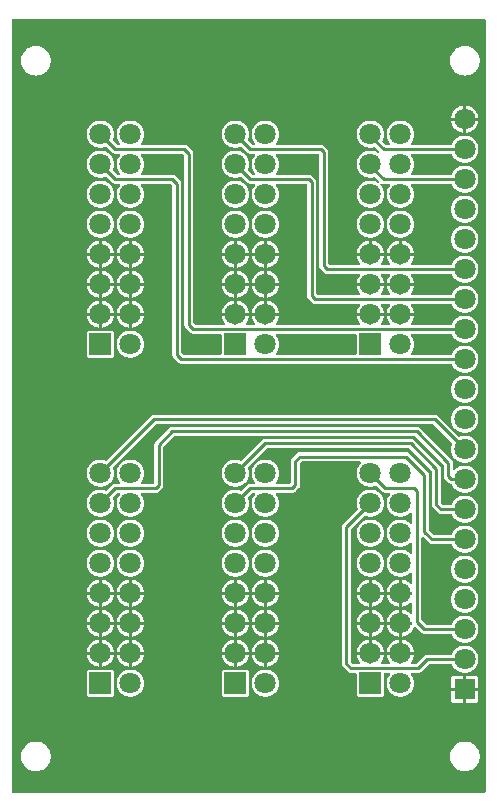
<source format=gtl>
G04 Layer: TopLayer*
G04 EasyEDA v6.5.29, 2023-07-18 11:38:57*
G04 be89d959f12a418793a534216dc81482,5a6b42c53f6a479593ecc07194224c93,10*
G04 Gerber Generator version 0.2*
G04 Scale: 100 percent, Rotated: No, Reflected: No *
G04 Dimensions in millimeters *
G04 leading zeros omitted , absolute positions ,4 integer and 5 decimal *
%FSLAX45Y45*%
%MOMM*%

%AMMACRO1*21,1,$1,$2,0,0,$3*%
%ADD10C,0.2540*%
%ADD11MACRO1,1.8X1.8X90.0000*%
%ADD12C,1.8000*%
%ADD13R,1.8000X1.8000*%
%ADD14C,0.6096*%
%ADD15C,0.0115*%

%LPD*%
G36*
X36068Y5359908D02*
G01*
X32156Y5360670D01*
X28905Y5362905D01*
X26670Y5366156D01*
X25908Y5370068D01*
X25908Y11901932D01*
X26670Y11905843D01*
X28905Y11909094D01*
X32156Y11911330D01*
X36068Y11912092D01*
X4027932Y11912092D01*
X4031843Y11911330D01*
X4035094Y11909094D01*
X4037329Y11905843D01*
X4038092Y11901932D01*
X4038092Y5370068D01*
X4037329Y5366156D01*
X4035094Y5362905D01*
X4031843Y5360670D01*
X4027932Y5359908D01*
G37*

%LPC*%
G36*
X228600Y11431117D02*
G01*
X243789Y11432032D01*
X258724Y11434775D01*
X273253Y11439296D01*
X287121Y11445544D01*
X300126Y11453418D01*
X312064Y11462766D01*
X322834Y11473535D01*
X332181Y11485473D01*
X340055Y11498478D01*
X346303Y11512346D01*
X350824Y11526875D01*
X353568Y11541810D01*
X354482Y11557000D01*
X353568Y11572189D01*
X350824Y11587124D01*
X346303Y11601653D01*
X340055Y11615521D01*
X332181Y11628526D01*
X322834Y11640464D01*
X312064Y11651234D01*
X300126Y11660581D01*
X287121Y11668455D01*
X273253Y11674703D01*
X258724Y11679224D01*
X243789Y11681968D01*
X228600Y11682882D01*
X213410Y11681968D01*
X198475Y11679224D01*
X183946Y11674703D01*
X170078Y11668455D01*
X157073Y11660581D01*
X145135Y11651234D01*
X134366Y11640464D01*
X125018Y11628526D01*
X117144Y11615521D01*
X110896Y11601653D01*
X106375Y11587124D01*
X103632Y11572189D01*
X102717Y11557000D01*
X103632Y11541810D01*
X106375Y11526875D01*
X110896Y11512346D01*
X117144Y11498478D01*
X125018Y11485473D01*
X134366Y11473535D01*
X145135Y11462766D01*
X157073Y11453418D01*
X170078Y11445544D01*
X183946Y11439296D01*
X198475Y11434775D01*
X213410Y11432032D01*
G37*
G36*
X228600Y5541111D02*
G01*
X243789Y5542026D01*
X258724Y5544769D01*
X273253Y5549290D01*
X287121Y5555538D01*
X300126Y5563412D01*
X312064Y5572810D01*
X322834Y5583529D01*
X332181Y5595518D01*
X340055Y5608523D01*
X346303Y5622391D01*
X350824Y5636869D01*
X353568Y5651855D01*
X354482Y5666994D01*
X353568Y5682183D01*
X350824Y5697169D01*
X346303Y5711647D01*
X340055Y5725515D01*
X332181Y5738520D01*
X322834Y5750509D01*
X312064Y5761228D01*
X300126Y5770626D01*
X287121Y5778500D01*
X273253Y5784748D01*
X258724Y5789269D01*
X243789Y5792012D01*
X228600Y5792927D01*
X213410Y5792012D01*
X198475Y5789269D01*
X183946Y5784748D01*
X170078Y5778500D01*
X157073Y5770626D01*
X145135Y5761228D01*
X134366Y5750509D01*
X125018Y5738520D01*
X117144Y5725515D01*
X110896Y5711647D01*
X106375Y5697169D01*
X103632Y5682183D01*
X102717Y5666994D01*
X103632Y5651855D01*
X106375Y5636869D01*
X110896Y5622391D01*
X117144Y5608523D01*
X125018Y5595518D01*
X134366Y5583529D01*
X145135Y5572810D01*
X157073Y5563412D01*
X170078Y5555538D01*
X183946Y5549290D01*
X198475Y5544769D01*
X213410Y5542026D01*
G37*
G36*
X3771341Y6119774D02*
G01*
X3848100Y6119774D01*
X3848100Y6223000D01*
X3744874Y6223000D01*
X3744874Y6146292D01*
X3745585Y6139942D01*
X3747515Y6134506D01*
X3750564Y6129578D01*
X3754678Y6125514D01*
X3759555Y6122416D01*
X3765042Y6120485D01*
G37*
G36*
X3873500Y6119774D02*
G01*
X3950208Y6119774D01*
X3956558Y6120485D01*
X3961993Y6122416D01*
X3966921Y6125514D01*
X3970985Y6129578D01*
X3974084Y6134506D01*
X3975963Y6139942D01*
X3976725Y6146292D01*
X3976725Y6223000D01*
X3873500Y6223000D01*
G37*
G36*
X685292Y6170574D02*
G01*
X864108Y6170574D01*
X870458Y6171285D01*
X875893Y6173216D01*
X880821Y6176314D01*
X884885Y6180378D01*
X887984Y6185306D01*
X889914Y6190742D01*
X890625Y6197092D01*
X890625Y6375908D01*
X889914Y6382258D01*
X887984Y6387693D01*
X884885Y6392621D01*
X880821Y6396685D01*
X875893Y6399784D01*
X870458Y6401714D01*
X864108Y6402425D01*
X685292Y6402425D01*
X678942Y6401714D01*
X673506Y6399784D01*
X668578Y6396685D01*
X664514Y6392621D01*
X661416Y6387693D01*
X659485Y6382258D01*
X658774Y6375908D01*
X658774Y6197092D01*
X659485Y6190742D01*
X661416Y6185306D01*
X664514Y6180378D01*
X668578Y6176314D01*
X673506Y6173216D01*
X678942Y6171285D01*
G37*
G36*
X1828292Y6170574D02*
G01*
X2007107Y6170574D01*
X2013457Y6171285D01*
X2018893Y6173216D01*
X2023821Y6176314D01*
X2027885Y6180378D01*
X2030984Y6185306D01*
X2032914Y6190742D01*
X2033625Y6197092D01*
X2033625Y6375908D01*
X2032914Y6382258D01*
X2030984Y6387693D01*
X2027885Y6392621D01*
X2023821Y6396685D01*
X2018893Y6399784D01*
X2013457Y6401714D01*
X2007107Y6402425D01*
X1828292Y6402425D01*
X1821942Y6401714D01*
X1816506Y6399784D01*
X1811578Y6396685D01*
X1807514Y6392621D01*
X1804416Y6387693D01*
X1802485Y6382258D01*
X1801774Y6375908D01*
X1801774Y6197092D01*
X1802485Y6190742D01*
X1804416Y6185306D01*
X1807514Y6180378D01*
X1811578Y6176314D01*
X1816506Y6173216D01*
X1821942Y6171285D01*
G37*
G36*
X2971292Y6170574D02*
G01*
X3150108Y6170574D01*
X3156458Y6171285D01*
X3161893Y6173216D01*
X3166821Y6176314D01*
X3170885Y6180378D01*
X3173984Y6185306D01*
X3175914Y6190742D01*
X3176625Y6197092D01*
X3176625Y6364732D01*
X3177387Y6368643D01*
X3179572Y6371894D01*
X3182874Y6374130D01*
X3186785Y6374892D01*
X3215995Y6374892D01*
X3220364Y6373926D01*
X3223869Y6371183D01*
X3225850Y6367272D01*
X3226003Y6362852D01*
X3224225Y6358737D01*
X3216859Y6348577D01*
X3209848Y6335826D01*
X3204464Y6322314D01*
X3200857Y6308191D01*
X3199028Y6293764D01*
X3199028Y6279235D01*
X3200857Y6264808D01*
X3204464Y6250686D01*
X3209848Y6237173D01*
X3216859Y6224422D01*
X3225393Y6212636D01*
X3235350Y6202019D01*
X3246577Y6192723D01*
X3258870Y6184950D01*
X3272028Y6178753D01*
X3285896Y6174232D01*
X3300171Y6171539D01*
X3314700Y6170625D01*
X3329228Y6171539D01*
X3343503Y6174232D01*
X3357372Y6178753D01*
X3370529Y6184950D01*
X3382822Y6192723D01*
X3394049Y6202019D01*
X3404006Y6212636D01*
X3412540Y6224422D01*
X3419551Y6237173D01*
X3424936Y6250686D01*
X3428542Y6264808D01*
X3430371Y6279235D01*
X3430371Y6293764D01*
X3428542Y6308191D01*
X3424936Y6322314D01*
X3419551Y6335826D01*
X3412540Y6348577D01*
X3405174Y6358737D01*
X3403396Y6362852D01*
X3403549Y6367272D01*
X3405530Y6371183D01*
X3409035Y6373926D01*
X3413404Y6374892D01*
X3466592Y6374892D01*
X3474618Y6375704D01*
X3481832Y6377889D01*
X3488537Y6381445D01*
X3494735Y6386576D01*
X3556304Y6448094D01*
X3559606Y6450330D01*
X3563518Y6451092D01*
X3744772Y6451092D01*
X3748735Y6450279D01*
X3752037Y6448044D01*
X3754221Y6444691D01*
X3755948Y6440373D01*
X3762959Y6427622D01*
X3771493Y6415836D01*
X3781450Y6405219D01*
X3792677Y6395923D01*
X3804970Y6388150D01*
X3818128Y6381953D01*
X3831996Y6377432D01*
X3846271Y6374739D01*
X3860800Y6373825D01*
X3875328Y6374739D01*
X3889603Y6377432D01*
X3903472Y6381953D01*
X3916629Y6388150D01*
X3928922Y6395923D01*
X3940098Y6405219D01*
X3950106Y6415836D01*
X3958640Y6427622D01*
X3965651Y6440373D01*
X3970985Y6453886D01*
X3974642Y6468008D01*
X3976471Y6482435D01*
X3976471Y6496964D01*
X3974642Y6511391D01*
X3970985Y6525514D01*
X3965651Y6539026D01*
X3958640Y6551777D01*
X3950106Y6563563D01*
X3940098Y6574180D01*
X3928922Y6583476D01*
X3916629Y6591249D01*
X3903472Y6597446D01*
X3889603Y6601968D01*
X3875328Y6604660D01*
X3860800Y6605574D01*
X3846271Y6604660D01*
X3831996Y6601968D01*
X3818128Y6597446D01*
X3804970Y6591249D01*
X3792677Y6583476D01*
X3781450Y6574180D01*
X3771493Y6563563D01*
X3762959Y6551777D01*
X3755948Y6539026D01*
X3754221Y6534708D01*
X3752037Y6531356D01*
X3748735Y6529120D01*
X3744772Y6528307D01*
X3543808Y6528307D01*
X3535781Y6527495D01*
X3528568Y6525310D01*
X3521862Y6521754D01*
X3515664Y6516624D01*
X3454095Y6455105D01*
X3450793Y6452870D01*
X3446881Y6452108D01*
X3413404Y6452108D01*
X3409035Y6453073D01*
X3405530Y6455816D01*
X3403549Y6459728D01*
X3403396Y6464147D01*
X3405174Y6468262D01*
X3412540Y6478422D01*
X3419551Y6491173D01*
X3424936Y6504685D01*
X3428542Y6518808D01*
X3429660Y6527800D01*
X3327400Y6527800D01*
X3327400Y6462268D01*
X3326637Y6458356D01*
X3324402Y6455105D01*
X3321151Y6452870D01*
X3317240Y6452108D01*
X3312160Y6452108D01*
X3308248Y6452870D01*
X3304997Y6455105D01*
X3302762Y6458356D01*
X3302000Y6462268D01*
X3302000Y6527800D01*
X3199739Y6527800D01*
X3200857Y6518808D01*
X3204464Y6504685D01*
X3209848Y6491173D01*
X3216859Y6478422D01*
X3224225Y6468262D01*
X3226003Y6464147D01*
X3225850Y6459728D01*
X3223869Y6455816D01*
X3220364Y6453073D01*
X3215995Y6452108D01*
X3159404Y6452108D01*
X3155035Y6453073D01*
X3151530Y6455816D01*
X3149549Y6459728D01*
X3149396Y6464147D01*
X3151174Y6468262D01*
X3158540Y6478422D01*
X3165551Y6491173D01*
X3170936Y6504685D01*
X3174542Y6518808D01*
X3175660Y6527800D01*
X3073400Y6527800D01*
X3073400Y6462268D01*
X3072638Y6458356D01*
X3070402Y6455105D01*
X3067151Y6452870D01*
X3063240Y6452108D01*
X3058160Y6452108D01*
X3054248Y6452870D01*
X3050997Y6455105D01*
X3048762Y6458356D01*
X3048000Y6462268D01*
X3048000Y6527800D01*
X2945739Y6527800D01*
X2946857Y6518808D01*
X2950464Y6504685D01*
X2955848Y6491173D01*
X2962859Y6478422D01*
X2970225Y6468262D01*
X2972003Y6464147D01*
X2971850Y6459728D01*
X2969869Y6455816D01*
X2966364Y6453073D01*
X2961995Y6452108D01*
X2915818Y6452108D01*
X2911906Y6452870D01*
X2908604Y6455105D01*
X2899105Y6464604D01*
X2896870Y6467906D01*
X2896108Y6471818D01*
X2896108Y7587081D01*
X2896870Y7590993D01*
X2899105Y7594295D01*
X3005836Y7701076D01*
X3009290Y7703312D01*
X3013354Y7704023D01*
X3018028Y7702753D01*
X3031896Y7698231D01*
X3046171Y7695539D01*
X3060700Y7694625D01*
X3075228Y7695539D01*
X3089503Y7698231D01*
X3103372Y7702753D01*
X3116529Y7708950D01*
X3128822Y7716723D01*
X3140049Y7726019D01*
X3150006Y7736636D01*
X3158540Y7748422D01*
X3165551Y7761173D01*
X3170936Y7774686D01*
X3174542Y7788808D01*
X3176371Y7803235D01*
X3176371Y7817764D01*
X3174542Y7832191D01*
X3170936Y7846314D01*
X3165551Y7859826D01*
X3158540Y7872577D01*
X3150006Y7884363D01*
X3140049Y7894980D01*
X3128822Y7904276D01*
X3116529Y7912049D01*
X3103372Y7918246D01*
X3089503Y7922768D01*
X3075228Y7925460D01*
X3060700Y7926374D01*
X3046171Y7925460D01*
X3031896Y7922768D01*
X3018028Y7918246D01*
X3004870Y7912049D01*
X2992577Y7904276D01*
X2981350Y7894980D01*
X2971393Y7884363D01*
X2962859Y7872577D01*
X2955848Y7859826D01*
X2950464Y7846314D01*
X2946857Y7832191D01*
X2945028Y7817764D01*
X2945028Y7803235D01*
X2946857Y7788808D01*
X2950464Y7774686D01*
X2953664Y7766710D01*
X2954375Y7762849D01*
X2953562Y7759039D01*
X2951378Y7755788D01*
X2830576Y7634935D01*
X2825445Y7628737D01*
X2821889Y7622031D01*
X2819704Y7614818D01*
X2818892Y7606792D01*
X2818892Y6452108D01*
X2819704Y6444081D01*
X2821889Y6436868D01*
X2825445Y6430162D01*
X2830576Y6423964D01*
X2867964Y6386576D01*
X2874162Y6381445D01*
X2880868Y6377889D01*
X2888081Y6375704D01*
X2896108Y6374892D01*
X2934614Y6374892D01*
X2938526Y6374130D01*
X2941828Y6371894D01*
X2944012Y6368643D01*
X2944774Y6364732D01*
X2944774Y6197092D01*
X2945485Y6190742D01*
X2947416Y6185306D01*
X2950514Y6180378D01*
X2954578Y6176314D01*
X2959506Y6173216D01*
X2964942Y6171285D01*
G37*
G36*
X1028700Y6170625D02*
G01*
X1043228Y6171539D01*
X1057503Y6174232D01*
X1071372Y6178753D01*
X1084529Y6184950D01*
X1096822Y6192723D01*
X1108049Y6202019D01*
X1118006Y6212636D01*
X1126540Y6224422D01*
X1133551Y6237173D01*
X1138936Y6250686D01*
X1142542Y6264808D01*
X1144371Y6279235D01*
X1144371Y6293764D01*
X1142542Y6308191D01*
X1138936Y6322314D01*
X1133551Y6335826D01*
X1126540Y6348577D01*
X1118006Y6360363D01*
X1108049Y6370980D01*
X1096822Y6380276D01*
X1084529Y6388049D01*
X1071372Y6394246D01*
X1057503Y6398768D01*
X1043228Y6401460D01*
X1028700Y6402374D01*
X1014171Y6401460D01*
X999896Y6398768D01*
X986028Y6394246D01*
X972870Y6388049D01*
X960577Y6380276D01*
X949350Y6370980D01*
X939393Y6360363D01*
X930859Y6348577D01*
X923848Y6335826D01*
X918464Y6322314D01*
X914857Y6308191D01*
X913028Y6293764D01*
X913028Y6279235D01*
X914857Y6264808D01*
X918464Y6250686D01*
X923848Y6237173D01*
X930859Y6224422D01*
X939393Y6212636D01*
X949350Y6202019D01*
X960577Y6192723D01*
X972870Y6184950D01*
X986028Y6178753D01*
X999896Y6174232D01*
X1014171Y6171539D01*
G37*
G36*
X2171700Y6170625D02*
G01*
X2186228Y6171539D01*
X2200503Y6174232D01*
X2214372Y6178753D01*
X2227529Y6184950D01*
X2239822Y6192723D01*
X2251049Y6202019D01*
X2261006Y6212636D01*
X2269540Y6224422D01*
X2276551Y6237173D01*
X2281936Y6250686D01*
X2285542Y6264808D01*
X2287371Y6279235D01*
X2287371Y6293764D01*
X2285542Y6308191D01*
X2281936Y6322314D01*
X2276551Y6335826D01*
X2269540Y6348577D01*
X2261006Y6360363D01*
X2251049Y6370980D01*
X2239822Y6380276D01*
X2227529Y6388049D01*
X2214372Y6394246D01*
X2200503Y6398768D01*
X2186228Y6401460D01*
X2171700Y6402374D01*
X2157171Y6401460D01*
X2142896Y6398768D01*
X2129028Y6394246D01*
X2115870Y6388049D01*
X2103577Y6380276D01*
X2092350Y6370980D01*
X2082393Y6360363D01*
X2073859Y6348577D01*
X2066848Y6335826D01*
X2061464Y6322314D01*
X2057857Y6308191D01*
X2056028Y6293764D01*
X2056028Y6279235D01*
X2057857Y6264808D01*
X2061464Y6250686D01*
X2066848Y6237173D01*
X2073859Y6224422D01*
X2082393Y6212636D01*
X2092350Y6202019D01*
X2103577Y6192723D01*
X2115870Y6184950D01*
X2129028Y6178753D01*
X2142896Y6174232D01*
X2157171Y6171539D01*
G37*
G36*
X3860800Y11431117D02*
G01*
X3875989Y11432032D01*
X3890924Y11434775D01*
X3905453Y11439296D01*
X3919321Y11445544D01*
X3932326Y11453418D01*
X3944264Y11462766D01*
X3955034Y11473535D01*
X3964381Y11485473D01*
X3972255Y11498478D01*
X3978503Y11512346D01*
X3983024Y11526875D01*
X3985768Y11541810D01*
X3986682Y11557000D01*
X3985768Y11572189D01*
X3983024Y11587124D01*
X3978503Y11601653D01*
X3972255Y11615521D01*
X3964381Y11628526D01*
X3955034Y11640464D01*
X3944264Y11651234D01*
X3932326Y11660581D01*
X3919321Y11668455D01*
X3905453Y11674703D01*
X3890924Y11679224D01*
X3875989Y11681968D01*
X3860800Y11682882D01*
X3845610Y11681968D01*
X3830675Y11679224D01*
X3816146Y11674703D01*
X3802278Y11668455D01*
X3789273Y11660581D01*
X3777335Y11651234D01*
X3766565Y11640464D01*
X3757218Y11628526D01*
X3749344Y11615521D01*
X3743096Y11601653D01*
X3738575Y11587124D01*
X3735832Y11572189D01*
X3734917Y11557000D01*
X3735832Y11541810D01*
X3738575Y11526875D01*
X3743096Y11512346D01*
X3749344Y11498478D01*
X3757218Y11485473D01*
X3766565Y11473535D01*
X3777335Y11462766D01*
X3789273Y11453418D01*
X3802278Y11445544D01*
X3816146Y11439296D01*
X3830675Y11434775D01*
X3845610Y11432032D01*
G37*
G36*
X3744874Y6248400D02*
G01*
X3848100Y6248400D01*
X3848100Y6351625D01*
X3771341Y6351625D01*
X3765042Y6350914D01*
X3759555Y6348984D01*
X3754678Y6345885D01*
X3750564Y6341821D01*
X3747515Y6336893D01*
X3745585Y6331458D01*
X3744874Y6325108D01*
G37*
G36*
X3873500Y6248400D02*
G01*
X3976725Y6248400D01*
X3976725Y6325108D01*
X3975963Y6331458D01*
X3974084Y6336893D01*
X3970985Y6341821D01*
X3966921Y6345885D01*
X3961993Y6348984D01*
X3956558Y6350914D01*
X3950208Y6351625D01*
X3873500Y6351625D01*
G37*
G36*
X3873500Y11074400D02*
G01*
X3975760Y11074400D01*
X3974642Y11083391D01*
X3970985Y11097514D01*
X3965651Y11111026D01*
X3958640Y11123777D01*
X3950106Y11135563D01*
X3940098Y11146180D01*
X3928922Y11155476D01*
X3916629Y11163249D01*
X3903472Y11169446D01*
X3889603Y11173968D01*
X3875328Y11176660D01*
X3873500Y11176812D01*
G37*
G36*
X1905000Y6425387D02*
G01*
X1905000Y6527800D01*
X1802739Y6527800D01*
X1803857Y6518808D01*
X1807464Y6504685D01*
X1812848Y6491173D01*
X1819859Y6478422D01*
X1828393Y6466636D01*
X1838350Y6456019D01*
X1849577Y6446723D01*
X1861870Y6438950D01*
X1875028Y6432753D01*
X1888896Y6428232D01*
X1903171Y6425539D01*
G37*
G36*
X1016000Y6425387D02*
G01*
X1016000Y6527800D01*
X913739Y6527800D01*
X914857Y6518808D01*
X918464Y6504685D01*
X923848Y6491173D01*
X930859Y6478422D01*
X939393Y6466636D01*
X949350Y6456019D01*
X960577Y6446723D01*
X972870Y6438950D01*
X986028Y6432753D01*
X999896Y6428232D01*
X1014171Y6425539D01*
G37*
G36*
X1041400Y6425387D02*
G01*
X1043228Y6425539D01*
X1057503Y6428232D01*
X1071372Y6432753D01*
X1084529Y6438950D01*
X1096822Y6446723D01*
X1108049Y6456019D01*
X1118006Y6466636D01*
X1126540Y6478422D01*
X1133551Y6491173D01*
X1138936Y6504685D01*
X1142542Y6518808D01*
X1143660Y6527800D01*
X1041400Y6527800D01*
G37*
G36*
X1930400Y6425387D02*
G01*
X1932228Y6425539D01*
X1946503Y6428232D01*
X1960372Y6432753D01*
X1973529Y6438950D01*
X1985822Y6446723D01*
X1997049Y6456019D01*
X2007006Y6466636D01*
X2015540Y6478422D01*
X2022551Y6491173D01*
X2027936Y6504685D01*
X2031542Y6518808D01*
X2032660Y6527800D01*
X1930400Y6527800D01*
G37*
G36*
X2159000Y6425387D02*
G01*
X2159000Y6527800D01*
X2056739Y6527800D01*
X2057857Y6518808D01*
X2061464Y6504685D01*
X2066848Y6491173D01*
X2073859Y6478422D01*
X2082393Y6466636D01*
X2092350Y6456019D01*
X2103577Y6446723D01*
X2115870Y6438950D01*
X2129028Y6432753D01*
X2142896Y6428232D01*
X2157171Y6425539D01*
G37*
G36*
X787400Y6425387D02*
G01*
X789228Y6425539D01*
X803503Y6428232D01*
X817372Y6432753D01*
X830529Y6438950D01*
X842822Y6446723D01*
X854049Y6456019D01*
X864006Y6466636D01*
X872540Y6478422D01*
X879551Y6491173D01*
X884936Y6504685D01*
X888542Y6518808D01*
X889660Y6527800D01*
X787400Y6527800D01*
G37*
G36*
X2184400Y6425387D02*
G01*
X2186228Y6425539D01*
X2200503Y6428232D01*
X2214372Y6432753D01*
X2227529Y6438950D01*
X2239822Y6446723D01*
X2251049Y6456019D01*
X2261006Y6466636D01*
X2269540Y6478422D01*
X2276551Y6491173D01*
X2281936Y6504685D01*
X2285542Y6518808D01*
X2286660Y6527800D01*
X2184400Y6527800D01*
G37*
G36*
X762000Y6425387D02*
G01*
X762000Y6527800D01*
X659739Y6527800D01*
X660857Y6518808D01*
X664464Y6504685D01*
X669848Y6491173D01*
X676859Y6478422D01*
X685393Y6466636D01*
X695350Y6456019D01*
X706577Y6446723D01*
X718870Y6438950D01*
X732028Y6432753D01*
X745896Y6428232D01*
X760171Y6425539D01*
G37*
G36*
X3745839Y11074400D02*
G01*
X3848100Y11074400D01*
X3848100Y11176812D01*
X3846271Y11176660D01*
X3831996Y11173968D01*
X3818128Y11169446D01*
X3804970Y11163249D01*
X3792677Y11155476D01*
X3781450Y11146180D01*
X3771493Y11135563D01*
X3762959Y11123777D01*
X3755948Y11111026D01*
X3750564Y11097514D01*
X3746957Y11083391D01*
G37*
G36*
X3848100Y10946587D02*
G01*
X3848100Y11049000D01*
X3745839Y11049000D01*
X3746957Y11040008D01*
X3750564Y11025886D01*
X3755948Y11012373D01*
X3762959Y10999622D01*
X3771493Y10987836D01*
X3781450Y10977219D01*
X3792677Y10967923D01*
X3804970Y10960150D01*
X3818128Y10953953D01*
X3831996Y10949432D01*
X3846271Y10946739D01*
G37*
G36*
X3873500Y10946587D02*
G01*
X3875328Y10946739D01*
X3889603Y10949432D01*
X3903472Y10953953D01*
X3916629Y10960150D01*
X3928922Y10967923D01*
X3940098Y10977219D01*
X3950106Y10987836D01*
X3958640Y10999622D01*
X3965651Y11012373D01*
X3970985Y11025886D01*
X3974642Y11040008D01*
X3975760Y11049000D01*
X3873500Y11049000D01*
G37*
G36*
X3060700Y10310825D02*
G01*
X3075228Y10311739D01*
X3089503Y10314432D01*
X3103372Y10318953D01*
X3116529Y10325150D01*
X3128822Y10332923D01*
X3140049Y10342219D01*
X3150006Y10352836D01*
X3158540Y10364622D01*
X3165551Y10377373D01*
X3170936Y10390886D01*
X3174542Y10405008D01*
X3176371Y10419435D01*
X3176371Y10433964D01*
X3174542Y10448391D01*
X3170936Y10462514D01*
X3165551Y10476026D01*
X3158540Y10488777D01*
X3150006Y10500563D01*
X3148939Y10501680D01*
X3146704Y10505490D01*
X3146247Y10509859D01*
X3147720Y10513974D01*
X3150819Y10517124D01*
X3154934Y10518698D01*
X3159302Y10518343D01*
X3167481Y10515904D01*
X3175508Y10515092D01*
X3215995Y10515092D01*
X3220364Y10514126D01*
X3223869Y10511383D01*
X3225850Y10507472D01*
X3226003Y10503052D01*
X3224225Y10498937D01*
X3216859Y10488777D01*
X3209848Y10476026D01*
X3204464Y10462514D01*
X3200857Y10448391D01*
X3199028Y10433964D01*
X3199028Y10419435D01*
X3200857Y10405008D01*
X3204464Y10390886D01*
X3209848Y10377373D01*
X3216859Y10364622D01*
X3225393Y10352836D01*
X3235350Y10342219D01*
X3246577Y10332923D01*
X3258870Y10325150D01*
X3272028Y10318953D01*
X3285896Y10314432D01*
X3300171Y10311739D01*
X3314700Y10310825D01*
X3329228Y10311739D01*
X3343503Y10314432D01*
X3357372Y10318953D01*
X3370529Y10325150D01*
X3382822Y10332923D01*
X3394049Y10342219D01*
X3404006Y10352836D01*
X3412540Y10364622D01*
X3419551Y10377373D01*
X3424936Y10390886D01*
X3428542Y10405008D01*
X3430371Y10419435D01*
X3430371Y10433964D01*
X3428542Y10448391D01*
X3424936Y10462514D01*
X3419551Y10476026D01*
X3412540Y10488777D01*
X3405174Y10498937D01*
X3403396Y10503052D01*
X3403549Y10507472D01*
X3405530Y10511383D01*
X3409035Y10514126D01*
X3413404Y10515092D01*
X3744772Y10515092D01*
X3748735Y10514279D01*
X3752037Y10512044D01*
X3754221Y10508691D01*
X3755948Y10504373D01*
X3762959Y10491622D01*
X3771493Y10479836D01*
X3781450Y10469219D01*
X3792677Y10459923D01*
X3804970Y10452150D01*
X3818128Y10445953D01*
X3831996Y10441432D01*
X3846271Y10438739D01*
X3860800Y10437825D01*
X3875328Y10438739D01*
X3889603Y10441432D01*
X3903472Y10445953D01*
X3916629Y10452150D01*
X3928922Y10459923D01*
X3940098Y10469219D01*
X3950106Y10479836D01*
X3958640Y10491622D01*
X3965651Y10504373D01*
X3970985Y10517886D01*
X3974642Y10532008D01*
X3976471Y10546435D01*
X3976471Y10560964D01*
X3974642Y10575391D01*
X3970985Y10589514D01*
X3965651Y10603026D01*
X3958640Y10615777D01*
X3950106Y10627563D01*
X3940098Y10638180D01*
X3928922Y10647476D01*
X3916629Y10655249D01*
X3903472Y10661446D01*
X3889603Y10665968D01*
X3875328Y10668660D01*
X3860800Y10669574D01*
X3846271Y10668660D01*
X3831996Y10665968D01*
X3818128Y10661446D01*
X3804970Y10655249D01*
X3792677Y10647476D01*
X3781450Y10638180D01*
X3771493Y10627563D01*
X3762959Y10615777D01*
X3755948Y10603026D01*
X3754221Y10598708D01*
X3752037Y10595356D01*
X3748735Y10593120D01*
X3744772Y10592308D01*
X3413404Y10592308D01*
X3409035Y10593273D01*
X3405530Y10596016D01*
X3403549Y10599928D01*
X3403396Y10604347D01*
X3405174Y10608462D01*
X3412540Y10618622D01*
X3419551Y10631373D01*
X3424936Y10644886D01*
X3428542Y10659008D01*
X3430371Y10673435D01*
X3430371Y10687964D01*
X3428542Y10702391D01*
X3424936Y10716514D01*
X3419551Y10730026D01*
X3412540Y10742777D01*
X3405174Y10752937D01*
X3403396Y10757052D01*
X3403549Y10761472D01*
X3405530Y10765383D01*
X3409035Y10768126D01*
X3413404Y10769092D01*
X3744772Y10769092D01*
X3748735Y10768279D01*
X3752037Y10766044D01*
X3754221Y10762691D01*
X3755948Y10758373D01*
X3762959Y10745622D01*
X3771493Y10733836D01*
X3781450Y10723219D01*
X3792677Y10713923D01*
X3804970Y10706150D01*
X3818128Y10699953D01*
X3831996Y10695432D01*
X3846271Y10692739D01*
X3860800Y10691825D01*
X3875328Y10692739D01*
X3889603Y10695432D01*
X3903472Y10699953D01*
X3916629Y10706150D01*
X3928922Y10713923D01*
X3940098Y10723219D01*
X3950106Y10733836D01*
X3958640Y10745622D01*
X3965651Y10758373D01*
X3970985Y10771886D01*
X3974642Y10786008D01*
X3976471Y10800435D01*
X3976471Y10814964D01*
X3974642Y10829391D01*
X3970985Y10843514D01*
X3965651Y10857026D01*
X3958640Y10869777D01*
X3950106Y10881563D01*
X3940098Y10892180D01*
X3928922Y10901476D01*
X3916629Y10909249D01*
X3903472Y10915446D01*
X3889603Y10919968D01*
X3875328Y10922660D01*
X3860800Y10923574D01*
X3846271Y10922660D01*
X3831996Y10919968D01*
X3818128Y10915446D01*
X3804970Y10909249D01*
X3792677Y10901476D01*
X3781450Y10892180D01*
X3771493Y10881563D01*
X3762959Y10869777D01*
X3755948Y10857026D01*
X3754221Y10852708D01*
X3752037Y10849356D01*
X3748735Y10847120D01*
X3744772Y10846308D01*
X3413404Y10846308D01*
X3409035Y10847273D01*
X3405530Y10850016D01*
X3403549Y10853928D01*
X3403396Y10858347D01*
X3405174Y10862462D01*
X3412540Y10872622D01*
X3419551Y10885373D01*
X3424936Y10898886D01*
X3428542Y10913008D01*
X3430371Y10927435D01*
X3430371Y10941964D01*
X3428542Y10956391D01*
X3424936Y10970514D01*
X3419551Y10984026D01*
X3412540Y10996777D01*
X3404006Y11008563D01*
X3394049Y11019180D01*
X3382822Y11028476D01*
X3370529Y11036249D01*
X3357372Y11042446D01*
X3343503Y11046968D01*
X3329228Y11049660D01*
X3314700Y11050574D01*
X3300171Y11049660D01*
X3285896Y11046968D01*
X3272028Y11042446D01*
X3258870Y11036249D01*
X3246577Y11028476D01*
X3235350Y11019180D01*
X3225393Y11008563D01*
X3216859Y10996777D01*
X3209848Y10984026D01*
X3204464Y10970514D01*
X3200857Y10956391D01*
X3199028Y10941964D01*
X3199028Y10927435D01*
X3200857Y10913008D01*
X3204464Y10898886D01*
X3209848Y10885373D01*
X3216859Y10872622D01*
X3224225Y10862462D01*
X3226003Y10858347D01*
X3225850Y10853928D01*
X3223869Y10850016D01*
X3220364Y10847273D01*
X3215995Y10846308D01*
X3195218Y10846308D01*
X3191306Y10847070D01*
X3188004Y10849305D01*
X3166110Y10871200D01*
X3163773Y10874806D01*
X3163163Y10879124D01*
X3164382Y10883239D01*
X3165551Y10885373D01*
X3170936Y10898886D01*
X3174542Y10913008D01*
X3176371Y10927435D01*
X3176371Y10941964D01*
X3174542Y10956391D01*
X3170936Y10970514D01*
X3165551Y10984026D01*
X3158540Y10996777D01*
X3150006Y11008563D01*
X3140049Y11019180D01*
X3128822Y11028476D01*
X3116529Y11036249D01*
X3103372Y11042446D01*
X3089503Y11046968D01*
X3075228Y11049660D01*
X3060700Y11050574D01*
X3046171Y11049660D01*
X3031896Y11046968D01*
X3018028Y11042446D01*
X3004870Y11036249D01*
X2992577Y11028476D01*
X2981350Y11019180D01*
X2971393Y11008563D01*
X2962859Y10996777D01*
X2955848Y10984026D01*
X2950464Y10970514D01*
X2946857Y10956391D01*
X2945028Y10941964D01*
X2945028Y10927435D01*
X2946857Y10913008D01*
X2950464Y10898886D01*
X2955848Y10885373D01*
X2962859Y10872622D01*
X2971393Y10860836D01*
X2981350Y10850219D01*
X2992577Y10840923D01*
X3004870Y10833150D01*
X3018028Y10826953D01*
X3031896Y10822432D01*
X3046171Y10819739D01*
X3060700Y10818825D01*
X3075228Y10819739D01*
X3089503Y10822432D01*
X3095752Y10824464D01*
X3099460Y10824972D01*
X3103067Y10824108D01*
X3106115Y10822025D01*
X3131718Y10796422D01*
X3134004Y10792866D01*
X3134664Y10788700D01*
X3133598Y10784636D01*
X3130956Y10781385D01*
X3127197Y10779404D01*
X3123031Y10779150D01*
X3119069Y10780623D01*
X3116529Y10782249D01*
X3103372Y10788446D01*
X3089503Y10792968D01*
X3075228Y10795660D01*
X3060700Y10796574D01*
X3046171Y10795660D01*
X3031896Y10792968D01*
X3018028Y10788446D01*
X3004870Y10782249D01*
X2992577Y10774476D01*
X2981350Y10765180D01*
X2971393Y10754563D01*
X2962859Y10742777D01*
X2955848Y10730026D01*
X2950464Y10716514D01*
X2946857Y10702391D01*
X2945028Y10687964D01*
X2945028Y10673435D01*
X2946857Y10659008D01*
X2950464Y10644886D01*
X2955848Y10631373D01*
X2962859Y10618622D01*
X2971393Y10606836D01*
X2981350Y10596219D01*
X2992577Y10586923D01*
X3004870Y10579150D01*
X3018028Y10572953D01*
X3031896Y10568432D01*
X3046171Y10565739D01*
X3060700Y10564825D01*
X3075228Y10565739D01*
X3089503Y10568432D01*
X3095752Y10570464D01*
X3099460Y10570972D01*
X3103067Y10570108D01*
X3106115Y10568025D01*
X3131718Y10542422D01*
X3134004Y10538866D01*
X3134664Y10534700D01*
X3133598Y10530636D01*
X3130956Y10527385D01*
X3127197Y10525404D01*
X3123031Y10525150D01*
X3119069Y10526623D01*
X3116529Y10528249D01*
X3103372Y10534446D01*
X3089503Y10538968D01*
X3075228Y10541660D01*
X3060700Y10542574D01*
X3046171Y10541660D01*
X3031896Y10538968D01*
X3018028Y10534446D01*
X3004870Y10528249D01*
X2992577Y10520476D01*
X2981350Y10511180D01*
X2971393Y10500563D01*
X2962859Y10488777D01*
X2955848Y10476026D01*
X2950464Y10462514D01*
X2946857Y10448391D01*
X2945028Y10433964D01*
X2945028Y10419435D01*
X2946857Y10405008D01*
X2950464Y10390886D01*
X2955848Y10377373D01*
X2962859Y10364622D01*
X2971393Y10352836D01*
X2981350Y10342219D01*
X2992577Y10332923D01*
X3004870Y10325150D01*
X3018028Y10318953D01*
X3031896Y10314432D01*
X3046171Y10311739D01*
G37*
G36*
X1917700Y10310825D02*
G01*
X1932228Y10311739D01*
X1946503Y10314432D01*
X1960372Y10318953D01*
X1973529Y10325150D01*
X1985822Y10332923D01*
X1997049Y10342219D01*
X2007006Y10352836D01*
X2015540Y10364622D01*
X2022551Y10377373D01*
X2027936Y10390886D01*
X2031542Y10405008D01*
X2033371Y10419435D01*
X2033371Y10433964D01*
X2031542Y10448391D01*
X2027936Y10462514D01*
X2022551Y10476026D01*
X2015540Y10488777D01*
X2007006Y10500563D01*
X1997049Y10511180D01*
X1985822Y10520476D01*
X1973529Y10528249D01*
X1960372Y10534446D01*
X1946503Y10538968D01*
X1932228Y10541660D01*
X1917700Y10542574D01*
X1903171Y10541660D01*
X1888896Y10538968D01*
X1875028Y10534446D01*
X1861870Y10528249D01*
X1849577Y10520476D01*
X1838350Y10511180D01*
X1828393Y10500563D01*
X1819859Y10488777D01*
X1812848Y10476026D01*
X1807464Y10462514D01*
X1803857Y10448391D01*
X1802028Y10433964D01*
X1802028Y10419435D01*
X1803857Y10405008D01*
X1807464Y10390886D01*
X1812848Y10377373D01*
X1819859Y10364622D01*
X1828393Y10352836D01*
X1838350Y10342219D01*
X1849577Y10332923D01*
X1861870Y10325150D01*
X1875028Y10318953D01*
X1888896Y10314432D01*
X1903171Y10311739D01*
G37*
G36*
X1802739Y6553200D02*
G01*
X1905000Y6553200D01*
X1905000Y6655612D01*
X1903171Y6655460D01*
X1888896Y6652768D01*
X1875028Y6648246D01*
X1861870Y6642049D01*
X1849577Y6634276D01*
X1838350Y6624980D01*
X1828393Y6614363D01*
X1819859Y6602577D01*
X1812848Y6589826D01*
X1807464Y6576314D01*
X1803857Y6562191D01*
G37*
G36*
X1041400Y6553200D02*
G01*
X1143660Y6553200D01*
X1142542Y6562191D01*
X1138936Y6576314D01*
X1133551Y6589826D01*
X1126540Y6602577D01*
X1118006Y6614363D01*
X1108049Y6624980D01*
X1096822Y6634276D01*
X1084529Y6642049D01*
X1071372Y6648246D01*
X1057503Y6652768D01*
X1043228Y6655460D01*
X1041400Y6655612D01*
G37*
G36*
X1930400Y6553200D02*
G01*
X2032660Y6553200D01*
X2031542Y6562191D01*
X2027936Y6576314D01*
X2022551Y6589826D01*
X2015540Y6602577D01*
X2007006Y6614363D01*
X1997049Y6624980D01*
X1985822Y6634276D01*
X1973529Y6642049D01*
X1960372Y6648246D01*
X1946503Y6652768D01*
X1932228Y6655460D01*
X1930400Y6655612D01*
G37*
G36*
X3073400Y6553200D02*
G01*
X3175660Y6553200D01*
X3174542Y6562191D01*
X3170936Y6576314D01*
X3165551Y6589826D01*
X3158540Y6602577D01*
X3150006Y6614363D01*
X3140049Y6624980D01*
X3128822Y6634276D01*
X3116529Y6642049D01*
X3103372Y6648246D01*
X3089503Y6652768D01*
X3075228Y6655460D01*
X3073400Y6655612D01*
G37*
G36*
X2056739Y6553200D02*
G01*
X2159000Y6553200D01*
X2159000Y6655612D01*
X2157171Y6655460D01*
X2142896Y6652768D01*
X2129028Y6648246D01*
X2115870Y6642049D01*
X2103577Y6634276D01*
X2092350Y6624980D01*
X2082393Y6614363D01*
X2073859Y6602577D01*
X2066848Y6589826D01*
X2061464Y6576314D01*
X2057857Y6562191D01*
G37*
G36*
X3199739Y6553200D02*
G01*
X3302000Y6553200D01*
X3302000Y6655612D01*
X3300171Y6655460D01*
X3285896Y6652768D01*
X3272028Y6648246D01*
X3258870Y6642049D01*
X3246577Y6634276D01*
X3235350Y6624980D01*
X3225393Y6614363D01*
X3216859Y6602577D01*
X3209848Y6589826D01*
X3204464Y6576314D01*
X3200857Y6562191D01*
G37*
G36*
X787400Y6553200D02*
G01*
X889660Y6553200D01*
X888542Y6562191D01*
X884936Y6576314D01*
X879551Y6589826D01*
X872540Y6602577D01*
X864006Y6614363D01*
X854049Y6624980D01*
X842822Y6634276D01*
X830529Y6642049D01*
X817372Y6648246D01*
X803503Y6652768D01*
X789228Y6655460D01*
X787400Y6655612D01*
G37*
G36*
X3327400Y6553200D02*
G01*
X3429660Y6553200D01*
X3428542Y6562191D01*
X3424936Y6576314D01*
X3419551Y6589826D01*
X3412540Y6602577D01*
X3404006Y6614363D01*
X3394049Y6624980D01*
X3382822Y6634276D01*
X3370529Y6642049D01*
X3357372Y6648246D01*
X3343503Y6652768D01*
X3329228Y6655460D01*
X3327400Y6655612D01*
G37*
G36*
X659739Y6553200D02*
G01*
X762000Y6553200D01*
X762000Y6655612D01*
X760171Y6655460D01*
X745896Y6652768D01*
X732028Y6648246D01*
X718870Y6642049D01*
X706577Y6634276D01*
X695350Y6624980D01*
X685393Y6614363D01*
X676859Y6602577D01*
X669848Y6589826D01*
X664464Y6576314D01*
X660857Y6562191D01*
G37*
G36*
X2184400Y6553200D02*
G01*
X2286660Y6553200D01*
X2285542Y6562191D01*
X2281936Y6576314D01*
X2276551Y6589826D01*
X2269540Y6602577D01*
X2261006Y6614363D01*
X2251049Y6624980D01*
X2239822Y6634276D01*
X2227529Y6642049D01*
X2214372Y6648246D01*
X2200503Y6652768D01*
X2186228Y6655460D01*
X2184400Y6655612D01*
G37*
G36*
X2945739Y6553200D02*
G01*
X3048000Y6553200D01*
X3048000Y6655612D01*
X3046171Y6655460D01*
X3031896Y6652768D01*
X3018028Y6648246D01*
X3004870Y6642049D01*
X2992577Y6634276D01*
X2981350Y6624980D01*
X2971393Y6614363D01*
X2962859Y6602577D01*
X2955848Y6589826D01*
X2950464Y6576314D01*
X2946857Y6562191D01*
G37*
G36*
X913739Y6553200D02*
G01*
X1016000Y6553200D01*
X1016000Y6655612D01*
X1014171Y6655460D01*
X999896Y6652768D01*
X986028Y6648246D01*
X972870Y6642049D01*
X960577Y6634276D01*
X949350Y6624980D01*
X939393Y6614363D01*
X930859Y6602577D01*
X923848Y6589826D01*
X918464Y6576314D01*
X914857Y6562191D01*
G37*
G36*
X3860800Y6627825D02*
G01*
X3875328Y6628739D01*
X3889603Y6631431D01*
X3903472Y6635953D01*
X3916629Y6642150D01*
X3928922Y6649923D01*
X3940098Y6659219D01*
X3950106Y6669836D01*
X3958640Y6681622D01*
X3965651Y6694373D01*
X3970985Y6707886D01*
X3974642Y6722008D01*
X3976471Y6736435D01*
X3976471Y6750964D01*
X3974642Y6765391D01*
X3970985Y6779514D01*
X3965651Y6793026D01*
X3958640Y6805777D01*
X3950106Y6817563D01*
X3940098Y6828180D01*
X3928922Y6837476D01*
X3916629Y6845249D01*
X3903472Y6851446D01*
X3889603Y6855968D01*
X3875328Y6858660D01*
X3860800Y6859574D01*
X3846271Y6858660D01*
X3831996Y6855968D01*
X3818128Y6851446D01*
X3804970Y6845249D01*
X3792677Y6837476D01*
X3781450Y6828180D01*
X3771493Y6817563D01*
X3762959Y6805777D01*
X3755948Y6793026D01*
X3754221Y6788708D01*
X3752037Y6785356D01*
X3748735Y6783120D01*
X3744772Y6782308D01*
X3538118Y6782308D01*
X3534206Y6783070D01*
X3530904Y6785305D01*
X3496005Y6820204D01*
X3493770Y6823506D01*
X3493008Y6827418D01*
X3493008Y7514945D01*
X3493770Y7518857D01*
X3496005Y7522159D01*
X3499256Y7524343D01*
X3503168Y7525105D01*
X3507079Y7524343D01*
X3510330Y7522159D01*
X3553764Y7478775D01*
X3559962Y7473645D01*
X3566668Y7470089D01*
X3573881Y7467904D01*
X3581908Y7467092D01*
X3744772Y7467092D01*
X3748735Y7466279D01*
X3752037Y7464044D01*
X3754221Y7460691D01*
X3755948Y7456373D01*
X3762959Y7443622D01*
X3771493Y7431836D01*
X3781450Y7421219D01*
X3792677Y7411923D01*
X3804970Y7404150D01*
X3818128Y7397953D01*
X3831996Y7393431D01*
X3846271Y7390739D01*
X3860800Y7389825D01*
X3875328Y7390739D01*
X3889603Y7393431D01*
X3903472Y7397953D01*
X3916629Y7404150D01*
X3928922Y7411923D01*
X3940098Y7421219D01*
X3950106Y7431836D01*
X3958640Y7443622D01*
X3965651Y7456373D01*
X3970985Y7469886D01*
X3974642Y7484008D01*
X3976471Y7498435D01*
X3976471Y7512964D01*
X3974642Y7527391D01*
X3970985Y7541514D01*
X3965651Y7555026D01*
X3958640Y7567777D01*
X3950106Y7579563D01*
X3940098Y7590180D01*
X3928922Y7599476D01*
X3916629Y7607249D01*
X3903472Y7613446D01*
X3889603Y7617968D01*
X3875328Y7620660D01*
X3860800Y7621574D01*
X3846271Y7620660D01*
X3831996Y7617968D01*
X3818128Y7613446D01*
X3804970Y7607249D01*
X3792677Y7599476D01*
X3781450Y7590180D01*
X3771493Y7579563D01*
X3762959Y7567777D01*
X3755948Y7555026D01*
X3754221Y7550708D01*
X3752037Y7547356D01*
X3748735Y7545120D01*
X3744772Y7544308D01*
X3601618Y7544308D01*
X3597706Y7545070D01*
X3594404Y7547305D01*
X3559505Y7582204D01*
X3557270Y7585506D01*
X3556508Y7589418D01*
X3556508Y8051292D01*
X3555695Y8059318D01*
X3553510Y8066531D01*
X3549954Y8073237D01*
X3544824Y8079435D01*
X3393135Y8231124D01*
X3386937Y8236254D01*
X3380232Y8239810D01*
X3373018Y8241995D01*
X3364992Y8242808D01*
X2464308Y8242808D01*
X2456281Y8241995D01*
X2449068Y8239810D01*
X2442362Y8236254D01*
X2436164Y8231124D01*
X2398776Y8193735D01*
X2393645Y8187537D01*
X2390089Y8180831D01*
X2387904Y8173618D01*
X2387092Y8165592D01*
X2387092Y7986268D01*
X2386330Y7982356D01*
X2384094Y7979105D01*
X2380843Y7976870D01*
X2376932Y7976108D01*
X2270404Y7976108D01*
X2266035Y7977073D01*
X2262530Y7979816D01*
X2260549Y7983728D01*
X2260396Y7988147D01*
X2262174Y7992262D01*
X2269540Y8002422D01*
X2276551Y8015173D01*
X2281936Y8028686D01*
X2285542Y8042808D01*
X2287371Y8057235D01*
X2287371Y8071764D01*
X2285542Y8086191D01*
X2281936Y8100314D01*
X2276551Y8113826D01*
X2269540Y8126577D01*
X2261006Y8138363D01*
X2251049Y8148980D01*
X2239822Y8158276D01*
X2227529Y8166049D01*
X2214372Y8172246D01*
X2200503Y8176768D01*
X2186228Y8179460D01*
X2171700Y8180374D01*
X2157171Y8179460D01*
X2142896Y8176768D01*
X2129028Y8172246D01*
X2115870Y8166049D01*
X2103577Y8158276D01*
X2092350Y8148980D01*
X2082393Y8138363D01*
X2073859Y8126577D01*
X2066848Y8113826D01*
X2061464Y8100314D01*
X2057857Y8086191D01*
X2056028Y8071764D01*
X2056028Y8057235D01*
X2057857Y8042808D01*
X2061464Y8028686D01*
X2066848Y8015173D01*
X2073859Y8002422D01*
X2081225Y7992262D01*
X2083003Y7988147D01*
X2082850Y7983728D01*
X2080869Y7979816D01*
X2077364Y7977073D01*
X2072995Y7976108D01*
X2045207Y7976108D01*
X2037181Y7975295D01*
X2029968Y7973110D01*
X2023262Y7969554D01*
X2017064Y7964424D01*
X1972564Y7919923D01*
X1969109Y7917688D01*
X1965045Y7916976D01*
X1960372Y7918246D01*
X1946503Y7922768D01*
X1932228Y7925460D01*
X1917700Y7926374D01*
X1903171Y7925460D01*
X1888896Y7922768D01*
X1875028Y7918246D01*
X1861870Y7912049D01*
X1849577Y7904276D01*
X1838350Y7894980D01*
X1828393Y7884363D01*
X1819859Y7872577D01*
X1812848Y7859826D01*
X1807464Y7846314D01*
X1803857Y7832191D01*
X1802028Y7817764D01*
X1802028Y7803235D01*
X1803857Y7788808D01*
X1807464Y7774686D01*
X1812848Y7761173D01*
X1819859Y7748422D01*
X1828393Y7736636D01*
X1838350Y7726019D01*
X1849577Y7716723D01*
X1861870Y7708950D01*
X1875028Y7702753D01*
X1888896Y7698231D01*
X1903171Y7695539D01*
X1917700Y7694625D01*
X1932228Y7695539D01*
X1946503Y7698231D01*
X1960372Y7702753D01*
X1973529Y7708950D01*
X1985822Y7716723D01*
X1997049Y7726019D01*
X2007006Y7736636D01*
X2015540Y7748422D01*
X2022551Y7761173D01*
X2027936Y7774686D01*
X2031542Y7788808D01*
X2033371Y7803235D01*
X2033371Y7817764D01*
X2031542Y7832191D01*
X2027936Y7846314D01*
X2024735Y7854289D01*
X2024024Y7858150D01*
X2024837Y7861960D01*
X2027021Y7865211D01*
X2057704Y7895894D01*
X2061006Y7898130D01*
X2064918Y7898892D01*
X2072995Y7898892D01*
X2077364Y7897926D01*
X2080869Y7895183D01*
X2082850Y7891272D01*
X2083003Y7886852D01*
X2081225Y7882737D01*
X2073859Y7872577D01*
X2066848Y7859826D01*
X2061464Y7846314D01*
X2057857Y7832191D01*
X2056028Y7817764D01*
X2056028Y7803235D01*
X2057857Y7788808D01*
X2061464Y7774686D01*
X2066848Y7761173D01*
X2073859Y7748422D01*
X2082393Y7736636D01*
X2092350Y7726019D01*
X2103577Y7716723D01*
X2115870Y7708950D01*
X2129028Y7702753D01*
X2142896Y7698231D01*
X2157171Y7695539D01*
X2171700Y7694625D01*
X2186228Y7695539D01*
X2200503Y7698231D01*
X2214372Y7702753D01*
X2227529Y7708950D01*
X2239822Y7716723D01*
X2251049Y7726019D01*
X2261006Y7736636D01*
X2269540Y7748422D01*
X2276551Y7761173D01*
X2281936Y7774686D01*
X2285542Y7788808D01*
X2287371Y7803235D01*
X2287371Y7817764D01*
X2285542Y7832191D01*
X2281936Y7846314D01*
X2276551Y7859826D01*
X2269540Y7872577D01*
X2262174Y7882737D01*
X2260396Y7886852D01*
X2260549Y7891272D01*
X2262530Y7895183D01*
X2266035Y7897926D01*
X2270404Y7898892D01*
X2399792Y7898892D01*
X2407818Y7899704D01*
X2415032Y7901889D01*
X2421737Y7905445D01*
X2427935Y7910575D01*
X2452624Y7935264D01*
X2457754Y7941462D01*
X2461310Y7948168D01*
X2463495Y7955381D01*
X2464308Y7963408D01*
X2464308Y8145881D01*
X2465070Y8149793D01*
X2467305Y8153095D01*
X2476804Y8162594D01*
X2480106Y8164830D01*
X2484018Y8165592D01*
X2973476Y8165592D01*
X2977337Y8164830D01*
X2980588Y8162696D01*
X2982823Y8159445D01*
X2983636Y8155635D01*
X2982976Y8151774D01*
X2980893Y8148472D01*
X2971393Y8138363D01*
X2962859Y8126577D01*
X2955848Y8113826D01*
X2950464Y8100314D01*
X2946857Y8086191D01*
X2945028Y8071764D01*
X2945028Y8057235D01*
X2946857Y8042808D01*
X2950464Y8028686D01*
X2955848Y8015173D01*
X2962859Y8002422D01*
X2971393Y7990636D01*
X2981350Y7980019D01*
X2992577Y7970723D01*
X3004870Y7962950D01*
X3018028Y7956753D01*
X3031896Y7952231D01*
X3046171Y7949539D01*
X3060700Y7948625D01*
X3075228Y7949539D01*
X3089503Y7952231D01*
X3103372Y7956753D01*
X3108045Y7958023D01*
X3112109Y7957312D01*
X3115564Y7955076D01*
X3160064Y7910575D01*
X3166262Y7905445D01*
X3172968Y7901889D01*
X3180181Y7899704D01*
X3188208Y7898892D01*
X3215995Y7898892D01*
X3220364Y7897926D01*
X3223869Y7895183D01*
X3225850Y7891272D01*
X3226003Y7886852D01*
X3224225Y7882737D01*
X3216859Y7872577D01*
X3209848Y7859826D01*
X3204464Y7846314D01*
X3200857Y7832191D01*
X3199028Y7817764D01*
X3199028Y7803235D01*
X3200857Y7788808D01*
X3204464Y7774686D01*
X3209848Y7761173D01*
X3216859Y7748422D01*
X3225393Y7736636D01*
X3235350Y7726019D01*
X3246577Y7716723D01*
X3258870Y7708950D01*
X3272028Y7702753D01*
X3285896Y7698231D01*
X3300171Y7695539D01*
X3314700Y7694625D01*
X3329228Y7695539D01*
X3343503Y7698231D01*
X3357372Y7702753D01*
X3370529Y7708950D01*
X3382822Y7716723D01*
X3394049Y7726019D01*
X3398215Y7730490D01*
X3401517Y7732826D01*
X3405428Y7733690D01*
X3409391Y7732979D01*
X3412744Y7730794D01*
X3414979Y7727492D01*
X3415792Y7723530D01*
X3415792Y7643469D01*
X3414979Y7639507D01*
X3412744Y7636205D01*
X3409391Y7634020D01*
X3405428Y7633309D01*
X3401517Y7634173D01*
X3398215Y7636509D01*
X3394049Y7640980D01*
X3382822Y7650276D01*
X3370529Y7658049D01*
X3357372Y7664246D01*
X3343503Y7668768D01*
X3329228Y7671460D01*
X3314700Y7672374D01*
X3300171Y7671460D01*
X3285896Y7668768D01*
X3272028Y7664246D01*
X3258870Y7658049D01*
X3246577Y7650276D01*
X3235350Y7640980D01*
X3225393Y7630363D01*
X3216859Y7618577D01*
X3209848Y7605826D01*
X3204464Y7592314D01*
X3200857Y7578191D01*
X3199028Y7563764D01*
X3199028Y7549235D01*
X3200857Y7534808D01*
X3204464Y7520686D01*
X3209848Y7507173D01*
X3216859Y7494422D01*
X3225393Y7482636D01*
X3235350Y7472019D01*
X3246577Y7462723D01*
X3258870Y7454950D01*
X3272028Y7448753D01*
X3285896Y7444231D01*
X3300171Y7441539D01*
X3314700Y7440625D01*
X3329228Y7441539D01*
X3343503Y7444231D01*
X3357372Y7448753D01*
X3370529Y7454950D01*
X3382822Y7462723D01*
X3394049Y7472019D01*
X3398215Y7476490D01*
X3401517Y7478826D01*
X3405428Y7479690D01*
X3409391Y7478979D01*
X3412744Y7476794D01*
X3414979Y7473492D01*
X3415792Y7469530D01*
X3415792Y7389469D01*
X3414979Y7385507D01*
X3412744Y7382205D01*
X3409391Y7380020D01*
X3405428Y7379309D01*
X3401517Y7380173D01*
X3398215Y7382509D01*
X3394049Y7386980D01*
X3382822Y7396276D01*
X3370529Y7404049D01*
X3357372Y7410246D01*
X3343503Y7414768D01*
X3329228Y7417460D01*
X3314700Y7418374D01*
X3300171Y7417460D01*
X3285896Y7414768D01*
X3272028Y7410246D01*
X3258870Y7404049D01*
X3246577Y7396276D01*
X3235350Y7386980D01*
X3225393Y7376363D01*
X3216859Y7364577D01*
X3209848Y7351826D01*
X3204464Y7338314D01*
X3200857Y7324191D01*
X3199028Y7309764D01*
X3199028Y7295235D01*
X3200857Y7280808D01*
X3204464Y7266686D01*
X3209848Y7253173D01*
X3216859Y7240422D01*
X3225393Y7228636D01*
X3235350Y7218019D01*
X3246577Y7208723D01*
X3258870Y7200950D01*
X3272028Y7194753D01*
X3285896Y7190231D01*
X3300171Y7187539D01*
X3314700Y7186625D01*
X3329228Y7187539D01*
X3343503Y7190231D01*
X3357372Y7194753D01*
X3370529Y7200950D01*
X3382822Y7208723D01*
X3394049Y7218019D01*
X3398215Y7222490D01*
X3401517Y7224826D01*
X3405428Y7225690D01*
X3409391Y7224979D01*
X3412744Y7222794D01*
X3414979Y7219492D01*
X3415792Y7215530D01*
X3415792Y7135469D01*
X3414979Y7131507D01*
X3412744Y7128205D01*
X3409391Y7126020D01*
X3405428Y7125309D01*
X3401517Y7126173D01*
X3398215Y7128509D01*
X3394049Y7132980D01*
X3382822Y7142276D01*
X3370529Y7150049D01*
X3357372Y7156246D01*
X3343503Y7160768D01*
X3329228Y7163460D01*
X3327400Y7163612D01*
X3327400Y7061200D01*
X3405632Y7061200D01*
X3409543Y7060438D01*
X3412794Y7058202D01*
X3415029Y7054951D01*
X3415792Y7051040D01*
X3415792Y7045959D01*
X3415029Y7042048D01*
X3412794Y7038797D01*
X3409543Y7036562D01*
X3405632Y7035800D01*
X3327400Y7035800D01*
X3327400Y6933387D01*
X3329228Y6933539D01*
X3343503Y6936231D01*
X3357372Y6940753D01*
X3370529Y6946950D01*
X3382822Y6954723D01*
X3394049Y6964019D01*
X3398215Y6968490D01*
X3401517Y6970826D01*
X3405428Y6971690D01*
X3409391Y6970979D01*
X3412744Y6968794D01*
X3414979Y6965492D01*
X3415792Y6961530D01*
X3415792Y6881469D01*
X3414979Y6877507D01*
X3412744Y6874205D01*
X3409391Y6872020D01*
X3405428Y6871309D01*
X3401517Y6872173D01*
X3398215Y6874509D01*
X3394049Y6878980D01*
X3382822Y6888276D01*
X3370529Y6896049D01*
X3357372Y6902246D01*
X3343503Y6906768D01*
X3329228Y6909460D01*
X3327400Y6909612D01*
X3327400Y6807200D01*
X3406749Y6807200D01*
X3410965Y6806285D01*
X3414420Y6803745D01*
X3416503Y6799986D01*
X3418027Y6794906D01*
X3418433Y6791147D01*
X3417468Y6787540D01*
X3415182Y6784492D01*
X3412032Y6782511D01*
X3408324Y6781800D01*
X3327400Y6781800D01*
X3327400Y6679387D01*
X3329228Y6679539D01*
X3343503Y6682231D01*
X3357372Y6686753D01*
X3370529Y6692950D01*
X3382822Y6700723D01*
X3394049Y6710019D01*
X3404006Y6720636D01*
X3412540Y6732422D01*
X3419551Y6745173D01*
X3427171Y6763867D01*
X3430422Y6766559D01*
X3434537Y6767677D01*
X3438702Y6767017D01*
X3442309Y6764731D01*
X3490264Y6716775D01*
X3496462Y6711645D01*
X3503168Y6708089D01*
X3510381Y6705904D01*
X3518408Y6705092D01*
X3744772Y6705092D01*
X3748735Y6704279D01*
X3752037Y6702044D01*
X3754221Y6698691D01*
X3755948Y6694373D01*
X3762959Y6681622D01*
X3771493Y6669836D01*
X3781450Y6659219D01*
X3792677Y6649923D01*
X3804970Y6642150D01*
X3818128Y6635953D01*
X3831996Y6631431D01*
X3846271Y6628739D01*
G37*
G36*
X1905000Y6679387D02*
G01*
X1905000Y6781800D01*
X1802739Y6781800D01*
X1803857Y6772808D01*
X1807464Y6758686D01*
X1812848Y6745173D01*
X1819859Y6732422D01*
X1828393Y6720636D01*
X1838350Y6710019D01*
X1849577Y6700723D01*
X1861870Y6692950D01*
X1875028Y6686753D01*
X1888896Y6682231D01*
X1903171Y6679539D01*
G37*
G36*
X1041400Y6679387D02*
G01*
X1043228Y6679539D01*
X1057503Y6682231D01*
X1071372Y6686753D01*
X1084529Y6692950D01*
X1096822Y6700723D01*
X1108049Y6710019D01*
X1118006Y6720636D01*
X1126540Y6732422D01*
X1133551Y6745173D01*
X1138936Y6758686D01*
X1142542Y6772808D01*
X1143660Y6781800D01*
X1041400Y6781800D01*
G37*
G36*
X1930400Y6679387D02*
G01*
X1932228Y6679539D01*
X1946503Y6682231D01*
X1960372Y6686753D01*
X1973529Y6692950D01*
X1985822Y6700723D01*
X1997049Y6710019D01*
X2007006Y6720636D01*
X2015540Y6732422D01*
X2022551Y6745173D01*
X2027936Y6758686D01*
X2031542Y6772808D01*
X2032660Y6781800D01*
X1930400Y6781800D01*
G37*
G36*
X2159000Y6679387D02*
G01*
X2159000Y6781800D01*
X2056739Y6781800D01*
X2057857Y6772808D01*
X2061464Y6758686D01*
X2066848Y6745173D01*
X2073859Y6732422D01*
X2082393Y6720636D01*
X2092350Y6710019D01*
X2103577Y6700723D01*
X2115870Y6692950D01*
X2129028Y6686753D01*
X2142896Y6682231D01*
X2157171Y6679539D01*
G37*
G36*
X3073400Y6679387D02*
G01*
X3075228Y6679539D01*
X3089503Y6682231D01*
X3103372Y6686753D01*
X3116529Y6692950D01*
X3128822Y6700723D01*
X3140049Y6710019D01*
X3150006Y6720636D01*
X3158540Y6732422D01*
X3165551Y6745173D01*
X3170936Y6758686D01*
X3174542Y6772808D01*
X3175660Y6781800D01*
X3073400Y6781800D01*
G37*
G36*
X787400Y6679387D02*
G01*
X789228Y6679539D01*
X803503Y6682231D01*
X817372Y6686753D01*
X830529Y6692950D01*
X842822Y6700723D01*
X854049Y6710019D01*
X864006Y6720636D01*
X872540Y6732422D01*
X879551Y6745173D01*
X884936Y6758686D01*
X888542Y6772808D01*
X889660Y6781800D01*
X787400Y6781800D01*
G37*
G36*
X3302000Y6679387D02*
G01*
X3302000Y6781800D01*
X3199739Y6781800D01*
X3200857Y6772808D01*
X3204464Y6758686D01*
X3209848Y6745173D01*
X3216859Y6732422D01*
X3225393Y6720636D01*
X3235350Y6710019D01*
X3246577Y6700723D01*
X3258870Y6692950D01*
X3272028Y6686753D01*
X3285896Y6682231D01*
X3300171Y6679539D01*
G37*
G36*
X762000Y6679387D02*
G01*
X762000Y6781800D01*
X659739Y6781800D01*
X660857Y6772808D01*
X664464Y6758686D01*
X669848Y6745173D01*
X676859Y6732422D01*
X685393Y6720636D01*
X695350Y6710019D01*
X706577Y6700723D01*
X718870Y6692950D01*
X732028Y6686753D01*
X745896Y6682231D01*
X760171Y6679539D01*
G37*
G36*
X3048000Y6679387D02*
G01*
X3048000Y6781800D01*
X2945739Y6781800D01*
X2946857Y6772808D01*
X2950464Y6758686D01*
X2955848Y6745173D01*
X2962859Y6732422D01*
X2971393Y6720636D01*
X2981350Y6710019D01*
X2992577Y6700723D01*
X3004870Y6692950D01*
X3018028Y6686753D01*
X3031896Y6682231D01*
X3046171Y6679539D01*
G37*
G36*
X2184400Y6679387D02*
G01*
X2186228Y6679539D01*
X2200503Y6682231D01*
X2214372Y6686753D01*
X2227529Y6692950D01*
X2239822Y6700723D01*
X2251049Y6710019D01*
X2261006Y6720636D01*
X2269540Y6732422D01*
X2276551Y6745173D01*
X2281936Y6758686D01*
X2285542Y6772808D01*
X2286660Y6781800D01*
X2184400Y6781800D01*
G37*
G36*
X1016000Y6679387D02*
G01*
X1016000Y6781800D01*
X913739Y6781800D01*
X914857Y6772808D01*
X918464Y6758686D01*
X923848Y6745173D01*
X930859Y6732422D01*
X939393Y6720636D01*
X949350Y6710019D01*
X960577Y6700723D01*
X972870Y6692950D01*
X986028Y6686753D01*
X999896Y6682231D01*
X1014171Y6679539D01*
G37*
G36*
X774700Y10310825D02*
G01*
X789228Y10311739D01*
X803503Y10314432D01*
X817372Y10318953D01*
X830529Y10325150D01*
X842822Y10332923D01*
X854049Y10342219D01*
X864006Y10352836D01*
X872540Y10364622D01*
X879551Y10377373D01*
X884936Y10390886D01*
X888542Y10405008D01*
X890371Y10419435D01*
X890371Y10433964D01*
X888542Y10448391D01*
X884936Y10462514D01*
X879551Y10476026D01*
X872540Y10488777D01*
X864006Y10500563D01*
X854049Y10511180D01*
X842822Y10520476D01*
X830529Y10528249D01*
X817372Y10534446D01*
X803503Y10538968D01*
X789228Y10541660D01*
X774700Y10542574D01*
X760171Y10541660D01*
X745896Y10538968D01*
X732028Y10534446D01*
X718870Y10528249D01*
X706577Y10520476D01*
X695350Y10511180D01*
X685393Y10500563D01*
X676859Y10488777D01*
X669848Y10476026D01*
X664464Y10462514D01*
X660857Y10448391D01*
X659028Y10433964D01*
X659028Y10419435D01*
X660857Y10405008D01*
X664464Y10390886D01*
X669848Y10377373D01*
X676859Y10364622D01*
X685393Y10352836D01*
X695350Y10342219D01*
X706577Y10332923D01*
X718870Y10325150D01*
X732028Y10318953D01*
X745896Y10314432D01*
X760171Y10311739D01*
G37*
G36*
X3860800Y10183825D02*
G01*
X3875328Y10184739D01*
X3889603Y10187432D01*
X3903472Y10191953D01*
X3916629Y10198150D01*
X3928922Y10205923D01*
X3940098Y10215219D01*
X3950106Y10225836D01*
X3958640Y10237622D01*
X3965651Y10250373D01*
X3970985Y10263886D01*
X3974642Y10278008D01*
X3976471Y10292435D01*
X3976471Y10306964D01*
X3974642Y10321391D01*
X3970985Y10335514D01*
X3965651Y10349026D01*
X3958640Y10361777D01*
X3950106Y10373563D01*
X3940098Y10384180D01*
X3928922Y10393476D01*
X3916629Y10401249D01*
X3903472Y10407446D01*
X3889603Y10411968D01*
X3875328Y10414660D01*
X3860800Y10415574D01*
X3846271Y10414660D01*
X3831996Y10411968D01*
X3818128Y10407446D01*
X3804970Y10401249D01*
X3792677Y10393476D01*
X3781450Y10384180D01*
X3771493Y10373563D01*
X3762959Y10361777D01*
X3755948Y10349026D01*
X3750564Y10335514D01*
X3746957Y10321391D01*
X3745128Y10306964D01*
X3745128Y10292435D01*
X3746957Y10278008D01*
X3750564Y10263886D01*
X3755948Y10250373D01*
X3762959Y10237622D01*
X3771493Y10225836D01*
X3781450Y10215219D01*
X3792677Y10205923D01*
X3804970Y10198150D01*
X3818128Y10191953D01*
X3831996Y10187432D01*
X3846271Y10184739D01*
G37*
G36*
X1802739Y6807200D02*
G01*
X1905000Y6807200D01*
X1905000Y6909612D01*
X1903171Y6909460D01*
X1888896Y6906768D01*
X1875028Y6902246D01*
X1861870Y6896049D01*
X1849577Y6888276D01*
X1838350Y6878980D01*
X1828393Y6868363D01*
X1819859Y6856577D01*
X1812848Y6843826D01*
X1807464Y6830314D01*
X1803857Y6816191D01*
G37*
G36*
X1041400Y6807200D02*
G01*
X1143660Y6807200D01*
X1142542Y6816191D01*
X1138936Y6830314D01*
X1133551Y6843826D01*
X1126540Y6856577D01*
X1118006Y6868363D01*
X1108049Y6878980D01*
X1096822Y6888276D01*
X1084529Y6896049D01*
X1071372Y6902246D01*
X1057503Y6906768D01*
X1043228Y6909460D01*
X1041400Y6909612D01*
G37*
G36*
X1930400Y6807200D02*
G01*
X2032660Y6807200D01*
X2031542Y6816191D01*
X2027936Y6830314D01*
X2022551Y6843826D01*
X2015540Y6856577D01*
X2007006Y6868363D01*
X1997049Y6878980D01*
X1985822Y6888276D01*
X1973529Y6896049D01*
X1960372Y6902246D01*
X1946503Y6906768D01*
X1932228Y6909460D01*
X1930400Y6909612D01*
G37*
G36*
X2056739Y6807200D02*
G01*
X2159000Y6807200D01*
X2159000Y6909612D01*
X2157171Y6909460D01*
X2142896Y6906768D01*
X2129028Y6902246D01*
X2115870Y6896049D01*
X2103577Y6888276D01*
X2092350Y6878980D01*
X2082393Y6868363D01*
X2073859Y6856577D01*
X2066848Y6843826D01*
X2061464Y6830314D01*
X2057857Y6816191D01*
G37*
G36*
X3073400Y6807200D02*
G01*
X3175660Y6807200D01*
X3174542Y6816191D01*
X3170936Y6830314D01*
X3165551Y6843826D01*
X3158540Y6856577D01*
X3150006Y6868363D01*
X3140049Y6878980D01*
X3128822Y6888276D01*
X3116529Y6896049D01*
X3103372Y6902246D01*
X3089503Y6906768D01*
X3075228Y6909460D01*
X3073400Y6909612D01*
G37*
G36*
X787400Y6807200D02*
G01*
X889660Y6807200D01*
X888542Y6816191D01*
X884936Y6830314D01*
X879551Y6843826D01*
X872540Y6856577D01*
X864006Y6868363D01*
X854049Y6878980D01*
X842822Y6888276D01*
X830529Y6896049D01*
X817372Y6902246D01*
X803503Y6906768D01*
X789228Y6909460D01*
X787400Y6909612D01*
G37*
G36*
X3199739Y6807200D02*
G01*
X3302000Y6807200D01*
X3302000Y6909612D01*
X3300171Y6909460D01*
X3285896Y6906768D01*
X3272028Y6902246D01*
X3258870Y6896049D01*
X3246577Y6888276D01*
X3235350Y6878980D01*
X3225393Y6868363D01*
X3216859Y6856577D01*
X3209848Y6843826D01*
X3204464Y6830314D01*
X3200857Y6816191D01*
G37*
G36*
X659739Y6807200D02*
G01*
X762000Y6807200D01*
X762000Y6909612D01*
X760171Y6909460D01*
X745896Y6906768D01*
X732028Y6902246D01*
X718870Y6896049D01*
X706577Y6888276D01*
X695350Y6878980D01*
X685393Y6868363D01*
X676859Y6856577D01*
X669848Y6843826D01*
X664464Y6830314D01*
X660857Y6816191D01*
G37*
G36*
X913739Y6807200D02*
G01*
X1016000Y6807200D01*
X1016000Y6909612D01*
X1014171Y6909460D01*
X999896Y6906768D01*
X986028Y6902246D01*
X972870Y6896049D01*
X960577Y6888276D01*
X949350Y6878980D01*
X939393Y6868363D01*
X930859Y6856577D01*
X923848Y6843826D01*
X918464Y6830314D01*
X914857Y6816191D01*
G37*
G36*
X2184400Y6807200D02*
G01*
X2286660Y6807200D01*
X2285542Y6816191D01*
X2281936Y6830314D01*
X2276551Y6843826D01*
X2269540Y6856577D01*
X2261006Y6868363D01*
X2251049Y6878980D01*
X2239822Y6888276D01*
X2227529Y6896049D01*
X2214372Y6902246D01*
X2200503Y6906768D01*
X2186228Y6909460D01*
X2184400Y6909612D01*
G37*
G36*
X2945739Y6807200D02*
G01*
X3048000Y6807200D01*
X3048000Y6909612D01*
X3046171Y6909460D01*
X3031896Y6906768D01*
X3018028Y6902246D01*
X3004870Y6896049D01*
X2992577Y6888276D01*
X2981350Y6878980D01*
X2971393Y6868363D01*
X2962859Y6856577D01*
X2955848Y6843826D01*
X2950464Y6830314D01*
X2946857Y6816191D01*
G37*
G36*
X3060700Y10056825D02*
G01*
X3075228Y10057739D01*
X3089503Y10060432D01*
X3103372Y10064953D01*
X3116529Y10071150D01*
X3128822Y10078923D01*
X3140049Y10088219D01*
X3150006Y10098836D01*
X3158540Y10110622D01*
X3165551Y10123373D01*
X3170936Y10136886D01*
X3174542Y10151008D01*
X3176371Y10165435D01*
X3176371Y10179964D01*
X3174542Y10194391D01*
X3170936Y10208514D01*
X3165551Y10222026D01*
X3158540Y10234777D01*
X3150006Y10246563D01*
X3140049Y10257180D01*
X3128822Y10266476D01*
X3116529Y10274249D01*
X3103372Y10280446D01*
X3089503Y10284968D01*
X3075228Y10287660D01*
X3060700Y10288574D01*
X3046171Y10287660D01*
X3031896Y10284968D01*
X3018028Y10280446D01*
X3004870Y10274249D01*
X2992577Y10266476D01*
X2981350Y10257180D01*
X2971393Y10246563D01*
X2962859Y10234777D01*
X2955848Y10222026D01*
X2950464Y10208514D01*
X2946857Y10194391D01*
X2945028Y10179964D01*
X2945028Y10165435D01*
X2946857Y10151008D01*
X2950464Y10136886D01*
X2955848Y10123373D01*
X2962859Y10110622D01*
X2971393Y10098836D01*
X2981350Y10088219D01*
X2992577Y10078923D01*
X3004870Y10071150D01*
X3018028Y10064953D01*
X3031896Y10060432D01*
X3046171Y10057739D01*
G37*
G36*
X3860800Y6881825D02*
G01*
X3875328Y6882739D01*
X3889603Y6885431D01*
X3903472Y6889953D01*
X3916629Y6896150D01*
X3928922Y6903923D01*
X3940098Y6913219D01*
X3950106Y6923836D01*
X3958640Y6935622D01*
X3965651Y6948373D01*
X3970985Y6961886D01*
X3974642Y6976008D01*
X3976471Y6990435D01*
X3976471Y7004964D01*
X3974642Y7019391D01*
X3970985Y7033514D01*
X3965651Y7047026D01*
X3958640Y7059777D01*
X3950106Y7071563D01*
X3940098Y7082180D01*
X3928922Y7091476D01*
X3916629Y7099249D01*
X3903472Y7105446D01*
X3889603Y7109968D01*
X3875328Y7112660D01*
X3860800Y7113574D01*
X3846271Y7112660D01*
X3831996Y7109968D01*
X3818128Y7105446D01*
X3804970Y7099249D01*
X3792677Y7091476D01*
X3781450Y7082180D01*
X3771493Y7071563D01*
X3762959Y7059777D01*
X3755948Y7047026D01*
X3750564Y7033514D01*
X3746957Y7019391D01*
X3745128Y7004964D01*
X3745128Y6990435D01*
X3746957Y6976008D01*
X3750564Y6961886D01*
X3755948Y6948373D01*
X3762959Y6935622D01*
X3771493Y6923836D01*
X3781450Y6913219D01*
X3792677Y6903923D01*
X3804970Y6896150D01*
X3818128Y6889953D01*
X3831996Y6885431D01*
X3846271Y6882739D01*
G37*
G36*
X1905000Y6933387D02*
G01*
X1905000Y7035800D01*
X1802739Y7035800D01*
X1803857Y7026808D01*
X1807464Y7012686D01*
X1812848Y6999173D01*
X1819859Y6986422D01*
X1828393Y6974636D01*
X1838350Y6964019D01*
X1849577Y6954723D01*
X1861870Y6946950D01*
X1875028Y6940753D01*
X1888896Y6936231D01*
X1903171Y6933539D01*
G37*
G36*
X1041400Y6933387D02*
G01*
X1043228Y6933539D01*
X1057503Y6936231D01*
X1071372Y6940753D01*
X1084529Y6946950D01*
X1096822Y6954723D01*
X1108049Y6964019D01*
X1118006Y6974636D01*
X1126540Y6986422D01*
X1133551Y6999173D01*
X1138936Y7012686D01*
X1142542Y7026808D01*
X1143660Y7035800D01*
X1041400Y7035800D01*
G37*
G36*
X1930400Y6933387D02*
G01*
X1932228Y6933539D01*
X1946503Y6936231D01*
X1960372Y6940753D01*
X1973529Y6946950D01*
X1985822Y6954723D01*
X1997049Y6964019D01*
X2007006Y6974636D01*
X2015540Y6986422D01*
X2022551Y6999173D01*
X2027936Y7012686D01*
X2031542Y7026808D01*
X2032660Y7035800D01*
X1930400Y7035800D01*
G37*
G36*
X3073400Y6933387D02*
G01*
X3075228Y6933539D01*
X3089503Y6936231D01*
X3103372Y6940753D01*
X3116529Y6946950D01*
X3128822Y6954723D01*
X3140049Y6964019D01*
X3150006Y6974636D01*
X3158540Y6986422D01*
X3165551Y6999173D01*
X3170936Y7012686D01*
X3174542Y7026808D01*
X3175660Y7035800D01*
X3073400Y7035800D01*
G37*
G36*
X2159000Y6933387D02*
G01*
X2159000Y7035800D01*
X2056739Y7035800D01*
X2057857Y7026808D01*
X2061464Y7012686D01*
X2066848Y6999173D01*
X2073859Y6986422D01*
X2082393Y6974636D01*
X2092350Y6964019D01*
X2103577Y6954723D01*
X2115870Y6946950D01*
X2129028Y6940753D01*
X2142896Y6936231D01*
X2157171Y6933539D01*
G37*
G36*
X787400Y6933387D02*
G01*
X789228Y6933539D01*
X803503Y6936231D01*
X817372Y6940753D01*
X830529Y6946950D01*
X842822Y6954723D01*
X854049Y6964019D01*
X864006Y6974636D01*
X872540Y6986422D01*
X879551Y6999173D01*
X884936Y7012686D01*
X888542Y7026808D01*
X889660Y7035800D01*
X787400Y7035800D01*
G37*
G36*
X3302000Y6933387D02*
G01*
X3302000Y7035800D01*
X3199739Y7035800D01*
X3200857Y7026808D01*
X3204464Y7012686D01*
X3209848Y6999173D01*
X3216859Y6986422D01*
X3225393Y6974636D01*
X3235350Y6964019D01*
X3246577Y6954723D01*
X3258870Y6946950D01*
X3272028Y6940753D01*
X3285896Y6936231D01*
X3300171Y6933539D01*
G37*
G36*
X762000Y6933387D02*
G01*
X762000Y7035800D01*
X659739Y7035800D01*
X660857Y7026808D01*
X664464Y7012686D01*
X669848Y6999173D01*
X676859Y6986422D01*
X685393Y6974636D01*
X695350Y6964019D01*
X706577Y6954723D01*
X718870Y6946950D01*
X732028Y6940753D01*
X745896Y6936231D01*
X760171Y6933539D01*
G37*
G36*
X1016000Y6933387D02*
G01*
X1016000Y7035800D01*
X913739Y7035800D01*
X914857Y7026808D01*
X918464Y7012686D01*
X923848Y6999173D01*
X930859Y6986422D01*
X939393Y6974636D01*
X949350Y6964019D01*
X960577Y6954723D01*
X972870Y6946950D01*
X986028Y6940753D01*
X999896Y6936231D01*
X1014171Y6933539D01*
G37*
G36*
X3048000Y6933387D02*
G01*
X3048000Y7035800D01*
X2945739Y7035800D01*
X2946857Y7026808D01*
X2950464Y7012686D01*
X2955848Y6999173D01*
X2962859Y6986422D01*
X2971393Y6974636D01*
X2981350Y6964019D01*
X2992577Y6954723D01*
X3004870Y6946950D01*
X3018028Y6940753D01*
X3031896Y6936231D01*
X3046171Y6933539D01*
G37*
G36*
X2184400Y6933387D02*
G01*
X2186228Y6933539D01*
X2200503Y6936231D01*
X2214372Y6940753D01*
X2227529Y6946950D01*
X2239822Y6954723D01*
X2251049Y6964019D01*
X2261006Y6974636D01*
X2269540Y6986422D01*
X2276551Y6999173D01*
X2281936Y7012686D01*
X2285542Y7026808D01*
X2286660Y7035800D01*
X2184400Y7035800D01*
G37*
G36*
X2171700Y10056825D02*
G01*
X2186228Y10057739D01*
X2200503Y10060432D01*
X2214372Y10064953D01*
X2227529Y10071150D01*
X2239822Y10078923D01*
X2251049Y10088219D01*
X2261006Y10098836D01*
X2269540Y10110622D01*
X2276551Y10123373D01*
X2281936Y10136886D01*
X2285542Y10151008D01*
X2287371Y10165435D01*
X2287371Y10179964D01*
X2285542Y10194391D01*
X2281936Y10208514D01*
X2276551Y10222026D01*
X2269540Y10234777D01*
X2261006Y10246563D01*
X2251049Y10257180D01*
X2239822Y10266476D01*
X2227529Y10274249D01*
X2214372Y10280446D01*
X2200503Y10284968D01*
X2186228Y10287660D01*
X2171700Y10288574D01*
X2157171Y10287660D01*
X2142896Y10284968D01*
X2129028Y10280446D01*
X2115870Y10274249D01*
X2103577Y10266476D01*
X2092350Y10257180D01*
X2082393Y10246563D01*
X2073859Y10234777D01*
X2066848Y10222026D01*
X2061464Y10208514D01*
X2057857Y10194391D01*
X2056028Y10179964D01*
X2056028Y10165435D01*
X2057857Y10151008D01*
X2061464Y10136886D01*
X2066848Y10123373D01*
X2073859Y10110622D01*
X2082393Y10098836D01*
X2092350Y10088219D01*
X2103577Y10078923D01*
X2115870Y10071150D01*
X2129028Y10064953D01*
X2142896Y10060432D01*
X2157171Y10057739D01*
G37*
G36*
X1802739Y7061200D02*
G01*
X1905000Y7061200D01*
X1905000Y7163612D01*
X1903171Y7163460D01*
X1888896Y7160768D01*
X1875028Y7156246D01*
X1861870Y7150049D01*
X1849577Y7142276D01*
X1838350Y7132980D01*
X1828393Y7122363D01*
X1819859Y7110577D01*
X1812848Y7097826D01*
X1807464Y7084314D01*
X1803857Y7070191D01*
G37*
G36*
X1041400Y7061200D02*
G01*
X1143660Y7061200D01*
X1142542Y7070191D01*
X1138936Y7084314D01*
X1133551Y7097826D01*
X1126540Y7110577D01*
X1118006Y7122363D01*
X1108049Y7132980D01*
X1096822Y7142276D01*
X1084529Y7150049D01*
X1071372Y7156246D01*
X1057503Y7160768D01*
X1043228Y7163460D01*
X1041400Y7163612D01*
G37*
G36*
X3073400Y7061200D02*
G01*
X3175660Y7061200D01*
X3174542Y7070191D01*
X3170936Y7084314D01*
X3165551Y7097826D01*
X3158540Y7110577D01*
X3150006Y7122363D01*
X3140049Y7132980D01*
X3128822Y7142276D01*
X3116529Y7150049D01*
X3103372Y7156246D01*
X3089503Y7160768D01*
X3075228Y7163460D01*
X3073400Y7163612D01*
G37*
G36*
X1930400Y7061200D02*
G01*
X2032660Y7061200D01*
X2031542Y7070191D01*
X2027936Y7084314D01*
X2022551Y7097826D01*
X2015540Y7110577D01*
X2007006Y7122363D01*
X1997049Y7132980D01*
X1985822Y7142276D01*
X1973529Y7150049D01*
X1960372Y7156246D01*
X1946503Y7160768D01*
X1932228Y7163460D01*
X1930400Y7163612D01*
G37*
G36*
X2056739Y7061200D02*
G01*
X2159000Y7061200D01*
X2159000Y7163612D01*
X2157171Y7163460D01*
X2142896Y7160768D01*
X2129028Y7156246D01*
X2115870Y7150049D01*
X2103577Y7142276D01*
X2092350Y7132980D01*
X2082393Y7122363D01*
X2073859Y7110577D01*
X2066848Y7097826D01*
X2061464Y7084314D01*
X2057857Y7070191D01*
G37*
G36*
X787400Y7061200D02*
G01*
X889660Y7061200D01*
X888542Y7070191D01*
X884936Y7084314D01*
X879551Y7097826D01*
X872540Y7110577D01*
X864006Y7122363D01*
X854049Y7132980D01*
X842822Y7142276D01*
X830529Y7150049D01*
X817372Y7156246D01*
X803503Y7160768D01*
X789228Y7163460D01*
X787400Y7163612D01*
G37*
G36*
X3199739Y7061200D02*
G01*
X3302000Y7061200D01*
X3302000Y7163612D01*
X3300171Y7163460D01*
X3285896Y7160768D01*
X3272028Y7156246D01*
X3258870Y7150049D01*
X3246577Y7142276D01*
X3235350Y7132980D01*
X3225393Y7122363D01*
X3216859Y7110577D01*
X3209848Y7097826D01*
X3204464Y7084314D01*
X3200857Y7070191D01*
G37*
G36*
X2945739Y7061200D02*
G01*
X3048000Y7061200D01*
X3048000Y7163612D01*
X3046171Y7163460D01*
X3031896Y7160768D01*
X3018028Y7156246D01*
X3004870Y7150049D01*
X2992577Y7142276D01*
X2981350Y7132980D01*
X2971393Y7122363D01*
X2962859Y7110577D01*
X2955848Y7097826D01*
X2950464Y7084314D01*
X2946857Y7070191D01*
G37*
G36*
X913739Y7061200D02*
G01*
X1016000Y7061200D01*
X1016000Y7163612D01*
X1014171Y7163460D01*
X999896Y7160768D01*
X986028Y7156246D01*
X972870Y7150049D01*
X960577Y7142276D01*
X949350Y7132980D01*
X939393Y7122363D01*
X930859Y7110577D01*
X923848Y7097826D01*
X918464Y7084314D01*
X914857Y7070191D01*
G37*
G36*
X2184400Y7061200D02*
G01*
X2286660Y7061200D01*
X2285542Y7070191D01*
X2281936Y7084314D01*
X2276551Y7097826D01*
X2269540Y7110577D01*
X2261006Y7122363D01*
X2251049Y7132980D01*
X2239822Y7142276D01*
X2227529Y7150049D01*
X2214372Y7156246D01*
X2200503Y7160768D01*
X2186228Y7163460D01*
X2184400Y7163612D01*
G37*
G36*
X659739Y7061200D02*
G01*
X762000Y7061200D01*
X762000Y7163612D01*
X760171Y7163460D01*
X745896Y7160768D01*
X732028Y7156246D01*
X718870Y7150049D01*
X706577Y7142276D01*
X695350Y7132980D01*
X685393Y7122363D01*
X676859Y7110577D01*
X669848Y7097826D01*
X664464Y7084314D01*
X660857Y7070191D01*
G37*
G36*
X3314700Y10056825D02*
G01*
X3329228Y10057739D01*
X3343503Y10060432D01*
X3357372Y10064953D01*
X3370529Y10071150D01*
X3382822Y10078923D01*
X3394049Y10088219D01*
X3404006Y10098836D01*
X3412540Y10110622D01*
X3419551Y10123373D01*
X3424936Y10136886D01*
X3428542Y10151008D01*
X3430371Y10165435D01*
X3430371Y10179964D01*
X3428542Y10194391D01*
X3424936Y10208514D01*
X3419551Y10222026D01*
X3412540Y10234777D01*
X3404006Y10246563D01*
X3394049Y10257180D01*
X3382822Y10266476D01*
X3370529Y10274249D01*
X3357372Y10280446D01*
X3343503Y10284968D01*
X3329228Y10287660D01*
X3314700Y10288574D01*
X3300171Y10287660D01*
X3285896Y10284968D01*
X3272028Y10280446D01*
X3258870Y10274249D01*
X3246577Y10266476D01*
X3235350Y10257180D01*
X3225393Y10246563D01*
X3216859Y10234777D01*
X3209848Y10222026D01*
X3204464Y10208514D01*
X3200857Y10194391D01*
X3199028Y10179964D01*
X3199028Y10165435D01*
X3200857Y10151008D01*
X3204464Y10136886D01*
X3209848Y10123373D01*
X3216859Y10110622D01*
X3225393Y10098836D01*
X3235350Y10088219D01*
X3246577Y10078923D01*
X3258870Y10071150D01*
X3272028Y10064953D01*
X3285896Y10060432D01*
X3300171Y10057739D01*
G37*
G36*
X3860800Y7135825D02*
G01*
X3875328Y7136739D01*
X3889603Y7139431D01*
X3903472Y7143953D01*
X3916629Y7150150D01*
X3928922Y7157923D01*
X3940098Y7167219D01*
X3950106Y7177836D01*
X3958640Y7189622D01*
X3965651Y7202373D01*
X3970985Y7215886D01*
X3974642Y7230008D01*
X3976471Y7244435D01*
X3976471Y7258964D01*
X3974642Y7273391D01*
X3970985Y7287514D01*
X3965651Y7301026D01*
X3958640Y7313777D01*
X3950106Y7325563D01*
X3940098Y7336180D01*
X3928922Y7345476D01*
X3916629Y7353249D01*
X3903472Y7359446D01*
X3889603Y7363968D01*
X3875328Y7366660D01*
X3860800Y7367574D01*
X3846271Y7366660D01*
X3831996Y7363968D01*
X3818128Y7359446D01*
X3804970Y7353249D01*
X3792677Y7345476D01*
X3781450Y7336180D01*
X3771493Y7325563D01*
X3762959Y7313777D01*
X3755948Y7301026D01*
X3750564Y7287514D01*
X3746957Y7273391D01*
X3745128Y7258964D01*
X3745128Y7244435D01*
X3746957Y7230008D01*
X3750564Y7215886D01*
X3755948Y7202373D01*
X3762959Y7189622D01*
X3771493Y7177836D01*
X3781450Y7167219D01*
X3792677Y7157923D01*
X3804970Y7150150D01*
X3818128Y7143953D01*
X3831996Y7139431D01*
X3846271Y7136739D01*
G37*
G36*
X774700Y7186625D02*
G01*
X789228Y7187539D01*
X803503Y7190231D01*
X817372Y7194753D01*
X830529Y7200950D01*
X842822Y7208723D01*
X854049Y7218019D01*
X864006Y7228636D01*
X872540Y7240422D01*
X879551Y7253173D01*
X884936Y7266686D01*
X888542Y7280808D01*
X890371Y7295235D01*
X890371Y7309764D01*
X888542Y7324191D01*
X884936Y7338314D01*
X879551Y7351826D01*
X872540Y7364577D01*
X864006Y7376363D01*
X854049Y7386980D01*
X842822Y7396276D01*
X830529Y7404049D01*
X817372Y7410246D01*
X803503Y7414768D01*
X789228Y7417460D01*
X774700Y7418374D01*
X760171Y7417460D01*
X745896Y7414768D01*
X732028Y7410246D01*
X718870Y7404049D01*
X706577Y7396276D01*
X695350Y7386980D01*
X685393Y7376363D01*
X676859Y7364577D01*
X669848Y7351826D01*
X664464Y7338314D01*
X660857Y7324191D01*
X659028Y7309764D01*
X659028Y7295235D01*
X660857Y7280808D01*
X664464Y7266686D01*
X669848Y7253173D01*
X676859Y7240422D01*
X685393Y7228636D01*
X695350Y7218019D01*
X706577Y7208723D01*
X718870Y7200950D01*
X732028Y7194753D01*
X745896Y7190231D01*
X760171Y7187539D01*
G37*
G36*
X2171700Y7186625D02*
G01*
X2186228Y7187539D01*
X2200503Y7190231D01*
X2214372Y7194753D01*
X2227529Y7200950D01*
X2239822Y7208723D01*
X2251049Y7218019D01*
X2261006Y7228636D01*
X2269540Y7240422D01*
X2276551Y7253173D01*
X2281936Y7266686D01*
X2285542Y7280808D01*
X2287371Y7295235D01*
X2287371Y7309764D01*
X2285542Y7324191D01*
X2281936Y7338314D01*
X2276551Y7351826D01*
X2269540Y7364577D01*
X2261006Y7376363D01*
X2251049Y7386980D01*
X2239822Y7396276D01*
X2227529Y7404049D01*
X2214372Y7410246D01*
X2200503Y7414768D01*
X2186228Y7417460D01*
X2171700Y7418374D01*
X2157171Y7417460D01*
X2142896Y7414768D01*
X2129028Y7410246D01*
X2115870Y7404049D01*
X2103577Y7396276D01*
X2092350Y7386980D01*
X2082393Y7376363D01*
X2073859Y7364577D01*
X2066848Y7351826D01*
X2061464Y7338314D01*
X2057857Y7324191D01*
X2056028Y7309764D01*
X2056028Y7295235D01*
X2057857Y7280808D01*
X2061464Y7266686D01*
X2066848Y7253173D01*
X2073859Y7240422D01*
X2082393Y7228636D01*
X2092350Y7218019D01*
X2103577Y7208723D01*
X2115870Y7200950D01*
X2129028Y7194753D01*
X2142896Y7190231D01*
X2157171Y7187539D01*
G37*
G36*
X3060700Y7186625D02*
G01*
X3075228Y7187539D01*
X3089503Y7190231D01*
X3103372Y7194753D01*
X3116529Y7200950D01*
X3128822Y7208723D01*
X3140049Y7218019D01*
X3150006Y7228636D01*
X3158540Y7240422D01*
X3165551Y7253173D01*
X3170936Y7266686D01*
X3174542Y7280808D01*
X3176371Y7295235D01*
X3176371Y7309764D01*
X3174542Y7324191D01*
X3170936Y7338314D01*
X3165551Y7351826D01*
X3158540Y7364577D01*
X3150006Y7376363D01*
X3140049Y7386980D01*
X3128822Y7396276D01*
X3116529Y7404049D01*
X3103372Y7410246D01*
X3089503Y7414768D01*
X3075228Y7417460D01*
X3060700Y7418374D01*
X3046171Y7417460D01*
X3031896Y7414768D01*
X3018028Y7410246D01*
X3004870Y7404049D01*
X2992577Y7396276D01*
X2981350Y7386980D01*
X2971393Y7376363D01*
X2962859Y7364577D01*
X2955848Y7351826D01*
X2950464Y7338314D01*
X2946857Y7324191D01*
X2945028Y7309764D01*
X2945028Y7295235D01*
X2946857Y7280808D01*
X2950464Y7266686D01*
X2955848Y7253173D01*
X2962859Y7240422D01*
X2971393Y7228636D01*
X2981350Y7218019D01*
X2992577Y7208723D01*
X3004870Y7200950D01*
X3018028Y7194753D01*
X3031896Y7190231D01*
X3046171Y7187539D01*
G37*
G36*
X1028700Y7186625D02*
G01*
X1043228Y7187539D01*
X1057503Y7190231D01*
X1071372Y7194753D01*
X1084529Y7200950D01*
X1096822Y7208723D01*
X1108049Y7218019D01*
X1118006Y7228636D01*
X1126540Y7240422D01*
X1133551Y7253173D01*
X1138936Y7266686D01*
X1142542Y7280808D01*
X1144371Y7295235D01*
X1144371Y7309764D01*
X1142542Y7324191D01*
X1138936Y7338314D01*
X1133551Y7351826D01*
X1126540Y7364577D01*
X1118006Y7376363D01*
X1108049Y7386980D01*
X1096822Y7396276D01*
X1084529Y7404049D01*
X1071372Y7410246D01*
X1057503Y7414768D01*
X1043228Y7417460D01*
X1028700Y7418374D01*
X1014171Y7417460D01*
X999896Y7414768D01*
X986028Y7410246D01*
X972870Y7404049D01*
X960577Y7396276D01*
X949350Y7386980D01*
X939393Y7376363D01*
X930859Y7364577D01*
X923848Y7351826D01*
X918464Y7338314D01*
X914857Y7324191D01*
X913028Y7309764D01*
X913028Y7295235D01*
X914857Y7280808D01*
X918464Y7266686D01*
X923848Y7253173D01*
X930859Y7240422D01*
X939393Y7228636D01*
X949350Y7218019D01*
X960577Y7208723D01*
X972870Y7200950D01*
X986028Y7194753D01*
X999896Y7190231D01*
X1014171Y7187539D01*
G37*
G36*
X1917700Y7186625D02*
G01*
X1932228Y7187539D01*
X1946503Y7190231D01*
X1960372Y7194753D01*
X1973529Y7200950D01*
X1985822Y7208723D01*
X1997049Y7218019D01*
X2007006Y7228636D01*
X2015540Y7240422D01*
X2022551Y7253173D01*
X2027936Y7266686D01*
X2031542Y7280808D01*
X2033371Y7295235D01*
X2033371Y7309764D01*
X2031542Y7324191D01*
X2027936Y7338314D01*
X2022551Y7351826D01*
X2015540Y7364577D01*
X2007006Y7376363D01*
X1997049Y7386980D01*
X1985822Y7396276D01*
X1973529Y7404049D01*
X1960372Y7410246D01*
X1946503Y7414768D01*
X1932228Y7417460D01*
X1917700Y7418374D01*
X1903171Y7417460D01*
X1888896Y7414768D01*
X1875028Y7410246D01*
X1861870Y7404049D01*
X1849577Y7396276D01*
X1838350Y7386980D01*
X1828393Y7376363D01*
X1819859Y7364577D01*
X1812848Y7351826D01*
X1807464Y7338314D01*
X1803857Y7324191D01*
X1802028Y7309764D01*
X1802028Y7295235D01*
X1803857Y7280808D01*
X1807464Y7266686D01*
X1812848Y7253173D01*
X1819859Y7240422D01*
X1828393Y7228636D01*
X1838350Y7218019D01*
X1849577Y7208723D01*
X1861870Y7200950D01*
X1875028Y7194753D01*
X1888896Y7190231D01*
X1903171Y7187539D01*
G37*
G36*
X1028700Y10056825D02*
G01*
X1043228Y10057739D01*
X1057503Y10060432D01*
X1071372Y10064953D01*
X1084529Y10071150D01*
X1096822Y10078923D01*
X1108049Y10088219D01*
X1118006Y10098836D01*
X1126540Y10110622D01*
X1133551Y10123373D01*
X1138936Y10136886D01*
X1142542Y10151008D01*
X1144371Y10165435D01*
X1144371Y10179964D01*
X1142542Y10194391D01*
X1138936Y10208514D01*
X1133551Y10222026D01*
X1126540Y10234777D01*
X1118006Y10246563D01*
X1108049Y10257180D01*
X1096822Y10266476D01*
X1084529Y10274249D01*
X1071372Y10280446D01*
X1057503Y10284968D01*
X1043228Y10287660D01*
X1028700Y10288574D01*
X1014171Y10287660D01*
X999896Y10284968D01*
X986028Y10280446D01*
X972870Y10274249D01*
X960577Y10266476D01*
X949350Y10257180D01*
X939393Y10246563D01*
X930859Y10234777D01*
X923848Y10222026D01*
X918464Y10208514D01*
X914857Y10194391D01*
X913028Y10179964D01*
X913028Y10165435D01*
X914857Y10151008D01*
X918464Y10136886D01*
X923848Y10123373D01*
X930859Y10110622D01*
X939393Y10098836D01*
X949350Y10088219D01*
X960577Y10078923D01*
X972870Y10071150D01*
X986028Y10064953D01*
X999896Y10060432D01*
X1014171Y10057739D01*
G37*
G36*
X1917700Y10056825D02*
G01*
X1932228Y10057739D01*
X1946503Y10060432D01*
X1960372Y10064953D01*
X1973529Y10071150D01*
X1985822Y10078923D01*
X1997049Y10088219D01*
X2007006Y10098836D01*
X2015540Y10110622D01*
X2022551Y10123373D01*
X2027936Y10136886D01*
X2031542Y10151008D01*
X2033371Y10165435D01*
X2033371Y10179964D01*
X2031542Y10194391D01*
X2027936Y10208514D01*
X2022551Y10222026D01*
X2015540Y10234777D01*
X2007006Y10246563D01*
X1997049Y10257180D01*
X1985822Y10266476D01*
X1973529Y10274249D01*
X1960372Y10280446D01*
X1946503Y10284968D01*
X1932228Y10287660D01*
X1917700Y10288574D01*
X1903171Y10287660D01*
X1888896Y10284968D01*
X1875028Y10280446D01*
X1861870Y10274249D01*
X1849577Y10266476D01*
X1838350Y10257180D01*
X1828393Y10246563D01*
X1819859Y10234777D01*
X1812848Y10222026D01*
X1807464Y10208514D01*
X1803857Y10194391D01*
X1802028Y10179964D01*
X1802028Y10165435D01*
X1803857Y10151008D01*
X1807464Y10136886D01*
X1812848Y10123373D01*
X1819859Y10110622D01*
X1828393Y10098836D01*
X1838350Y10088219D01*
X1849577Y10078923D01*
X1861870Y10071150D01*
X1875028Y10064953D01*
X1888896Y10060432D01*
X1903171Y10057739D01*
G37*
G36*
X774700Y10056825D02*
G01*
X789228Y10057739D01*
X803503Y10060432D01*
X817372Y10064953D01*
X830529Y10071150D01*
X842822Y10078923D01*
X854049Y10088219D01*
X864006Y10098836D01*
X872540Y10110622D01*
X879551Y10123373D01*
X884936Y10136886D01*
X888542Y10151008D01*
X890371Y10165435D01*
X890371Y10179964D01*
X888542Y10194391D01*
X884936Y10208514D01*
X879551Y10222026D01*
X872540Y10234777D01*
X864006Y10246563D01*
X854049Y10257180D01*
X842822Y10266476D01*
X830529Y10274249D01*
X817372Y10280446D01*
X803503Y10284968D01*
X789228Y10287660D01*
X774700Y10288574D01*
X760171Y10287660D01*
X745896Y10284968D01*
X732028Y10280446D01*
X718870Y10274249D01*
X706577Y10266476D01*
X695350Y10257180D01*
X685393Y10246563D01*
X676859Y10234777D01*
X669848Y10222026D01*
X664464Y10208514D01*
X660857Y10194391D01*
X659028Y10179964D01*
X659028Y10165435D01*
X660857Y10151008D01*
X664464Y10136886D01*
X669848Y10123373D01*
X676859Y10110622D01*
X685393Y10098836D01*
X695350Y10088219D01*
X706577Y10078923D01*
X718870Y10071150D01*
X732028Y10064953D01*
X745896Y10060432D01*
X760171Y10057739D01*
G37*
G36*
X774700Y7440625D02*
G01*
X789228Y7441539D01*
X803503Y7444231D01*
X817372Y7448753D01*
X830529Y7454950D01*
X842822Y7462723D01*
X854049Y7472019D01*
X864006Y7482636D01*
X872540Y7494422D01*
X879551Y7507173D01*
X884936Y7520686D01*
X888542Y7534808D01*
X890371Y7549235D01*
X890371Y7563764D01*
X888542Y7578191D01*
X884936Y7592314D01*
X879551Y7605826D01*
X872540Y7618577D01*
X864006Y7630363D01*
X854049Y7640980D01*
X842822Y7650276D01*
X830529Y7658049D01*
X817372Y7664246D01*
X803503Y7668768D01*
X789228Y7671460D01*
X774700Y7672374D01*
X760171Y7671460D01*
X745896Y7668768D01*
X732028Y7664246D01*
X718870Y7658049D01*
X706577Y7650276D01*
X695350Y7640980D01*
X685393Y7630363D01*
X676859Y7618577D01*
X669848Y7605826D01*
X664464Y7592314D01*
X660857Y7578191D01*
X659028Y7563764D01*
X659028Y7549235D01*
X660857Y7534808D01*
X664464Y7520686D01*
X669848Y7507173D01*
X676859Y7494422D01*
X685393Y7482636D01*
X695350Y7472019D01*
X706577Y7462723D01*
X718870Y7454950D01*
X732028Y7448753D01*
X745896Y7444231D01*
X760171Y7441539D01*
G37*
G36*
X3060700Y7440625D02*
G01*
X3075228Y7441539D01*
X3089503Y7444231D01*
X3103372Y7448753D01*
X3116529Y7454950D01*
X3128822Y7462723D01*
X3140049Y7472019D01*
X3150006Y7482636D01*
X3158540Y7494422D01*
X3165551Y7507173D01*
X3170936Y7520686D01*
X3174542Y7534808D01*
X3176371Y7549235D01*
X3176371Y7563764D01*
X3174542Y7578191D01*
X3170936Y7592314D01*
X3165551Y7605826D01*
X3158540Y7618577D01*
X3150006Y7630363D01*
X3140049Y7640980D01*
X3128822Y7650276D01*
X3116529Y7658049D01*
X3103372Y7664246D01*
X3089503Y7668768D01*
X3075228Y7671460D01*
X3060700Y7672374D01*
X3046171Y7671460D01*
X3031896Y7668768D01*
X3018028Y7664246D01*
X3004870Y7658049D01*
X2992577Y7650276D01*
X2981350Y7640980D01*
X2971393Y7630363D01*
X2962859Y7618577D01*
X2955848Y7605826D01*
X2950464Y7592314D01*
X2946857Y7578191D01*
X2945028Y7563764D01*
X2945028Y7549235D01*
X2946857Y7534808D01*
X2950464Y7520686D01*
X2955848Y7507173D01*
X2962859Y7494422D01*
X2971393Y7482636D01*
X2981350Y7472019D01*
X2992577Y7462723D01*
X3004870Y7454950D01*
X3018028Y7448753D01*
X3031896Y7444231D01*
X3046171Y7441539D01*
G37*
G36*
X2171700Y7440625D02*
G01*
X2186228Y7441539D01*
X2200503Y7444231D01*
X2214372Y7448753D01*
X2227529Y7454950D01*
X2239822Y7462723D01*
X2251049Y7472019D01*
X2261006Y7482636D01*
X2269540Y7494422D01*
X2276551Y7507173D01*
X2281936Y7520686D01*
X2285542Y7534808D01*
X2287371Y7549235D01*
X2287371Y7563764D01*
X2285542Y7578191D01*
X2281936Y7592314D01*
X2276551Y7605826D01*
X2269540Y7618577D01*
X2261006Y7630363D01*
X2251049Y7640980D01*
X2239822Y7650276D01*
X2227529Y7658049D01*
X2214372Y7664246D01*
X2200503Y7668768D01*
X2186228Y7671460D01*
X2171700Y7672374D01*
X2157171Y7671460D01*
X2142896Y7668768D01*
X2129028Y7664246D01*
X2115870Y7658049D01*
X2103577Y7650276D01*
X2092350Y7640980D01*
X2082393Y7630363D01*
X2073859Y7618577D01*
X2066848Y7605826D01*
X2061464Y7592314D01*
X2057857Y7578191D01*
X2056028Y7563764D01*
X2056028Y7549235D01*
X2057857Y7534808D01*
X2061464Y7520686D01*
X2066848Y7507173D01*
X2073859Y7494422D01*
X2082393Y7482636D01*
X2092350Y7472019D01*
X2103577Y7462723D01*
X2115870Y7454950D01*
X2129028Y7448753D01*
X2142896Y7444231D01*
X2157171Y7441539D01*
G37*
G36*
X1028700Y7440625D02*
G01*
X1043228Y7441539D01*
X1057503Y7444231D01*
X1071372Y7448753D01*
X1084529Y7454950D01*
X1096822Y7462723D01*
X1108049Y7472019D01*
X1118006Y7482636D01*
X1126540Y7494422D01*
X1133551Y7507173D01*
X1138936Y7520686D01*
X1142542Y7534808D01*
X1144371Y7549235D01*
X1144371Y7563764D01*
X1142542Y7578191D01*
X1138936Y7592314D01*
X1133551Y7605826D01*
X1126540Y7618577D01*
X1118006Y7630363D01*
X1108049Y7640980D01*
X1096822Y7650276D01*
X1084529Y7658049D01*
X1071372Y7664246D01*
X1057503Y7668768D01*
X1043228Y7671460D01*
X1028700Y7672374D01*
X1014171Y7671460D01*
X999896Y7668768D01*
X986028Y7664246D01*
X972870Y7658049D01*
X960577Y7650276D01*
X949350Y7640980D01*
X939393Y7630363D01*
X930859Y7618577D01*
X923848Y7605826D01*
X918464Y7592314D01*
X914857Y7578191D01*
X913028Y7563764D01*
X913028Y7549235D01*
X914857Y7534808D01*
X918464Y7520686D01*
X923848Y7507173D01*
X930859Y7494422D01*
X939393Y7482636D01*
X949350Y7472019D01*
X960577Y7462723D01*
X972870Y7454950D01*
X986028Y7448753D01*
X999896Y7444231D01*
X1014171Y7441539D01*
G37*
G36*
X1917700Y7440625D02*
G01*
X1932228Y7441539D01*
X1946503Y7444231D01*
X1960372Y7448753D01*
X1973529Y7454950D01*
X1985822Y7462723D01*
X1997049Y7472019D01*
X2007006Y7482636D01*
X2015540Y7494422D01*
X2022551Y7507173D01*
X2027936Y7520686D01*
X2031542Y7534808D01*
X2033371Y7549235D01*
X2033371Y7563764D01*
X2031542Y7578191D01*
X2027936Y7592314D01*
X2022551Y7605826D01*
X2015540Y7618577D01*
X2007006Y7630363D01*
X1997049Y7640980D01*
X1985822Y7650276D01*
X1973529Y7658049D01*
X1960372Y7664246D01*
X1946503Y7668768D01*
X1932228Y7671460D01*
X1917700Y7672374D01*
X1903171Y7671460D01*
X1888896Y7668768D01*
X1875028Y7664246D01*
X1861870Y7658049D01*
X1849577Y7650276D01*
X1838350Y7640980D01*
X1828393Y7630363D01*
X1819859Y7618577D01*
X1812848Y7605826D01*
X1807464Y7592314D01*
X1803857Y7578191D01*
X1802028Y7563764D01*
X1802028Y7549235D01*
X1803857Y7534808D01*
X1807464Y7520686D01*
X1812848Y7507173D01*
X1819859Y7494422D01*
X1828393Y7482636D01*
X1838350Y7472019D01*
X1849577Y7462723D01*
X1861870Y7454950D01*
X1875028Y7448753D01*
X1888896Y7444231D01*
X1903171Y7441539D01*
G37*
G36*
X1041400Y9931400D02*
G01*
X1143660Y9931400D01*
X1142542Y9940391D01*
X1138936Y9954514D01*
X1133551Y9968026D01*
X1126540Y9980777D01*
X1118006Y9992563D01*
X1108049Y10003180D01*
X1096822Y10012476D01*
X1084529Y10020249D01*
X1071372Y10026446D01*
X1057503Y10030968D01*
X1043228Y10033660D01*
X1041400Y10033812D01*
G37*
G36*
X1802739Y9931400D02*
G01*
X1905000Y9931400D01*
X1905000Y10033812D01*
X1903171Y10033660D01*
X1888896Y10030968D01*
X1875028Y10026446D01*
X1861870Y10020249D01*
X1849577Y10012476D01*
X1838350Y10003180D01*
X1828393Y9992563D01*
X1819859Y9980777D01*
X1812848Y9968026D01*
X1807464Y9954514D01*
X1803857Y9940391D01*
G37*
G36*
X659739Y9931400D02*
G01*
X762000Y9931400D01*
X762000Y10033812D01*
X760171Y10033660D01*
X745896Y10030968D01*
X732028Y10026446D01*
X718870Y10020249D01*
X706577Y10012476D01*
X695350Y10003180D01*
X685393Y9992563D01*
X676859Y9980777D01*
X669848Y9968026D01*
X664464Y9954514D01*
X660857Y9940391D01*
G37*
G36*
X3860800Y7643825D02*
G01*
X3875328Y7644739D01*
X3889603Y7647431D01*
X3903472Y7651953D01*
X3916629Y7658150D01*
X3928922Y7665923D01*
X3940098Y7675219D01*
X3950106Y7685836D01*
X3958640Y7697622D01*
X3965651Y7710373D01*
X3970985Y7723886D01*
X3974642Y7738008D01*
X3976471Y7752435D01*
X3976471Y7766964D01*
X3974642Y7781391D01*
X3970985Y7795514D01*
X3965651Y7809026D01*
X3958640Y7821777D01*
X3950106Y7833563D01*
X3940098Y7844180D01*
X3928922Y7853476D01*
X3916629Y7861249D01*
X3903472Y7867446D01*
X3889603Y7871968D01*
X3875328Y7874660D01*
X3860800Y7875574D01*
X3846271Y7874660D01*
X3831996Y7871968D01*
X3818128Y7867446D01*
X3804970Y7861249D01*
X3792677Y7853476D01*
X3781450Y7844180D01*
X3771493Y7833563D01*
X3762959Y7821777D01*
X3755948Y7809026D01*
X3754221Y7804708D01*
X3752037Y7801356D01*
X3748735Y7799120D01*
X3744772Y7798308D01*
X3677818Y7798308D01*
X3673906Y7799070D01*
X3670604Y7801305D01*
X3661105Y7810804D01*
X3658870Y7814106D01*
X3658108Y7818018D01*
X3658108Y8102092D01*
X3657295Y8110118D01*
X3655110Y8117331D01*
X3651554Y8124037D01*
X3646424Y8130235D01*
X3431235Y8345424D01*
X3425037Y8350554D01*
X3418332Y8354110D01*
X3411118Y8356295D01*
X3403092Y8357108D01*
X2172208Y8357108D01*
X2164181Y8356295D01*
X2156968Y8354110D01*
X2150262Y8350554D01*
X2144064Y8345424D01*
X1972564Y8173923D01*
X1969109Y8171688D01*
X1965045Y8170976D01*
X1960372Y8172246D01*
X1946503Y8176768D01*
X1932228Y8179460D01*
X1917700Y8180374D01*
X1903171Y8179460D01*
X1888896Y8176768D01*
X1875028Y8172246D01*
X1861870Y8166049D01*
X1849577Y8158276D01*
X1838350Y8148980D01*
X1828393Y8138363D01*
X1819859Y8126577D01*
X1812848Y8113826D01*
X1807464Y8100314D01*
X1803857Y8086191D01*
X1802028Y8071764D01*
X1802028Y8057235D01*
X1803857Y8042808D01*
X1807464Y8028686D01*
X1812848Y8015173D01*
X1819859Y8002422D01*
X1828393Y7990636D01*
X1838350Y7980019D01*
X1849577Y7970723D01*
X1861870Y7962950D01*
X1875028Y7956753D01*
X1888896Y7952231D01*
X1903171Y7949539D01*
X1917700Y7948625D01*
X1932228Y7949539D01*
X1946503Y7952231D01*
X1960372Y7956753D01*
X1973529Y7962950D01*
X1985822Y7970723D01*
X1997049Y7980019D01*
X2007006Y7990636D01*
X2015540Y8002422D01*
X2022551Y8015173D01*
X2027936Y8028686D01*
X2031542Y8042808D01*
X2033371Y8057235D01*
X2033371Y8071764D01*
X2031542Y8086191D01*
X2027936Y8100314D01*
X2024735Y8108289D01*
X2024024Y8112150D01*
X2024837Y8115960D01*
X2027021Y8119211D01*
X2184704Y8276894D01*
X2188006Y8279130D01*
X2191918Y8279892D01*
X3383381Y8279892D01*
X3387293Y8279130D01*
X3390595Y8276894D01*
X3577894Y8089595D01*
X3580129Y8086293D01*
X3580892Y8082381D01*
X3580892Y7798308D01*
X3581704Y7790281D01*
X3583889Y7783068D01*
X3587445Y7776362D01*
X3592576Y7770164D01*
X3629964Y7732775D01*
X3636162Y7727645D01*
X3642868Y7724089D01*
X3650081Y7721904D01*
X3658108Y7721092D01*
X3744772Y7721092D01*
X3748735Y7720279D01*
X3752037Y7718044D01*
X3754221Y7714691D01*
X3755948Y7710373D01*
X3762959Y7697622D01*
X3771493Y7685836D01*
X3781450Y7675219D01*
X3792677Y7665923D01*
X3804970Y7658150D01*
X3818128Y7651953D01*
X3831996Y7647431D01*
X3846271Y7644739D01*
G37*
G36*
X2945739Y9931400D02*
G01*
X3048000Y9931400D01*
X3048000Y10033812D01*
X3046171Y10033660D01*
X3031896Y10030968D01*
X3018028Y10026446D01*
X3004870Y10020249D01*
X2992577Y10012476D01*
X2981350Y10003180D01*
X2971393Y9992563D01*
X2962859Y9980777D01*
X2955848Y9968026D01*
X2950464Y9954514D01*
X2946857Y9940391D01*
G37*
G36*
X774700Y7694625D02*
G01*
X789228Y7695539D01*
X803503Y7698231D01*
X817372Y7702753D01*
X830529Y7708950D01*
X842822Y7716723D01*
X854049Y7726019D01*
X864006Y7736636D01*
X872540Y7748422D01*
X879551Y7761173D01*
X884936Y7774686D01*
X888542Y7788808D01*
X890371Y7803235D01*
X890371Y7817764D01*
X888542Y7832191D01*
X884936Y7846314D01*
X881735Y7854289D01*
X881024Y7858150D01*
X881837Y7861960D01*
X884021Y7865211D01*
X914704Y7895894D01*
X918006Y7898130D01*
X921918Y7898892D01*
X929995Y7898892D01*
X934364Y7897926D01*
X937869Y7895183D01*
X939850Y7891272D01*
X940003Y7886852D01*
X938225Y7882737D01*
X930859Y7872577D01*
X923848Y7859826D01*
X918464Y7846314D01*
X914857Y7832191D01*
X913028Y7817764D01*
X913028Y7803235D01*
X914857Y7788808D01*
X918464Y7774686D01*
X923848Y7761173D01*
X930859Y7748422D01*
X939393Y7736636D01*
X949350Y7726019D01*
X960577Y7716723D01*
X972870Y7708950D01*
X986028Y7702753D01*
X999896Y7698231D01*
X1014171Y7695539D01*
X1028700Y7694625D01*
X1043228Y7695539D01*
X1057503Y7698231D01*
X1071372Y7702753D01*
X1084529Y7708950D01*
X1096822Y7716723D01*
X1108049Y7726019D01*
X1118006Y7736636D01*
X1126540Y7748422D01*
X1133551Y7761173D01*
X1138936Y7774686D01*
X1142542Y7788808D01*
X1144371Y7803235D01*
X1144371Y7817764D01*
X1142542Y7832191D01*
X1138936Y7846314D01*
X1133551Y7859826D01*
X1126540Y7872577D01*
X1119174Y7882737D01*
X1117396Y7886852D01*
X1117549Y7891272D01*
X1119530Y7895183D01*
X1123035Y7897926D01*
X1127404Y7898892D01*
X1244092Y7898892D01*
X1252118Y7899704D01*
X1259332Y7901889D01*
X1266037Y7905445D01*
X1272235Y7910575D01*
X1296924Y7935264D01*
X1302054Y7941462D01*
X1305610Y7948168D01*
X1307795Y7955381D01*
X1308608Y7963408D01*
X1308608Y8285581D01*
X1309370Y8289493D01*
X1311605Y8292795D01*
X1397304Y8378494D01*
X1400606Y8380730D01*
X1404518Y8381492D01*
X3434181Y8381492D01*
X3438093Y8380730D01*
X3441395Y8378494D01*
X3679494Y8140395D01*
X3681729Y8137093D01*
X3682492Y8133181D01*
X3682492Y8039608D01*
X3683304Y8031581D01*
X3685489Y8024368D01*
X3689045Y8017662D01*
X3694176Y8011464D01*
X3718864Y7986775D01*
X3725062Y7981645D01*
X3731768Y7978089D01*
X3738981Y7975904D01*
X3745687Y7975244D01*
X3749243Y7974177D01*
X3752189Y7971993D01*
X3754170Y7968843D01*
X3755948Y7964373D01*
X3762959Y7951622D01*
X3771493Y7939836D01*
X3781450Y7929219D01*
X3792677Y7919923D01*
X3804970Y7912150D01*
X3818128Y7905953D01*
X3831996Y7901431D01*
X3846271Y7898739D01*
X3860800Y7897825D01*
X3875328Y7898739D01*
X3889603Y7901431D01*
X3903472Y7905953D01*
X3916629Y7912150D01*
X3928922Y7919923D01*
X3940098Y7929219D01*
X3950106Y7939836D01*
X3958640Y7951622D01*
X3965651Y7964373D01*
X3970985Y7977886D01*
X3974642Y7992008D01*
X3976471Y8006435D01*
X3976471Y8020964D01*
X3974642Y8035391D01*
X3970985Y8049514D01*
X3965651Y8063026D01*
X3958640Y8075777D01*
X3950106Y8087563D01*
X3940098Y8098180D01*
X3928922Y8107476D01*
X3916629Y8115249D01*
X3903472Y8121446D01*
X3889603Y8125968D01*
X3875328Y8128660D01*
X3860800Y8129574D01*
X3846271Y8128660D01*
X3831996Y8125968D01*
X3818128Y8121446D01*
X3804970Y8115249D01*
X3792677Y8107476D01*
X3781450Y8098180D01*
X3777284Y8093709D01*
X3773982Y8091373D01*
X3770071Y8090509D01*
X3766108Y8091220D01*
X3762756Y8093405D01*
X3760520Y8096758D01*
X3759708Y8100669D01*
X3759708Y8152892D01*
X3758895Y8160918D01*
X3756710Y8168131D01*
X3753154Y8174837D01*
X3748024Y8181035D01*
X3482035Y8447024D01*
X3475837Y8452154D01*
X3469132Y8455710D01*
X3461918Y8457895D01*
X3453892Y8458708D01*
X1384808Y8458708D01*
X1376781Y8457895D01*
X1369568Y8455710D01*
X1362862Y8452154D01*
X1356664Y8447024D01*
X1243076Y8333435D01*
X1237945Y8327237D01*
X1234389Y8320531D01*
X1232204Y8313318D01*
X1231392Y8305292D01*
X1231392Y7986268D01*
X1230630Y7982356D01*
X1228394Y7979105D01*
X1225143Y7976870D01*
X1221232Y7976108D01*
X1127404Y7976108D01*
X1123035Y7977073D01*
X1119530Y7979816D01*
X1117549Y7983728D01*
X1117396Y7988147D01*
X1119174Y7992262D01*
X1126540Y8002422D01*
X1133551Y8015173D01*
X1138936Y8028686D01*
X1142542Y8042808D01*
X1144371Y8057235D01*
X1144371Y8071764D01*
X1142542Y8086191D01*
X1138936Y8100314D01*
X1133551Y8113826D01*
X1126540Y8126577D01*
X1118006Y8138363D01*
X1108049Y8148980D01*
X1096822Y8158276D01*
X1084529Y8166049D01*
X1071372Y8172246D01*
X1057503Y8176768D01*
X1043228Y8179460D01*
X1028700Y8180374D01*
X1014171Y8179460D01*
X999896Y8176768D01*
X986028Y8172246D01*
X972870Y8166049D01*
X960577Y8158276D01*
X949350Y8148980D01*
X939393Y8138363D01*
X930859Y8126577D01*
X923848Y8113826D01*
X918464Y8100314D01*
X914857Y8086191D01*
X913028Y8071764D01*
X913028Y8057235D01*
X914857Y8042808D01*
X918464Y8028686D01*
X923848Y8015173D01*
X930859Y8002422D01*
X938225Y7992262D01*
X940003Y7988147D01*
X939850Y7983728D01*
X937869Y7979816D01*
X934364Y7977073D01*
X929995Y7976108D01*
X902208Y7976108D01*
X894181Y7975295D01*
X886968Y7973110D01*
X880262Y7969554D01*
X874064Y7964424D01*
X829564Y7919923D01*
X826109Y7917688D01*
X822045Y7916976D01*
X817372Y7918246D01*
X803503Y7922768D01*
X789228Y7925460D01*
X774700Y7926374D01*
X760171Y7925460D01*
X745896Y7922768D01*
X732028Y7918246D01*
X718870Y7912049D01*
X706577Y7904276D01*
X695350Y7894980D01*
X685393Y7884363D01*
X676859Y7872577D01*
X669848Y7859826D01*
X664464Y7846314D01*
X660857Y7832191D01*
X659028Y7817764D01*
X659028Y7803235D01*
X660857Y7788808D01*
X664464Y7774686D01*
X669848Y7761173D01*
X676859Y7748422D01*
X685393Y7736636D01*
X695350Y7726019D01*
X706577Y7716723D01*
X718870Y7708950D01*
X732028Y7702753D01*
X745896Y7698231D01*
X760171Y7695539D01*
G37*
G36*
X2184400Y9931400D02*
G01*
X2286660Y9931400D01*
X2285542Y9940391D01*
X2281936Y9954514D01*
X2276551Y9968026D01*
X2269540Y9980777D01*
X2261006Y9992563D01*
X2251049Y10003180D01*
X2239822Y10012476D01*
X2227529Y10020249D01*
X2214372Y10026446D01*
X2200503Y10030968D01*
X2186228Y10033660D01*
X2184400Y10033812D01*
G37*
G36*
X1930400Y9931400D02*
G01*
X2032660Y9931400D01*
X2031542Y9940391D01*
X2027936Y9954514D01*
X2022551Y9968026D01*
X2015540Y9980777D01*
X2007006Y9992563D01*
X1997049Y10003180D01*
X1985822Y10012476D01*
X1973529Y10020249D01*
X1960372Y10026446D01*
X1946503Y10030968D01*
X1932228Y10033660D01*
X1930400Y10033812D01*
G37*
G36*
X3327400Y9931400D02*
G01*
X3429660Y9931400D01*
X3428542Y9940391D01*
X3424936Y9954514D01*
X3419551Y9968026D01*
X3412540Y9980777D01*
X3404006Y9992563D01*
X3394049Y10003180D01*
X3382822Y10012476D01*
X3370529Y10020249D01*
X3357372Y10026446D01*
X3343503Y10030968D01*
X3329228Y10033660D01*
X3327400Y10033812D01*
G37*
G36*
X913739Y9931400D02*
G01*
X1016000Y9931400D01*
X1016000Y10033812D01*
X1014171Y10033660D01*
X999896Y10030968D01*
X986028Y10026446D01*
X972870Y10020249D01*
X960577Y10012476D01*
X949350Y10003180D01*
X939393Y9992563D01*
X930859Y9980777D01*
X923848Y9968026D01*
X918464Y9954514D01*
X914857Y9940391D01*
G37*
G36*
X787400Y9931400D02*
G01*
X889660Y9931400D01*
X888542Y9940391D01*
X884936Y9954514D01*
X879551Y9968026D01*
X872540Y9980777D01*
X864006Y9992563D01*
X854049Y10003180D01*
X842822Y10012476D01*
X830529Y10020249D01*
X817372Y10026446D01*
X803503Y10030968D01*
X789228Y10033660D01*
X787400Y10033812D01*
G37*
G36*
X3073400Y9931400D02*
G01*
X3175660Y9931400D01*
X3174542Y9940391D01*
X3170936Y9954514D01*
X3165551Y9968026D01*
X3158540Y9980777D01*
X3150006Y9992563D01*
X3140049Y10003180D01*
X3128822Y10012476D01*
X3116529Y10020249D01*
X3103372Y10026446D01*
X3089503Y10030968D01*
X3075228Y10033660D01*
X3073400Y10033812D01*
G37*
G36*
X2056739Y9931400D02*
G01*
X2159000Y9931400D01*
X2159000Y10033812D01*
X2157171Y10033660D01*
X2142896Y10030968D01*
X2129028Y10026446D01*
X2115870Y10020249D01*
X2103577Y10012476D01*
X2092350Y10003180D01*
X2082393Y9992563D01*
X2073859Y9980777D01*
X2066848Y9968026D01*
X2061464Y9954514D01*
X2057857Y9940391D01*
G37*
G36*
X3199739Y9931400D02*
G01*
X3302000Y9931400D01*
X3302000Y10033812D01*
X3300171Y10033660D01*
X3285896Y10030968D01*
X3272028Y10026446D01*
X3258870Y10020249D01*
X3246577Y10012476D01*
X3235350Y10003180D01*
X3225393Y9992563D01*
X3216859Y9980777D01*
X3209848Y9968026D01*
X3204464Y9954514D01*
X3200857Y9940391D01*
G37*
G36*
X3860800Y9929825D02*
G01*
X3875328Y9930739D01*
X3889603Y9933432D01*
X3903472Y9937953D01*
X3916629Y9944150D01*
X3928922Y9951923D01*
X3940098Y9961219D01*
X3950106Y9971836D01*
X3958640Y9983622D01*
X3965651Y9996373D01*
X3970985Y10009886D01*
X3974642Y10024008D01*
X3976471Y10038435D01*
X3976471Y10052964D01*
X3974642Y10067391D01*
X3970985Y10081514D01*
X3965651Y10095026D01*
X3958640Y10107777D01*
X3950106Y10119563D01*
X3940098Y10130180D01*
X3928922Y10139476D01*
X3916629Y10147249D01*
X3903472Y10153446D01*
X3889603Y10157968D01*
X3875328Y10160660D01*
X3860800Y10161574D01*
X3846271Y10160660D01*
X3831996Y10157968D01*
X3818128Y10153446D01*
X3804970Y10147249D01*
X3792677Y10139476D01*
X3781450Y10130180D01*
X3771493Y10119563D01*
X3762959Y10107777D01*
X3755948Y10095026D01*
X3750564Y10081514D01*
X3746957Y10067391D01*
X3745128Y10052964D01*
X3745128Y10038435D01*
X3746957Y10024008D01*
X3750564Y10009886D01*
X3755948Y9996373D01*
X3762959Y9983622D01*
X3771493Y9971836D01*
X3781450Y9961219D01*
X3792677Y9951923D01*
X3804970Y9944150D01*
X3818128Y9937953D01*
X3831996Y9933432D01*
X3846271Y9930739D01*
G37*
G36*
X774700Y7948625D02*
G01*
X789228Y7949539D01*
X803503Y7952231D01*
X817372Y7956753D01*
X830529Y7962950D01*
X842822Y7970723D01*
X854049Y7980019D01*
X864006Y7990636D01*
X872540Y8002422D01*
X879551Y8015173D01*
X884936Y8028686D01*
X888542Y8042808D01*
X890371Y8057235D01*
X890371Y8071764D01*
X888542Y8086191D01*
X884936Y8100314D01*
X881735Y8108289D01*
X881024Y8112150D01*
X881837Y8115960D01*
X884021Y8119211D01*
X1244904Y8480094D01*
X1248206Y8482330D01*
X1252118Y8483092D01*
X3586581Y8483092D01*
X3590493Y8482330D01*
X3593795Y8480094D01*
X3751478Y8322411D01*
X3753662Y8319160D01*
X3754475Y8315350D01*
X3753764Y8311489D01*
X3750564Y8303514D01*
X3746957Y8289391D01*
X3745128Y8274964D01*
X3745128Y8260435D01*
X3746957Y8246008D01*
X3750564Y8231886D01*
X3755948Y8218373D01*
X3762959Y8205622D01*
X3771493Y8193836D01*
X3781450Y8183219D01*
X3792677Y8173923D01*
X3804970Y8166150D01*
X3818128Y8159953D01*
X3831996Y8155431D01*
X3846271Y8152739D01*
X3860800Y8151825D01*
X3875328Y8152739D01*
X3889603Y8155431D01*
X3903472Y8159953D01*
X3916629Y8166150D01*
X3928922Y8173923D01*
X3940098Y8183219D01*
X3950106Y8193836D01*
X3958640Y8205622D01*
X3965651Y8218373D01*
X3970985Y8231886D01*
X3974642Y8246008D01*
X3976471Y8260435D01*
X3976471Y8274964D01*
X3974642Y8289391D01*
X3970985Y8303514D01*
X3965651Y8317026D01*
X3958640Y8329777D01*
X3950106Y8341563D01*
X3940098Y8352180D01*
X3928922Y8361476D01*
X3916629Y8369249D01*
X3903472Y8375446D01*
X3889603Y8379968D01*
X3875328Y8382660D01*
X3860800Y8383574D01*
X3846271Y8382660D01*
X3831996Y8379968D01*
X3818128Y8375446D01*
X3813454Y8374176D01*
X3809390Y8374888D01*
X3805936Y8377123D01*
X3634435Y8548624D01*
X3628237Y8553754D01*
X3621532Y8557310D01*
X3614318Y8559495D01*
X3606292Y8560308D01*
X1232408Y8560308D01*
X1224381Y8559495D01*
X1217168Y8557310D01*
X1210462Y8553754D01*
X1204264Y8548624D01*
X829564Y8173923D01*
X826109Y8171688D01*
X822045Y8170976D01*
X817372Y8172246D01*
X803503Y8176768D01*
X789228Y8179460D01*
X774700Y8180374D01*
X760171Y8179460D01*
X745896Y8176768D01*
X732028Y8172246D01*
X718870Y8166049D01*
X706577Y8158276D01*
X695350Y8148980D01*
X685393Y8138363D01*
X676859Y8126577D01*
X669848Y8113826D01*
X664464Y8100314D01*
X660857Y8086191D01*
X659028Y8071764D01*
X659028Y8057235D01*
X660857Y8042808D01*
X664464Y8028686D01*
X669848Y8015173D01*
X676859Y8002422D01*
X685393Y7990636D01*
X695350Y7980019D01*
X706577Y7970723D01*
X718870Y7962950D01*
X732028Y7956753D01*
X745896Y7952231D01*
X760171Y7949539D01*
G37*
G36*
X762000Y9803587D02*
G01*
X762000Y9906000D01*
X659739Y9906000D01*
X660857Y9897008D01*
X664464Y9882886D01*
X669848Y9869373D01*
X676859Y9856622D01*
X685393Y9844836D01*
X695350Y9834219D01*
X706577Y9824923D01*
X718870Y9817150D01*
X732028Y9810953D01*
X745896Y9806432D01*
X760171Y9803739D01*
G37*
G36*
X2184400Y9803587D02*
G01*
X2186228Y9803739D01*
X2200503Y9806432D01*
X2214372Y9810953D01*
X2227529Y9817150D01*
X2239822Y9824923D01*
X2251049Y9834219D01*
X2261006Y9844836D01*
X2269540Y9856622D01*
X2276551Y9869373D01*
X2281936Y9882886D01*
X2285542Y9897008D01*
X2286660Y9906000D01*
X2184400Y9906000D01*
G37*
G36*
X1041400Y9803587D02*
G01*
X1043228Y9803739D01*
X1057503Y9806432D01*
X1071372Y9810953D01*
X1084529Y9817150D01*
X1096822Y9824923D01*
X1108049Y9834219D01*
X1118006Y9844836D01*
X1126540Y9856622D01*
X1133551Y9869373D01*
X1138936Y9882886D01*
X1142542Y9897008D01*
X1143660Y9906000D01*
X1041400Y9906000D01*
G37*
G36*
X1905000Y9803587D02*
G01*
X1905000Y9906000D01*
X1802739Y9906000D01*
X1803857Y9897008D01*
X1807464Y9882886D01*
X1812848Y9869373D01*
X1819859Y9856622D01*
X1828393Y9844836D01*
X1838350Y9834219D01*
X1849577Y9824923D01*
X1861870Y9817150D01*
X1875028Y9810953D01*
X1888896Y9806432D01*
X1903171Y9803739D01*
G37*
G36*
X1930400Y9803587D02*
G01*
X1932228Y9803739D01*
X1946503Y9806432D01*
X1960372Y9810953D01*
X1973529Y9817150D01*
X1985822Y9824923D01*
X1997049Y9834219D01*
X2007006Y9844836D01*
X2015540Y9856622D01*
X2022551Y9869373D01*
X2027936Y9882886D01*
X2031542Y9897008D01*
X2032660Y9906000D01*
X1930400Y9906000D01*
G37*
G36*
X3860800Y5541111D02*
G01*
X3875989Y5542026D01*
X3890924Y5544769D01*
X3905453Y5549290D01*
X3919321Y5555538D01*
X3932326Y5563412D01*
X3944264Y5572810D01*
X3955034Y5583529D01*
X3964381Y5595518D01*
X3972255Y5608523D01*
X3978503Y5622391D01*
X3983024Y5636869D01*
X3985768Y5651855D01*
X3986682Y5666994D01*
X3985768Y5682183D01*
X3983024Y5697169D01*
X3978503Y5711647D01*
X3972255Y5725515D01*
X3964381Y5738520D01*
X3955034Y5750509D01*
X3944264Y5761228D01*
X3932326Y5770626D01*
X3919321Y5778500D01*
X3905453Y5784748D01*
X3890924Y5789269D01*
X3875989Y5792012D01*
X3860800Y5792927D01*
X3845610Y5792012D01*
X3830675Y5789269D01*
X3816146Y5784748D01*
X3802278Y5778500D01*
X3789273Y5770626D01*
X3777335Y5761228D01*
X3766565Y5750509D01*
X3757218Y5738520D01*
X3749344Y5725515D01*
X3743096Y5711647D01*
X3738575Y5697169D01*
X3735832Y5682183D01*
X3734917Y5666994D01*
X3735832Y5651855D01*
X3738575Y5636869D01*
X3743096Y5622391D01*
X3749344Y5608523D01*
X3757218Y5595518D01*
X3766565Y5583529D01*
X3777335Y5572810D01*
X3789273Y5563412D01*
X3802278Y5555538D01*
X3816146Y5549290D01*
X3830675Y5544769D01*
X3845610Y5542026D01*
G37*
G36*
X1016000Y9803587D02*
G01*
X1016000Y9906000D01*
X913739Y9906000D01*
X914857Y9897008D01*
X918464Y9882886D01*
X923848Y9869373D01*
X930859Y9856622D01*
X939393Y9844836D01*
X949350Y9834219D01*
X960577Y9824923D01*
X972870Y9817150D01*
X986028Y9810953D01*
X999896Y9806432D01*
X1014171Y9803739D01*
G37*
G36*
X787400Y9803587D02*
G01*
X789228Y9803739D01*
X803503Y9806432D01*
X817372Y9810953D01*
X830529Y9817150D01*
X842822Y9824923D01*
X854049Y9834219D01*
X864006Y9844836D01*
X872540Y9856622D01*
X879551Y9869373D01*
X884936Y9882886D01*
X888542Y9897008D01*
X889660Y9906000D01*
X787400Y9906000D01*
G37*
G36*
X3860800Y8405825D02*
G01*
X3875328Y8406739D01*
X3889603Y8409432D01*
X3903472Y8413953D01*
X3916629Y8420150D01*
X3928922Y8427923D01*
X3940098Y8437219D01*
X3950106Y8447836D01*
X3958640Y8459622D01*
X3965651Y8472373D01*
X3970985Y8485886D01*
X3974642Y8500008D01*
X3976471Y8514435D01*
X3976471Y8528964D01*
X3974642Y8543391D01*
X3970985Y8557514D01*
X3965651Y8571026D01*
X3958640Y8583777D01*
X3950106Y8595563D01*
X3940098Y8606180D01*
X3928922Y8615476D01*
X3916629Y8623249D01*
X3903472Y8629446D01*
X3889603Y8633968D01*
X3875328Y8636660D01*
X3860800Y8637574D01*
X3846271Y8636660D01*
X3831996Y8633968D01*
X3818128Y8629446D01*
X3804970Y8623249D01*
X3792677Y8615476D01*
X3781450Y8606180D01*
X3771493Y8595563D01*
X3762959Y8583777D01*
X3755948Y8571026D01*
X3750564Y8557514D01*
X3746957Y8543391D01*
X3745128Y8528964D01*
X3745128Y8514435D01*
X3746957Y8500008D01*
X3750564Y8485886D01*
X3755948Y8472373D01*
X3762959Y8459622D01*
X3771493Y8447836D01*
X3781450Y8437219D01*
X3792677Y8427923D01*
X3804970Y8420150D01*
X3818128Y8413953D01*
X3831996Y8409432D01*
X3846271Y8406739D01*
G37*
G36*
X3860800Y8659825D02*
G01*
X3875328Y8660739D01*
X3889603Y8663432D01*
X3903472Y8667953D01*
X3916629Y8674150D01*
X3928922Y8681923D01*
X3940098Y8691219D01*
X3950106Y8701836D01*
X3958640Y8713622D01*
X3965651Y8726373D01*
X3970985Y8739886D01*
X3974642Y8754008D01*
X3976471Y8768435D01*
X3976471Y8782964D01*
X3974642Y8797391D01*
X3970985Y8811514D01*
X3965651Y8825026D01*
X3958640Y8837777D01*
X3950106Y8849563D01*
X3940098Y8860180D01*
X3928922Y8869476D01*
X3916629Y8877249D01*
X3903472Y8883446D01*
X3889603Y8887968D01*
X3875328Y8890660D01*
X3860800Y8891574D01*
X3846271Y8890660D01*
X3831996Y8887968D01*
X3818128Y8883446D01*
X3804970Y8877249D01*
X3792677Y8869476D01*
X3781450Y8860180D01*
X3771493Y8849563D01*
X3762959Y8837777D01*
X3755948Y8825026D01*
X3750564Y8811514D01*
X3746957Y8797391D01*
X3745128Y8782964D01*
X3745128Y8768435D01*
X3746957Y8754008D01*
X3750564Y8739886D01*
X3755948Y8726373D01*
X3762959Y8713622D01*
X3771493Y8701836D01*
X3781450Y8691219D01*
X3792677Y8681923D01*
X3804970Y8674150D01*
X3818128Y8667953D01*
X3831996Y8663432D01*
X3846271Y8660739D01*
G37*
G36*
X3860800Y8913825D02*
G01*
X3875328Y8914739D01*
X3889603Y8917432D01*
X3903472Y8921953D01*
X3916629Y8928150D01*
X3928922Y8935923D01*
X3940098Y8945219D01*
X3950106Y8955836D01*
X3958640Y8967622D01*
X3965651Y8980373D01*
X3970985Y8993886D01*
X3974642Y9008008D01*
X3976471Y9022435D01*
X3976471Y9036964D01*
X3974642Y9051391D01*
X3970985Y9065514D01*
X3965651Y9079026D01*
X3958640Y9091777D01*
X3950106Y9103563D01*
X3940098Y9114180D01*
X3928922Y9123476D01*
X3916629Y9131249D01*
X3903472Y9137446D01*
X3889603Y9141968D01*
X3875328Y9144660D01*
X3860800Y9145574D01*
X3846271Y9144660D01*
X3831996Y9141968D01*
X3818128Y9137446D01*
X3804970Y9131249D01*
X3792677Y9123476D01*
X3781450Y9114180D01*
X3771493Y9103563D01*
X3762959Y9091777D01*
X3755948Y9079026D01*
X3754221Y9074708D01*
X3752037Y9071356D01*
X3748735Y9069120D01*
X3744772Y9068308D01*
X3413404Y9068308D01*
X3409035Y9069273D01*
X3405530Y9072016D01*
X3403549Y9075928D01*
X3403396Y9080347D01*
X3405174Y9084462D01*
X3412540Y9094622D01*
X3419551Y9107373D01*
X3424936Y9120886D01*
X3428542Y9135008D01*
X3430371Y9149435D01*
X3430371Y9163964D01*
X3428542Y9178391D01*
X3424936Y9192514D01*
X3419551Y9206026D01*
X3412540Y9218777D01*
X3405174Y9228937D01*
X3403396Y9233052D01*
X3403549Y9237472D01*
X3405530Y9241383D01*
X3409035Y9244126D01*
X3413404Y9245092D01*
X3744772Y9245092D01*
X3748735Y9244279D01*
X3752037Y9242044D01*
X3754221Y9238691D01*
X3755948Y9234373D01*
X3762959Y9221622D01*
X3771493Y9209836D01*
X3781450Y9199219D01*
X3792677Y9189923D01*
X3804970Y9182150D01*
X3818128Y9175953D01*
X3831996Y9171432D01*
X3846271Y9168739D01*
X3860800Y9167825D01*
X3875328Y9168739D01*
X3889603Y9171432D01*
X3903472Y9175953D01*
X3916629Y9182150D01*
X3928922Y9189923D01*
X3940098Y9199219D01*
X3950106Y9209836D01*
X3958640Y9221622D01*
X3965651Y9234373D01*
X3970985Y9247886D01*
X3974642Y9262008D01*
X3976471Y9276435D01*
X3976471Y9290964D01*
X3974642Y9305391D01*
X3970985Y9319514D01*
X3965651Y9333026D01*
X3958640Y9345777D01*
X3950106Y9357563D01*
X3940098Y9368180D01*
X3928922Y9377476D01*
X3916629Y9385249D01*
X3903472Y9391446D01*
X3889603Y9395968D01*
X3875328Y9398660D01*
X3860800Y9399574D01*
X3846271Y9398660D01*
X3831996Y9395968D01*
X3818128Y9391446D01*
X3804970Y9385249D01*
X3792677Y9377476D01*
X3781450Y9368180D01*
X3771493Y9357563D01*
X3762959Y9345777D01*
X3755948Y9333026D01*
X3754221Y9328708D01*
X3752037Y9325356D01*
X3748735Y9323120D01*
X3744772Y9322308D01*
X3413404Y9322308D01*
X3409035Y9323273D01*
X3405530Y9326016D01*
X3403549Y9329928D01*
X3403396Y9334347D01*
X3405174Y9338462D01*
X3412540Y9348622D01*
X3419551Y9361373D01*
X3424936Y9374886D01*
X3428542Y9389008D01*
X3429660Y9398000D01*
X3327400Y9398000D01*
X3327400Y9332468D01*
X3326637Y9328556D01*
X3324402Y9325305D01*
X3321151Y9323070D01*
X3317240Y9322308D01*
X3312160Y9322308D01*
X3308248Y9323070D01*
X3304997Y9325305D01*
X3302762Y9328556D01*
X3302000Y9332468D01*
X3302000Y9398000D01*
X3199739Y9398000D01*
X3200857Y9389008D01*
X3204464Y9374886D01*
X3209848Y9361373D01*
X3216859Y9348622D01*
X3224225Y9338462D01*
X3226003Y9334347D01*
X3225850Y9329928D01*
X3223869Y9326016D01*
X3220364Y9323273D01*
X3215995Y9322308D01*
X3159404Y9322308D01*
X3155035Y9323273D01*
X3151530Y9326016D01*
X3149549Y9329928D01*
X3149396Y9334347D01*
X3151174Y9338462D01*
X3158540Y9348622D01*
X3165551Y9361373D01*
X3170936Y9374886D01*
X3174542Y9389008D01*
X3175660Y9398000D01*
X3073400Y9398000D01*
X3073400Y9332468D01*
X3072638Y9328556D01*
X3070402Y9325305D01*
X3067151Y9323070D01*
X3063240Y9322308D01*
X3058160Y9322308D01*
X3054248Y9323070D01*
X3050997Y9325305D01*
X3048762Y9328556D01*
X3048000Y9332468D01*
X3048000Y9398000D01*
X2945739Y9398000D01*
X2946857Y9389008D01*
X2950464Y9374886D01*
X2955848Y9361373D01*
X2962859Y9348622D01*
X2970225Y9338462D01*
X2972003Y9334347D01*
X2971850Y9329928D01*
X2969869Y9326016D01*
X2966364Y9323273D01*
X2961995Y9322308D01*
X2270404Y9322308D01*
X2266035Y9323273D01*
X2262530Y9326016D01*
X2260549Y9329928D01*
X2260396Y9334347D01*
X2262174Y9338462D01*
X2269540Y9348622D01*
X2276551Y9361373D01*
X2281936Y9374886D01*
X2285542Y9389008D01*
X2286660Y9398000D01*
X2184400Y9398000D01*
X2184400Y9332468D01*
X2183638Y9328556D01*
X2181402Y9325305D01*
X2178151Y9323070D01*
X2174240Y9322308D01*
X2169160Y9322308D01*
X2165248Y9323070D01*
X2161997Y9325305D01*
X2159762Y9328556D01*
X2159000Y9332468D01*
X2159000Y9398000D01*
X2056739Y9398000D01*
X2057857Y9389008D01*
X2061464Y9374886D01*
X2066848Y9361373D01*
X2073859Y9348622D01*
X2081225Y9338462D01*
X2083003Y9334347D01*
X2082850Y9329928D01*
X2080869Y9326016D01*
X2077364Y9323273D01*
X2072995Y9322308D01*
X2016404Y9322308D01*
X2012035Y9323273D01*
X2008530Y9326016D01*
X2006549Y9329928D01*
X2006396Y9334347D01*
X2008174Y9338462D01*
X2015540Y9348622D01*
X2022551Y9361373D01*
X2027936Y9374886D01*
X2031542Y9389008D01*
X2032660Y9398000D01*
X1930400Y9398000D01*
X1930400Y9332468D01*
X1929638Y9328556D01*
X1927402Y9325305D01*
X1924151Y9323070D01*
X1920239Y9322308D01*
X1915160Y9322308D01*
X1911248Y9323070D01*
X1907997Y9325305D01*
X1905762Y9328556D01*
X1905000Y9332468D01*
X1905000Y9398000D01*
X1802739Y9398000D01*
X1803857Y9389008D01*
X1807464Y9374886D01*
X1812848Y9361373D01*
X1819859Y9348622D01*
X1827225Y9338462D01*
X1829003Y9334347D01*
X1828850Y9329928D01*
X1826869Y9326016D01*
X1823364Y9323273D01*
X1818995Y9322308D01*
X1582318Y9322308D01*
X1578406Y9323070D01*
X1575104Y9325305D01*
X1565605Y9334804D01*
X1563370Y9338106D01*
X1562608Y9342018D01*
X1562608Y10769092D01*
X1561795Y10777118D01*
X1559610Y10784332D01*
X1556054Y10791037D01*
X1550924Y10797235D01*
X1513535Y10834624D01*
X1507337Y10839754D01*
X1500632Y10843310D01*
X1493418Y10845495D01*
X1485392Y10846308D01*
X1127404Y10846308D01*
X1123035Y10847273D01*
X1119530Y10850016D01*
X1117549Y10853928D01*
X1117396Y10858347D01*
X1119174Y10862462D01*
X1126540Y10872622D01*
X1133551Y10885373D01*
X1138936Y10898886D01*
X1142542Y10913008D01*
X1144371Y10927435D01*
X1144371Y10941964D01*
X1142542Y10956391D01*
X1138936Y10970514D01*
X1133551Y10984026D01*
X1126540Y10996777D01*
X1118006Y11008563D01*
X1108049Y11019180D01*
X1096822Y11028476D01*
X1084529Y11036249D01*
X1071372Y11042446D01*
X1057503Y11046968D01*
X1043228Y11049660D01*
X1028700Y11050574D01*
X1014171Y11049660D01*
X999896Y11046968D01*
X986028Y11042446D01*
X972870Y11036249D01*
X960577Y11028476D01*
X949350Y11019180D01*
X939393Y11008563D01*
X930859Y10996777D01*
X923848Y10984026D01*
X918464Y10970514D01*
X914857Y10956391D01*
X913028Y10941964D01*
X913028Y10927435D01*
X914857Y10913008D01*
X918464Y10898886D01*
X923848Y10885373D01*
X930859Y10872622D01*
X938225Y10862462D01*
X940003Y10858347D01*
X939850Y10853928D01*
X937869Y10850016D01*
X934364Y10847273D01*
X929995Y10846308D01*
X921918Y10846308D01*
X918006Y10847070D01*
X914704Y10849305D01*
X884021Y10879988D01*
X881837Y10883239D01*
X881024Y10887049D01*
X881735Y10890910D01*
X884936Y10898886D01*
X888542Y10913008D01*
X890371Y10927435D01*
X890371Y10941964D01*
X888542Y10956391D01*
X884936Y10970514D01*
X879551Y10984026D01*
X872540Y10996777D01*
X864006Y11008563D01*
X854049Y11019180D01*
X842822Y11028476D01*
X830529Y11036249D01*
X817372Y11042446D01*
X803503Y11046968D01*
X789228Y11049660D01*
X774700Y11050574D01*
X760171Y11049660D01*
X745896Y11046968D01*
X732028Y11042446D01*
X718870Y11036249D01*
X706577Y11028476D01*
X695350Y11019180D01*
X685393Y11008563D01*
X676859Y10996777D01*
X669848Y10984026D01*
X664464Y10970514D01*
X660857Y10956391D01*
X659028Y10941964D01*
X659028Y10927435D01*
X660857Y10913008D01*
X664464Y10898886D01*
X669848Y10885373D01*
X676859Y10872622D01*
X685393Y10860836D01*
X695350Y10850219D01*
X706577Y10840923D01*
X718870Y10833150D01*
X732028Y10826953D01*
X745896Y10822432D01*
X760171Y10819739D01*
X774700Y10818825D01*
X789228Y10819739D01*
X803503Y10822432D01*
X817372Y10826953D01*
X822045Y10828223D01*
X826109Y10827512D01*
X829564Y10825276D01*
X874064Y10780776D01*
X880262Y10775645D01*
X886968Y10772089D01*
X894181Y10769904D01*
X902208Y10769092D01*
X929995Y10769092D01*
X934364Y10768126D01*
X937869Y10765383D01*
X939850Y10761472D01*
X940003Y10757052D01*
X938225Y10752937D01*
X930859Y10742777D01*
X923848Y10730026D01*
X918464Y10716514D01*
X914857Y10702391D01*
X913028Y10687964D01*
X913028Y10673435D01*
X914857Y10659008D01*
X918464Y10644886D01*
X923848Y10631373D01*
X930859Y10618622D01*
X938225Y10608462D01*
X940003Y10604347D01*
X939850Y10599928D01*
X937869Y10596016D01*
X934364Y10593273D01*
X929995Y10592308D01*
X921918Y10592308D01*
X918006Y10593070D01*
X914755Y10595305D01*
X884021Y10625988D01*
X881837Y10629239D01*
X881024Y10633049D01*
X881735Y10636910D01*
X884936Y10644886D01*
X888542Y10659008D01*
X890371Y10673435D01*
X890371Y10687964D01*
X888542Y10702391D01*
X884936Y10716514D01*
X879551Y10730026D01*
X872540Y10742777D01*
X864006Y10754563D01*
X854049Y10765180D01*
X842822Y10774476D01*
X830529Y10782249D01*
X817372Y10788446D01*
X803503Y10792968D01*
X789228Y10795660D01*
X774700Y10796574D01*
X760171Y10795660D01*
X745896Y10792968D01*
X732028Y10788446D01*
X718870Y10782249D01*
X706577Y10774476D01*
X695350Y10765180D01*
X685393Y10754563D01*
X676859Y10742777D01*
X669848Y10730026D01*
X664464Y10716514D01*
X660857Y10702391D01*
X659028Y10687964D01*
X659028Y10673435D01*
X660857Y10659008D01*
X664464Y10644886D01*
X669848Y10631373D01*
X676859Y10618622D01*
X685393Y10606836D01*
X695350Y10596219D01*
X706577Y10586923D01*
X718870Y10579150D01*
X732028Y10572953D01*
X745896Y10568432D01*
X760171Y10565739D01*
X774700Y10564825D01*
X789228Y10565739D01*
X803503Y10568432D01*
X817372Y10572953D01*
X822045Y10574223D01*
X826109Y10573512D01*
X829564Y10571276D01*
X874064Y10526776D01*
X880313Y10521645D01*
X886968Y10518089D01*
X894181Y10515904D01*
X902208Y10515092D01*
X929995Y10515092D01*
X934364Y10514126D01*
X937869Y10511383D01*
X939850Y10507472D01*
X940003Y10503052D01*
X938225Y10498937D01*
X930859Y10488777D01*
X923848Y10476026D01*
X918464Y10462514D01*
X914857Y10448391D01*
X913028Y10433964D01*
X913028Y10419435D01*
X914857Y10405008D01*
X918464Y10390886D01*
X923848Y10377373D01*
X930859Y10364622D01*
X939393Y10352836D01*
X949350Y10342219D01*
X960577Y10332923D01*
X972870Y10325150D01*
X986028Y10318953D01*
X999896Y10314432D01*
X1014171Y10311739D01*
X1028700Y10310825D01*
X1043228Y10311739D01*
X1057503Y10314432D01*
X1071372Y10318953D01*
X1084529Y10325150D01*
X1096822Y10332923D01*
X1108049Y10342219D01*
X1118006Y10352836D01*
X1126540Y10364622D01*
X1133551Y10377373D01*
X1138936Y10390886D01*
X1142542Y10405008D01*
X1144371Y10419435D01*
X1144371Y10433964D01*
X1142542Y10448391D01*
X1138936Y10462514D01*
X1133551Y10476026D01*
X1126540Y10488777D01*
X1119174Y10498937D01*
X1117396Y10503052D01*
X1117549Y10507472D01*
X1119530Y10511383D01*
X1123035Y10514126D01*
X1127404Y10515092D01*
X1364081Y10515092D01*
X1367993Y10514330D01*
X1371295Y10512094D01*
X1380794Y10502595D01*
X1383030Y10499293D01*
X1383792Y10495381D01*
X1383792Y9068308D01*
X1384604Y9060281D01*
X1386789Y9053068D01*
X1390345Y9046362D01*
X1395476Y9040164D01*
X1432864Y9002776D01*
X1439062Y8997645D01*
X1445768Y8994089D01*
X1452981Y8991904D01*
X1461008Y8991092D01*
X3744772Y8991092D01*
X3748735Y8990279D01*
X3752037Y8988044D01*
X3754221Y8984691D01*
X3755948Y8980373D01*
X3762959Y8967622D01*
X3771493Y8955836D01*
X3781450Y8945219D01*
X3792677Y8935923D01*
X3804970Y8928150D01*
X3818128Y8921953D01*
X3831996Y8917432D01*
X3846271Y8914739D01*
G37*
G36*
X685292Y9040774D02*
G01*
X864108Y9040774D01*
X870458Y9041485D01*
X875893Y9043416D01*
X880821Y9046514D01*
X884885Y9050578D01*
X887984Y9055506D01*
X889914Y9060942D01*
X890625Y9067292D01*
X890625Y9246108D01*
X889914Y9252458D01*
X887984Y9257893D01*
X884885Y9262821D01*
X880821Y9266885D01*
X875893Y9269984D01*
X870458Y9271914D01*
X864108Y9272625D01*
X685292Y9272625D01*
X678942Y9271914D01*
X673506Y9269984D01*
X668578Y9266885D01*
X664514Y9262821D01*
X661416Y9257893D01*
X659485Y9252458D01*
X658774Y9246108D01*
X658774Y9067292D01*
X659485Y9060942D01*
X661416Y9055506D01*
X664514Y9050578D01*
X668578Y9046514D01*
X673506Y9043416D01*
X678942Y9041485D01*
G37*
G36*
X1028700Y9040825D02*
G01*
X1043228Y9041739D01*
X1057503Y9044432D01*
X1071372Y9048953D01*
X1084529Y9055150D01*
X1096822Y9062923D01*
X1108049Y9072219D01*
X1118006Y9082836D01*
X1126540Y9094622D01*
X1133551Y9107373D01*
X1138936Y9120886D01*
X1142542Y9135008D01*
X1144371Y9149435D01*
X1144371Y9163964D01*
X1142542Y9178391D01*
X1138936Y9192514D01*
X1133551Y9206026D01*
X1126540Y9218777D01*
X1118006Y9230563D01*
X1108049Y9241180D01*
X1096822Y9250476D01*
X1084529Y9258249D01*
X1071372Y9264446D01*
X1057503Y9268968D01*
X1043228Y9271660D01*
X1028700Y9272574D01*
X1014171Y9271660D01*
X999896Y9268968D01*
X986028Y9264446D01*
X972870Y9258249D01*
X960577Y9250476D01*
X949350Y9241180D01*
X939393Y9230563D01*
X930859Y9218777D01*
X923848Y9206026D01*
X918464Y9192514D01*
X914857Y9178391D01*
X913028Y9163964D01*
X913028Y9149435D01*
X914857Y9135008D01*
X918464Y9120886D01*
X923848Y9107373D01*
X930859Y9094622D01*
X939393Y9082836D01*
X949350Y9072219D01*
X960577Y9062923D01*
X972870Y9055150D01*
X986028Y9048953D01*
X999896Y9044432D01*
X1014171Y9041739D01*
G37*
G36*
X2159000Y9803587D02*
G01*
X2159000Y9906000D01*
X2056739Y9906000D01*
X2057857Y9897008D01*
X2061464Y9882886D01*
X2066848Y9869373D01*
X2073859Y9856622D01*
X2082393Y9844836D01*
X2092350Y9834219D01*
X2103577Y9824923D01*
X2115870Y9817150D01*
X2129028Y9810953D01*
X2142896Y9806432D01*
X2157171Y9803739D01*
G37*
G36*
X659739Y9677400D02*
G01*
X762000Y9677400D01*
X762000Y9779812D01*
X760171Y9779660D01*
X745896Y9776968D01*
X732028Y9772446D01*
X718870Y9766249D01*
X706577Y9758476D01*
X695350Y9749180D01*
X685393Y9738563D01*
X676859Y9726777D01*
X669848Y9714026D01*
X664464Y9700514D01*
X660857Y9686391D01*
G37*
G36*
X2184400Y9677400D02*
G01*
X2286660Y9677400D01*
X2285542Y9686391D01*
X2281936Y9700514D01*
X2276551Y9714026D01*
X2269540Y9726777D01*
X2261006Y9738563D01*
X2251049Y9749180D01*
X2239822Y9758476D01*
X2227529Y9766249D01*
X2214372Y9772446D01*
X2200503Y9776968D01*
X2186228Y9779660D01*
X2184400Y9779812D01*
G37*
G36*
X1930400Y9677400D02*
G01*
X2032660Y9677400D01*
X2031542Y9686391D01*
X2027936Y9700514D01*
X2022551Y9714026D01*
X2015540Y9726777D01*
X2007006Y9738563D01*
X1997049Y9749180D01*
X1985822Y9758476D01*
X1973529Y9766249D01*
X1960372Y9772446D01*
X1946503Y9776968D01*
X1932228Y9779660D01*
X1930400Y9779812D01*
G37*
G36*
X1041400Y9295587D02*
G01*
X1043228Y9295739D01*
X1057503Y9298432D01*
X1071372Y9302953D01*
X1084529Y9309150D01*
X1096822Y9316923D01*
X1108049Y9326219D01*
X1118006Y9336836D01*
X1126540Y9348622D01*
X1133551Y9361373D01*
X1138936Y9374886D01*
X1142542Y9389008D01*
X1143660Y9398000D01*
X1041400Y9398000D01*
G37*
G36*
X1016000Y9295587D02*
G01*
X1016000Y9398000D01*
X913739Y9398000D01*
X914857Y9389008D01*
X918464Y9374886D01*
X923848Y9361373D01*
X930859Y9348622D01*
X939393Y9336836D01*
X949350Y9326219D01*
X960577Y9316923D01*
X972870Y9309150D01*
X986028Y9302953D01*
X999896Y9298432D01*
X1014171Y9295739D01*
G37*
G36*
X787400Y9295587D02*
G01*
X789228Y9295739D01*
X803503Y9298432D01*
X817372Y9302953D01*
X830529Y9309150D01*
X842822Y9316923D01*
X854049Y9326219D01*
X864006Y9336836D01*
X872540Y9348622D01*
X879551Y9361373D01*
X884936Y9374886D01*
X888542Y9389008D01*
X889660Y9398000D01*
X787400Y9398000D01*
G37*
G36*
X762000Y9295587D02*
G01*
X762000Y9398000D01*
X659739Y9398000D01*
X660857Y9389008D01*
X664464Y9374886D01*
X669848Y9361373D01*
X676859Y9348622D01*
X685393Y9336836D01*
X695350Y9326219D01*
X706577Y9316923D01*
X718870Y9309150D01*
X732028Y9302953D01*
X745896Y9298432D01*
X760171Y9295739D01*
G37*
G36*
X913739Y9677400D02*
G01*
X1016000Y9677400D01*
X1016000Y9779812D01*
X1014171Y9779660D01*
X999896Y9776968D01*
X986028Y9772446D01*
X972870Y9766249D01*
X960577Y9758476D01*
X949350Y9749180D01*
X939393Y9738563D01*
X930859Y9726777D01*
X923848Y9714026D01*
X918464Y9700514D01*
X914857Y9686391D01*
G37*
G36*
X787400Y9677400D02*
G01*
X889660Y9677400D01*
X888542Y9686391D01*
X884936Y9700514D01*
X879551Y9714026D01*
X872540Y9726777D01*
X864006Y9738563D01*
X854049Y9749180D01*
X842822Y9758476D01*
X830529Y9766249D01*
X817372Y9772446D01*
X803503Y9776968D01*
X789228Y9779660D01*
X787400Y9779812D01*
G37*
G36*
X1802739Y9677400D02*
G01*
X1905000Y9677400D01*
X1905000Y9779812D01*
X1903171Y9779660D01*
X1888896Y9776968D01*
X1875028Y9772446D01*
X1861870Y9766249D01*
X1849577Y9758476D01*
X1838350Y9749180D01*
X1828393Y9738563D01*
X1819859Y9726777D01*
X1812848Y9714026D01*
X1807464Y9700514D01*
X1803857Y9686391D01*
G37*
G36*
X2056739Y9677400D02*
G01*
X2159000Y9677400D01*
X2159000Y9779812D01*
X2157171Y9779660D01*
X2142896Y9776968D01*
X2129028Y9772446D01*
X2115870Y9766249D01*
X2103577Y9758476D01*
X2092350Y9749180D01*
X2082393Y9738563D01*
X2073859Y9726777D01*
X2066848Y9714026D01*
X2061464Y9700514D01*
X2057857Y9686391D01*
G37*
G36*
X1041400Y9677400D02*
G01*
X1143660Y9677400D01*
X1142542Y9686391D01*
X1138936Y9700514D01*
X1133551Y9714026D01*
X1126540Y9726777D01*
X1118006Y9738563D01*
X1108049Y9749180D01*
X1096822Y9758476D01*
X1084529Y9766249D01*
X1071372Y9772446D01*
X1057503Y9776968D01*
X1043228Y9779660D01*
X1041400Y9779812D01*
G37*
G36*
X762000Y9549587D02*
G01*
X762000Y9652000D01*
X659739Y9652000D01*
X660857Y9643008D01*
X664464Y9628886D01*
X669848Y9615373D01*
X676859Y9602622D01*
X685393Y9590836D01*
X695350Y9580219D01*
X706577Y9570923D01*
X718870Y9563150D01*
X732028Y9556953D01*
X745896Y9552432D01*
X760171Y9549739D01*
G37*
G36*
X2184400Y9549587D02*
G01*
X2186228Y9549739D01*
X2200503Y9552432D01*
X2214372Y9556953D01*
X2227529Y9563150D01*
X2239822Y9570923D01*
X2251049Y9580219D01*
X2261006Y9590836D01*
X2269540Y9602622D01*
X2276551Y9615373D01*
X2281936Y9628886D01*
X2285542Y9643008D01*
X2286660Y9652000D01*
X2184400Y9652000D01*
G37*
G36*
X1016000Y9549587D02*
G01*
X1016000Y9652000D01*
X913739Y9652000D01*
X914857Y9643008D01*
X918464Y9628886D01*
X923848Y9615373D01*
X930859Y9602622D01*
X939393Y9590836D01*
X949350Y9580219D01*
X960577Y9570923D01*
X972870Y9563150D01*
X986028Y9556953D01*
X999896Y9552432D01*
X1014171Y9549739D01*
G37*
G36*
X1930400Y9549587D02*
G01*
X1932228Y9549739D01*
X1946503Y9552432D01*
X1960372Y9556953D01*
X1973529Y9563150D01*
X1985822Y9570923D01*
X1997049Y9580219D01*
X2007006Y9590836D01*
X2015540Y9602622D01*
X2022551Y9615373D01*
X2027936Y9628886D01*
X2031542Y9643008D01*
X2032660Y9652000D01*
X1930400Y9652000D01*
G37*
G36*
X3860800Y9421825D02*
G01*
X3875328Y9422739D01*
X3889603Y9425432D01*
X3903472Y9429953D01*
X3916629Y9436150D01*
X3928922Y9443923D01*
X3940098Y9453219D01*
X3950106Y9463836D01*
X3958640Y9475622D01*
X3965651Y9488373D01*
X3970985Y9501886D01*
X3974642Y9516008D01*
X3976471Y9530435D01*
X3976471Y9544964D01*
X3974642Y9559391D01*
X3970985Y9573514D01*
X3965651Y9587026D01*
X3958640Y9599777D01*
X3950106Y9611563D01*
X3940098Y9622180D01*
X3928922Y9631476D01*
X3916629Y9639249D01*
X3903472Y9645446D01*
X3889603Y9649968D01*
X3875328Y9652660D01*
X3860800Y9653574D01*
X3846271Y9652660D01*
X3831996Y9649968D01*
X3818128Y9645446D01*
X3804970Y9639249D01*
X3792677Y9631476D01*
X3781450Y9622180D01*
X3771493Y9611563D01*
X3762959Y9599777D01*
X3755948Y9587026D01*
X3754221Y9582708D01*
X3752037Y9579356D01*
X3748735Y9577120D01*
X3744772Y9576308D01*
X3413404Y9576308D01*
X3409035Y9577273D01*
X3405530Y9580016D01*
X3403549Y9583928D01*
X3403396Y9588347D01*
X3405174Y9592462D01*
X3412540Y9602622D01*
X3419551Y9615373D01*
X3424936Y9628886D01*
X3428542Y9643008D01*
X3429660Y9652000D01*
X3327400Y9652000D01*
X3327400Y9586468D01*
X3326637Y9582556D01*
X3324402Y9579305D01*
X3321151Y9577070D01*
X3317240Y9576308D01*
X3312160Y9576308D01*
X3308248Y9577070D01*
X3304997Y9579305D01*
X3302762Y9582556D01*
X3302000Y9586468D01*
X3302000Y9652000D01*
X3199739Y9652000D01*
X3200857Y9643008D01*
X3204464Y9628886D01*
X3209848Y9615373D01*
X3216859Y9602622D01*
X3224225Y9592462D01*
X3226003Y9588347D01*
X3225850Y9583928D01*
X3223869Y9580016D01*
X3220364Y9577273D01*
X3215995Y9576308D01*
X3159404Y9576308D01*
X3155035Y9577273D01*
X3151530Y9580016D01*
X3149549Y9583928D01*
X3149396Y9588347D01*
X3151174Y9592462D01*
X3158540Y9602622D01*
X3165551Y9615373D01*
X3170936Y9628886D01*
X3174542Y9643008D01*
X3175660Y9652000D01*
X3073400Y9652000D01*
X3073400Y9586468D01*
X3072638Y9582556D01*
X3070402Y9579305D01*
X3067151Y9577070D01*
X3063240Y9576308D01*
X3058160Y9576308D01*
X3054248Y9577070D01*
X3050997Y9579305D01*
X3048762Y9582556D01*
X3048000Y9586468D01*
X3048000Y9652000D01*
X2945739Y9652000D01*
X2946857Y9643008D01*
X2950464Y9628886D01*
X2955848Y9615373D01*
X2962859Y9602622D01*
X2970225Y9592462D01*
X2972003Y9588347D01*
X2971850Y9583928D01*
X2969869Y9580016D01*
X2966364Y9577273D01*
X2961995Y9576308D01*
X2614168Y9576308D01*
X2610256Y9577070D01*
X2607005Y9579305D01*
X2604770Y9582556D01*
X2604008Y9586468D01*
X2604008Y10527792D01*
X2603195Y10535818D01*
X2601010Y10543032D01*
X2597454Y10549737D01*
X2592324Y10555935D01*
X2567635Y10580624D01*
X2561437Y10585754D01*
X2554732Y10589310D01*
X2547518Y10591495D01*
X2539492Y10592308D01*
X2270404Y10592308D01*
X2266035Y10593273D01*
X2262530Y10596016D01*
X2260549Y10599928D01*
X2260396Y10604347D01*
X2262174Y10608462D01*
X2269540Y10618622D01*
X2276551Y10631373D01*
X2281936Y10644886D01*
X2285542Y10659008D01*
X2287371Y10673435D01*
X2287371Y10687964D01*
X2285542Y10702391D01*
X2281936Y10716514D01*
X2276551Y10730026D01*
X2269540Y10742777D01*
X2262174Y10752937D01*
X2260396Y10757052D01*
X2260549Y10761472D01*
X2262530Y10765383D01*
X2266035Y10768126D01*
X2270404Y10769092D01*
X2618232Y10769092D01*
X2622143Y10768330D01*
X2625394Y10766094D01*
X2627630Y10762843D01*
X2628392Y10758932D01*
X2628392Y9817608D01*
X2629204Y9809581D01*
X2631389Y9802368D01*
X2634945Y9795662D01*
X2640076Y9789464D01*
X2664764Y9764776D01*
X2670962Y9759645D01*
X2677668Y9756089D01*
X2684881Y9753904D01*
X2692908Y9753092D01*
X2961995Y9753092D01*
X2966364Y9752126D01*
X2969869Y9749383D01*
X2971850Y9745472D01*
X2972003Y9741052D01*
X2970225Y9736937D01*
X2962859Y9726777D01*
X2955848Y9714026D01*
X2950464Y9700514D01*
X2946857Y9686391D01*
X2945739Y9677400D01*
X3048000Y9677400D01*
X3048000Y9742932D01*
X3048762Y9746843D01*
X3050997Y9750094D01*
X3054248Y9752330D01*
X3058160Y9753092D01*
X3063240Y9753092D01*
X3067151Y9752330D01*
X3070402Y9750094D01*
X3072638Y9746843D01*
X3073400Y9742932D01*
X3073400Y9677400D01*
X3175660Y9677400D01*
X3174542Y9686391D01*
X3170936Y9700514D01*
X3165551Y9714026D01*
X3158540Y9726777D01*
X3151174Y9736937D01*
X3149396Y9741052D01*
X3149549Y9745472D01*
X3151530Y9749383D01*
X3155035Y9752126D01*
X3159404Y9753092D01*
X3215995Y9753092D01*
X3220364Y9752126D01*
X3223869Y9749383D01*
X3225850Y9745472D01*
X3226003Y9741052D01*
X3224225Y9736937D01*
X3216859Y9726777D01*
X3209848Y9714026D01*
X3204464Y9700514D01*
X3200857Y9686391D01*
X3199739Y9677400D01*
X3302000Y9677400D01*
X3302000Y9742932D01*
X3302762Y9746843D01*
X3304997Y9750094D01*
X3308248Y9752330D01*
X3312160Y9753092D01*
X3317240Y9753092D01*
X3321151Y9752330D01*
X3324402Y9750094D01*
X3326637Y9746843D01*
X3327400Y9742932D01*
X3327400Y9677400D01*
X3429660Y9677400D01*
X3428542Y9686391D01*
X3424936Y9700514D01*
X3419551Y9714026D01*
X3412540Y9726777D01*
X3405174Y9736937D01*
X3403396Y9741052D01*
X3403549Y9745472D01*
X3405530Y9749383D01*
X3409035Y9752126D01*
X3413404Y9753092D01*
X3744772Y9753092D01*
X3748735Y9752279D01*
X3752037Y9750044D01*
X3754221Y9746691D01*
X3755948Y9742373D01*
X3762959Y9729622D01*
X3771493Y9717836D01*
X3781450Y9707219D01*
X3792677Y9697923D01*
X3804970Y9690150D01*
X3818128Y9683953D01*
X3831996Y9679432D01*
X3846271Y9676739D01*
X3860800Y9675825D01*
X3875328Y9676739D01*
X3889603Y9679432D01*
X3903472Y9683953D01*
X3916629Y9690150D01*
X3928922Y9697923D01*
X3940098Y9707219D01*
X3950106Y9717836D01*
X3958640Y9729622D01*
X3965651Y9742373D01*
X3970985Y9755886D01*
X3974642Y9770008D01*
X3976471Y9784435D01*
X3976471Y9798964D01*
X3974642Y9813391D01*
X3970985Y9827514D01*
X3965651Y9841026D01*
X3958640Y9853777D01*
X3950106Y9865563D01*
X3940098Y9876180D01*
X3928922Y9885476D01*
X3916629Y9893249D01*
X3903472Y9899446D01*
X3889603Y9903968D01*
X3875328Y9906660D01*
X3860800Y9907574D01*
X3846271Y9906660D01*
X3831996Y9903968D01*
X3818128Y9899446D01*
X3804970Y9893249D01*
X3792677Y9885476D01*
X3781450Y9876180D01*
X3771493Y9865563D01*
X3762959Y9853777D01*
X3755948Y9841026D01*
X3754221Y9836708D01*
X3752037Y9833356D01*
X3748735Y9831120D01*
X3744772Y9830308D01*
X3413404Y9830308D01*
X3409035Y9831273D01*
X3405530Y9834016D01*
X3403549Y9837928D01*
X3403396Y9842347D01*
X3405174Y9846462D01*
X3412540Y9856622D01*
X3419551Y9869373D01*
X3424936Y9882886D01*
X3428542Y9897008D01*
X3429660Y9906000D01*
X3327400Y9906000D01*
X3327400Y9840468D01*
X3326637Y9836556D01*
X3324402Y9833305D01*
X3321151Y9831070D01*
X3317240Y9830308D01*
X3312160Y9830308D01*
X3308248Y9831070D01*
X3304997Y9833305D01*
X3302762Y9836556D01*
X3302000Y9840468D01*
X3302000Y9906000D01*
X3199739Y9906000D01*
X3200857Y9897008D01*
X3204464Y9882886D01*
X3209848Y9869373D01*
X3216859Y9856622D01*
X3224225Y9846462D01*
X3226003Y9842347D01*
X3225850Y9837928D01*
X3223869Y9834016D01*
X3220364Y9831273D01*
X3215995Y9830308D01*
X3159404Y9830308D01*
X3155035Y9831273D01*
X3151530Y9834016D01*
X3149549Y9837928D01*
X3149396Y9842347D01*
X3151174Y9846462D01*
X3158540Y9856622D01*
X3165551Y9869373D01*
X3170936Y9882886D01*
X3174542Y9897008D01*
X3175660Y9906000D01*
X3073400Y9906000D01*
X3073400Y9840468D01*
X3072638Y9836556D01*
X3070402Y9833305D01*
X3067151Y9831070D01*
X3063240Y9830308D01*
X3058160Y9830308D01*
X3054248Y9831070D01*
X3050997Y9833305D01*
X3048762Y9836556D01*
X3048000Y9840468D01*
X3048000Y9906000D01*
X2945739Y9906000D01*
X2946857Y9897008D01*
X2950464Y9882886D01*
X2955848Y9869373D01*
X2962859Y9856622D01*
X2970225Y9846462D01*
X2972003Y9842347D01*
X2971850Y9837928D01*
X2969869Y9834016D01*
X2966364Y9831273D01*
X2961995Y9830308D01*
X2715768Y9830308D01*
X2711856Y9831070D01*
X2708605Y9833305D01*
X2706370Y9836556D01*
X2705608Y9840468D01*
X2705608Y10781792D01*
X2704795Y10789818D01*
X2702610Y10797032D01*
X2699054Y10803737D01*
X2693924Y10809935D01*
X2669235Y10834624D01*
X2663037Y10839754D01*
X2656332Y10843310D01*
X2649118Y10845495D01*
X2641092Y10846308D01*
X2270404Y10846308D01*
X2266035Y10847273D01*
X2262530Y10850016D01*
X2260549Y10853928D01*
X2260396Y10858347D01*
X2262174Y10862462D01*
X2269540Y10872622D01*
X2276551Y10885373D01*
X2281936Y10898886D01*
X2285542Y10913008D01*
X2287371Y10927435D01*
X2287371Y10941964D01*
X2285542Y10956391D01*
X2281936Y10970514D01*
X2276551Y10984026D01*
X2269540Y10996777D01*
X2261006Y11008563D01*
X2251049Y11019180D01*
X2239822Y11028476D01*
X2227529Y11036249D01*
X2214372Y11042446D01*
X2200503Y11046968D01*
X2186228Y11049660D01*
X2171700Y11050574D01*
X2157171Y11049660D01*
X2142896Y11046968D01*
X2129028Y11042446D01*
X2115870Y11036249D01*
X2103577Y11028476D01*
X2092350Y11019180D01*
X2082393Y11008563D01*
X2073859Y10996777D01*
X2066848Y10984026D01*
X2061464Y10970514D01*
X2057857Y10956391D01*
X2056028Y10941964D01*
X2056028Y10927435D01*
X2057857Y10913008D01*
X2061464Y10898886D01*
X2066848Y10885373D01*
X2073859Y10872622D01*
X2081225Y10862462D01*
X2083003Y10858347D01*
X2082850Y10853928D01*
X2080869Y10850016D01*
X2077364Y10847273D01*
X2072995Y10846308D01*
X2064918Y10846308D01*
X2061006Y10847070D01*
X2057704Y10849305D01*
X2027021Y10879988D01*
X2024837Y10883239D01*
X2024024Y10887049D01*
X2024735Y10890910D01*
X2027936Y10898886D01*
X2031542Y10913008D01*
X2033371Y10927435D01*
X2033371Y10941964D01*
X2031542Y10956391D01*
X2027936Y10970514D01*
X2022551Y10984026D01*
X2015540Y10996777D01*
X2007006Y11008563D01*
X1997049Y11019180D01*
X1985822Y11028476D01*
X1973529Y11036249D01*
X1960372Y11042446D01*
X1946503Y11046968D01*
X1932228Y11049660D01*
X1917700Y11050574D01*
X1903171Y11049660D01*
X1888896Y11046968D01*
X1875028Y11042446D01*
X1861870Y11036249D01*
X1849577Y11028476D01*
X1838350Y11019180D01*
X1828393Y11008563D01*
X1819859Y10996777D01*
X1812848Y10984026D01*
X1807464Y10970514D01*
X1803857Y10956391D01*
X1802028Y10941964D01*
X1802028Y10927435D01*
X1803857Y10913008D01*
X1807464Y10898886D01*
X1812848Y10885373D01*
X1819859Y10872622D01*
X1828393Y10860836D01*
X1838350Y10850219D01*
X1849577Y10840923D01*
X1861870Y10833150D01*
X1875028Y10826953D01*
X1888896Y10822432D01*
X1903171Y10819739D01*
X1917700Y10818825D01*
X1932228Y10819739D01*
X1946503Y10822432D01*
X1960372Y10826953D01*
X1965045Y10828223D01*
X1969109Y10827512D01*
X1972564Y10825276D01*
X2017064Y10780776D01*
X2023262Y10775645D01*
X2029968Y10772089D01*
X2037181Y10769904D01*
X2045207Y10769092D01*
X2072995Y10769092D01*
X2077364Y10768126D01*
X2080869Y10765383D01*
X2082850Y10761472D01*
X2083003Y10757052D01*
X2081225Y10752937D01*
X2073859Y10742777D01*
X2066848Y10730026D01*
X2061464Y10716514D01*
X2057857Y10702391D01*
X2056028Y10687964D01*
X2056028Y10673435D01*
X2057857Y10659008D01*
X2061464Y10644886D01*
X2066848Y10631373D01*
X2073859Y10618622D01*
X2081225Y10608462D01*
X2083003Y10604347D01*
X2082850Y10599928D01*
X2080869Y10596016D01*
X2077364Y10593273D01*
X2072995Y10592308D01*
X2064918Y10592308D01*
X2061006Y10593070D01*
X2057704Y10595305D01*
X2027021Y10625988D01*
X2024837Y10629239D01*
X2024024Y10633049D01*
X2024735Y10636910D01*
X2027936Y10644886D01*
X2031542Y10659008D01*
X2033371Y10673435D01*
X2033371Y10687964D01*
X2031542Y10702391D01*
X2027936Y10716514D01*
X2022551Y10730026D01*
X2015540Y10742777D01*
X2007006Y10754563D01*
X1997049Y10765180D01*
X1985822Y10774476D01*
X1973529Y10782249D01*
X1960372Y10788446D01*
X1946503Y10792968D01*
X1932228Y10795660D01*
X1917700Y10796574D01*
X1903171Y10795660D01*
X1888896Y10792968D01*
X1875028Y10788446D01*
X1861870Y10782249D01*
X1849577Y10774476D01*
X1838350Y10765180D01*
X1828393Y10754563D01*
X1819859Y10742777D01*
X1812848Y10730026D01*
X1807464Y10716514D01*
X1803857Y10702391D01*
X1802028Y10687964D01*
X1802028Y10673435D01*
X1803857Y10659008D01*
X1807464Y10644886D01*
X1812848Y10631373D01*
X1819859Y10618622D01*
X1828393Y10606836D01*
X1838350Y10596219D01*
X1849577Y10586923D01*
X1861870Y10579150D01*
X1875028Y10572953D01*
X1888896Y10568432D01*
X1903171Y10565739D01*
X1917700Y10564825D01*
X1932228Y10565739D01*
X1946503Y10568432D01*
X1960372Y10572953D01*
X1965045Y10574223D01*
X1969109Y10573512D01*
X1972564Y10571276D01*
X2017064Y10526776D01*
X2023262Y10521645D01*
X2029968Y10518089D01*
X2037181Y10515904D01*
X2045207Y10515092D01*
X2072995Y10515092D01*
X2077364Y10514126D01*
X2080869Y10511383D01*
X2082850Y10507472D01*
X2083003Y10503052D01*
X2081225Y10498937D01*
X2073859Y10488777D01*
X2066848Y10476026D01*
X2061464Y10462514D01*
X2057857Y10448391D01*
X2056028Y10433964D01*
X2056028Y10419435D01*
X2057857Y10405008D01*
X2061464Y10390886D01*
X2066848Y10377373D01*
X2073859Y10364622D01*
X2082393Y10352836D01*
X2092350Y10342219D01*
X2103577Y10332923D01*
X2115870Y10325150D01*
X2129028Y10318953D01*
X2142896Y10314432D01*
X2157171Y10311739D01*
X2171700Y10310825D01*
X2186228Y10311739D01*
X2200503Y10314432D01*
X2214372Y10318953D01*
X2227529Y10325150D01*
X2239822Y10332923D01*
X2251049Y10342219D01*
X2261006Y10352836D01*
X2269540Y10364622D01*
X2276551Y10377373D01*
X2281936Y10390886D01*
X2285542Y10405008D01*
X2287371Y10419435D01*
X2287371Y10433964D01*
X2285542Y10448391D01*
X2281936Y10462514D01*
X2276551Y10476026D01*
X2269540Y10488777D01*
X2262174Y10498937D01*
X2260396Y10503052D01*
X2260549Y10507472D01*
X2262530Y10511383D01*
X2266035Y10514126D01*
X2270404Y10515092D01*
X2516632Y10515092D01*
X2520543Y10514330D01*
X2523794Y10512094D01*
X2526030Y10508843D01*
X2526792Y10504932D01*
X2526792Y9563608D01*
X2527604Y9555581D01*
X2529789Y9548368D01*
X2533345Y9541662D01*
X2538476Y9535464D01*
X2563164Y9510776D01*
X2569362Y9505645D01*
X2576068Y9502089D01*
X2583281Y9499904D01*
X2591308Y9499092D01*
X2961995Y9499092D01*
X2966364Y9498126D01*
X2969869Y9495383D01*
X2971850Y9491472D01*
X2972003Y9487052D01*
X2970225Y9482937D01*
X2962859Y9472777D01*
X2955848Y9460026D01*
X2950464Y9446514D01*
X2946857Y9432391D01*
X2945739Y9423400D01*
X3048000Y9423400D01*
X3048000Y9488932D01*
X3048762Y9492843D01*
X3050997Y9496094D01*
X3054248Y9498330D01*
X3058160Y9499092D01*
X3063240Y9499092D01*
X3067151Y9498330D01*
X3070402Y9496094D01*
X3072638Y9492843D01*
X3073400Y9488932D01*
X3073400Y9423400D01*
X3175660Y9423400D01*
X3174542Y9432391D01*
X3170936Y9446514D01*
X3165551Y9460026D01*
X3158540Y9472777D01*
X3151174Y9482937D01*
X3149396Y9487052D01*
X3149549Y9491472D01*
X3151530Y9495383D01*
X3155035Y9498126D01*
X3159404Y9499092D01*
X3215995Y9499092D01*
X3220364Y9498126D01*
X3223869Y9495383D01*
X3225850Y9491472D01*
X3226003Y9487052D01*
X3224225Y9482937D01*
X3216859Y9472777D01*
X3209848Y9460026D01*
X3204464Y9446514D01*
X3200857Y9432391D01*
X3199739Y9423400D01*
X3302000Y9423400D01*
X3302000Y9488932D01*
X3302762Y9492843D01*
X3304997Y9496094D01*
X3308248Y9498330D01*
X3312160Y9499092D01*
X3317240Y9499092D01*
X3321151Y9498330D01*
X3324402Y9496094D01*
X3326637Y9492843D01*
X3327400Y9488932D01*
X3327400Y9423400D01*
X3429660Y9423400D01*
X3428542Y9432391D01*
X3424936Y9446514D01*
X3419551Y9460026D01*
X3412540Y9472777D01*
X3405174Y9482937D01*
X3403396Y9487052D01*
X3403549Y9491472D01*
X3405530Y9495383D01*
X3409035Y9498126D01*
X3413404Y9499092D01*
X3744772Y9499092D01*
X3748735Y9498279D01*
X3752037Y9496044D01*
X3754221Y9492691D01*
X3755948Y9488373D01*
X3762959Y9475622D01*
X3771493Y9463836D01*
X3781450Y9453219D01*
X3792677Y9443923D01*
X3804970Y9436150D01*
X3818128Y9429953D01*
X3831996Y9425432D01*
X3846271Y9422739D01*
G37*
G36*
X1041400Y9423400D02*
G01*
X1143660Y9423400D01*
X1142542Y9432391D01*
X1138936Y9446514D01*
X1133551Y9460026D01*
X1126540Y9472777D01*
X1118006Y9484563D01*
X1108049Y9495180D01*
X1096822Y9504476D01*
X1084529Y9512249D01*
X1071372Y9518446D01*
X1057503Y9522968D01*
X1043228Y9525660D01*
X1041400Y9525812D01*
G37*
G36*
X1802739Y9423400D02*
G01*
X1905000Y9423400D01*
X1905000Y9525812D01*
X1903171Y9525660D01*
X1888896Y9522968D01*
X1875028Y9518446D01*
X1861870Y9512249D01*
X1849577Y9504476D01*
X1838350Y9495180D01*
X1828393Y9484563D01*
X1819859Y9472777D01*
X1812848Y9460026D01*
X1807464Y9446514D01*
X1803857Y9432391D01*
G37*
G36*
X2056739Y9423400D02*
G01*
X2159000Y9423400D01*
X2159000Y9525812D01*
X2157171Y9525660D01*
X2142896Y9522968D01*
X2129028Y9518446D01*
X2115870Y9512249D01*
X2103577Y9504476D01*
X2092350Y9495180D01*
X2082393Y9484563D01*
X2073859Y9472777D01*
X2066848Y9460026D01*
X2061464Y9446514D01*
X2057857Y9432391D01*
G37*
G36*
X787400Y9423400D02*
G01*
X889660Y9423400D01*
X888542Y9432391D01*
X884936Y9446514D01*
X879551Y9460026D01*
X872540Y9472777D01*
X864006Y9484563D01*
X854049Y9495180D01*
X842822Y9504476D01*
X830529Y9512249D01*
X817372Y9518446D01*
X803503Y9522968D01*
X789228Y9525660D01*
X787400Y9525812D01*
G37*
G36*
X913739Y9423400D02*
G01*
X1016000Y9423400D01*
X1016000Y9525812D01*
X1014171Y9525660D01*
X999896Y9522968D01*
X986028Y9518446D01*
X972870Y9512249D01*
X960577Y9504476D01*
X949350Y9495180D01*
X939393Y9484563D01*
X930859Y9472777D01*
X923848Y9460026D01*
X918464Y9446514D01*
X914857Y9432391D01*
G37*
G36*
X1930400Y9423400D02*
G01*
X2032660Y9423400D01*
X2031542Y9432391D01*
X2027936Y9446514D01*
X2022551Y9460026D01*
X2015540Y9472777D01*
X2007006Y9484563D01*
X1997049Y9495180D01*
X1985822Y9504476D01*
X1973529Y9512249D01*
X1960372Y9518446D01*
X1946503Y9522968D01*
X1932228Y9525660D01*
X1930400Y9525812D01*
G37*
G36*
X2184400Y9423400D02*
G01*
X2286660Y9423400D01*
X2285542Y9432391D01*
X2281936Y9446514D01*
X2276551Y9460026D01*
X2269540Y9472777D01*
X2261006Y9484563D01*
X2251049Y9495180D01*
X2239822Y9504476D01*
X2227529Y9512249D01*
X2214372Y9518446D01*
X2200503Y9522968D01*
X2186228Y9525660D01*
X2184400Y9525812D01*
G37*
G36*
X659739Y9423400D02*
G01*
X762000Y9423400D01*
X762000Y9525812D01*
X760171Y9525660D01*
X745896Y9522968D01*
X732028Y9518446D01*
X718870Y9512249D01*
X706577Y9504476D01*
X695350Y9495180D01*
X685393Y9484563D01*
X676859Y9472777D01*
X669848Y9460026D01*
X664464Y9446514D01*
X660857Y9432391D01*
G37*
G36*
X787400Y9549587D02*
G01*
X789228Y9549739D01*
X803503Y9552432D01*
X817372Y9556953D01*
X830529Y9563150D01*
X842822Y9570923D01*
X854049Y9580219D01*
X864006Y9590836D01*
X872540Y9602622D01*
X879551Y9615373D01*
X884936Y9628886D01*
X888542Y9643008D01*
X889660Y9652000D01*
X787400Y9652000D01*
G37*
G36*
X2159000Y9549587D02*
G01*
X2159000Y9652000D01*
X2056739Y9652000D01*
X2057857Y9643008D01*
X2061464Y9628886D01*
X2066848Y9615373D01*
X2073859Y9602622D01*
X2082393Y9590836D01*
X2092350Y9580219D01*
X2103577Y9570923D01*
X2115870Y9563150D01*
X2129028Y9556953D01*
X2142896Y9552432D01*
X2157171Y9549739D01*
G37*
G36*
X1041400Y9549587D02*
G01*
X1043228Y9549739D01*
X1057503Y9552432D01*
X1071372Y9556953D01*
X1084529Y9563150D01*
X1096822Y9570923D01*
X1108049Y9580219D01*
X1118006Y9590836D01*
X1126540Y9602622D01*
X1133551Y9615373D01*
X1138936Y9628886D01*
X1142542Y9643008D01*
X1143660Y9652000D01*
X1041400Y9652000D01*
G37*
G36*
X1905000Y9549587D02*
G01*
X1905000Y9652000D01*
X1802739Y9652000D01*
X1803857Y9643008D01*
X1807464Y9628886D01*
X1812848Y9615373D01*
X1819859Y9602622D01*
X1828393Y9590836D01*
X1838350Y9580219D01*
X1849577Y9570923D01*
X1861870Y9563150D01*
X1875028Y9556953D01*
X1888896Y9552432D01*
X1903171Y9549739D01*
G37*

%LPD*%
G36*
X2270404Y9068308D02*
G01*
X2266035Y9069273D01*
X2262530Y9072016D01*
X2260549Y9075928D01*
X2260396Y9080347D01*
X2262174Y9084462D01*
X2269540Y9094622D01*
X2276551Y9107373D01*
X2281936Y9120886D01*
X2285542Y9135008D01*
X2287371Y9149435D01*
X2287371Y9163964D01*
X2285542Y9178391D01*
X2281936Y9192514D01*
X2276551Y9206026D01*
X2269540Y9218777D01*
X2262174Y9228937D01*
X2260396Y9233052D01*
X2260549Y9237472D01*
X2262530Y9241383D01*
X2266035Y9244126D01*
X2270404Y9245092D01*
X2934614Y9245092D01*
X2938526Y9244330D01*
X2941828Y9242094D01*
X2944012Y9238843D01*
X2944774Y9234932D01*
X2944774Y9078468D01*
X2944012Y9074556D01*
X2941828Y9071305D01*
X2938526Y9069070D01*
X2934614Y9068308D01*
G37*

%LPD*%
G36*
X1480718Y9068308D02*
G01*
X1476806Y9069070D01*
X1473504Y9071305D01*
X1464005Y9080804D01*
X1461770Y9084106D01*
X1461008Y9088018D01*
X1461008Y10515092D01*
X1460195Y10523118D01*
X1458010Y10530332D01*
X1454454Y10537037D01*
X1449324Y10543235D01*
X1411935Y10580624D01*
X1405737Y10585754D01*
X1399032Y10589310D01*
X1391818Y10591495D01*
X1383792Y10592308D01*
X1127404Y10592308D01*
X1123035Y10593273D01*
X1119530Y10596016D01*
X1117549Y10599928D01*
X1117396Y10604347D01*
X1119174Y10608462D01*
X1126540Y10618622D01*
X1133551Y10631373D01*
X1138936Y10644886D01*
X1142542Y10659008D01*
X1144371Y10673435D01*
X1144371Y10687964D01*
X1142542Y10702391D01*
X1138936Y10716514D01*
X1133551Y10730026D01*
X1126540Y10742777D01*
X1119174Y10752937D01*
X1117396Y10757052D01*
X1117549Y10761472D01*
X1119530Y10765383D01*
X1123035Y10768126D01*
X1127404Y10769092D01*
X1465681Y10769092D01*
X1469593Y10768330D01*
X1472895Y10766094D01*
X1482394Y10756595D01*
X1484630Y10753293D01*
X1485392Y10749381D01*
X1485392Y9322308D01*
X1486204Y9314281D01*
X1488389Y9307068D01*
X1491945Y9300362D01*
X1497076Y9294164D01*
X1534464Y9256776D01*
X1540662Y9251645D01*
X1547368Y9248089D01*
X1554581Y9245904D01*
X1562608Y9245092D01*
X1791614Y9245092D01*
X1795525Y9244330D01*
X1798828Y9242094D01*
X1801012Y9238843D01*
X1801774Y9234932D01*
X1801774Y9078468D01*
X1801012Y9074556D01*
X1798828Y9071305D01*
X1795525Y9069070D01*
X1791614Y9068308D01*
G37*

%LPD*%
D10*
X3860800Y10553700D02*
G01*
X3175000Y10553700D01*
X3060700Y10668000D01*
X3860800Y10807700D02*
G01*
X3175000Y10807700D01*
X3060700Y10922000D01*
X3860800Y9791700D02*
G01*
X2692400Y9791700D01*
X2667000Y9817100D01*
X2667000Y10782300D01*
X2641600Y10807700D01*
X2044700Y10807700D01*
X1917700Y10934700D01*
X3860784Y9029700D02*
G01*
X1460500Y9029700D01*
X1422400Y9067800D01*
X1422400Y10515600D01*
X1384300Y10553700D01*
X901717Y10553700D01*
X774707Y10680710D01*
X3860800Y6489700D02*
G01*
X3543300Y6489700D01*
X3467100Y6413500D01*
X2895600Y6413500D01*
X2857500Y6451600D01*
X2857500Y7607300D01*
X3060700Y7810500D01*
X3860800Y8267700D02*
G01*
X3606800Y8521700D01*
X1231900Y8521700D01*
X774700Y8064500D01*
X3860800Y6743700D02*
G01*
X3517900Y6743700D01*
X3454400Y6807200D01*
X3454400Y7912100D01*
X3429000Y7937500D01*
X3187700Y7937500D01*
X3060700Y8064500D01*
X3860800Y8013700D02*
G01*
X3746500Y8013700D01*
X3721100Y8039100D01*
X3721100Y8153400D01*
X3454400Y8420100D01*
X1384300Y8420100D01*
X1270000Y8305800D01*
X1270000Y7962900D01*
X1244600Y7937500D01*
X901700Y7937500D01*
X774700Y7810500D01*
X3860800Y7759700D02*
G01*
X3657600Y7759700D01*
X3619500Y7797800D01*
X3619500Y8102600D01*
X3403600Y8318500D01*
X2171700Y8318500D01*
X1917700Y8064500D01*
X3860800Y7505700D02*
G01*
X3581400Y7505700D01*
X3517900Y7569200D01*
X3517900Y8051800D01*
X3365500Y8204200D01*
X2463800Y8204200D01*
X2425700Y8166100D01*
X2425700Y7962900D01*
X2400300Y7937500D01*
X2044700Y7937500D01*
X1917700Y7810500D01*
X3860800Y9537700D02*
G01*
X2590800Y9537700D01*
X2565400Y9563100D01*
X2565400Y10528300D01*
X2540000Y10553700D01*
X2044700Y10553700D01*
X1917700Y10680700D01*
X3860800Y9283700D02*
G01*
X1562100Y9283700D01*
X1524000Y9321800D01*
X1524000Y10769600D01*
X1485900Y10807700D01*
X901700Y10807700D01*
X774700Y10934700D01*
D11*
G01*
X774700Y9156700D03*
D12*
G01*
X1028700Y9156700D03*
G01*
X774700Y9410700D03*
G01*
X1028700Y9410700D03*
G01*
X774700Y9664700D03*
G01*
X1028700Y9664700D03*
G01*
X774700Y9918700D03*
G01*
X1028700Y9918700D03*
G01*
X774700Y10172700D03*
G01*
X1028700Y10172700D03*
G01*
X774700Y10426700D03*
G01*
X1028700Y10426700D03*
G01*
X774700Y10680700D03*
G01*
X1028700Y10680700D03*
G01*
X774700Y10934700D03*
G01*
X1028700Y10934700D03*
D11*
G01*
X774700Y6286500D03*
D12*
G01*
X1028700Y6286500D03*
G01*
X774700Y6540500D03*
G01*
X1028700Y6540500D03*
G01*
X774700Y6794500D03*
G01*
X1028700Y6794500D03*
G01*
X774700Y7048500D03*
G01*
X1028700Y7048500D03*
G01*
X774700Y7302500D03*
G01*
X1028700Y7302500D03*
G01*
X774700Y7556500D03*
G01*
X1028700Y7556500D03*
G01*
X774700Y7810500D03*
G01*
X1028700Y7810500D03*
G01*
X774700Y8064500D03*
G01*
X1028700Y8064500D03*
D11*
G01*
X1917700Y9156700D03*
D12*
G01*
X2171700Y9156700D03*
G01*
X1917700Y9410700D03*
G01*
X2171700Y9410700D03*
G01*
X1917700Y9664700D03*
G01*
X2171700Y9664700D03*
G01*
X1917700Y9918700D03*
G01*
X2171700Y9918700D03*
G01*
X1917700Y10172700D03*
G01*
X2171700Y10172700D03*
G01*
X1917700Y10426700D03*
G01*
X2171700Y10426700D03*
G01*
X1917700Y10680700D03*
G01*
X2171700Y10680700D03*
G01*
X1917700Y10934700D03*
G01*
X2171700Y10934700D03*
D11*
G01*
X3060700Y9156700D03*
D12*
G01*
X3314700Y9156700D03*
G01*
X3060700Y9410700D03*
G01*
X3314700Y9410700D03*
G01*
X3060700Y9664700D03*
G01*
X3314700Y9664700D03*
G01*
X3060700Y9918700D03*
G01*
X3314700Y9918700D03*
G01*
X3060700Y10172700D03*
G01*
X3314700Y10172700D03*
G01*
X3060700Y10426700D03*
G01*
X3314700Y10426700D03*
G01*
X3060700Y10680700D03*
G01*
X3314700Y10680700D03*
G01*
X3060700Y10934700D03*
G01*
X3314700Y10934700D03*
D11*
G01*
X1917700Y6286500D03*
D12*
G01*
X2171700Y6286500D03*
G01*
X1917700Y6540500D03*
G01*
X2171700Y6540500D03*
G01*
X1917700Y6794500D03*
G01*
X2171700Y6794500D03*
G01*
X1917700Y7048500D03*
G01*
X2171700Y7048500D03*
G01*
X1917700Y7302500D03*
G01*
X2171700Y7302500D03*
G01*
X1917700Y7556500D03*
G01*
X2171700Y7556500D03*
G01*
X1917700Y7810500D03*
G01*
X2171700Y7810500D03*
G01*
X1917700Y8064500D03*
G01*
X2171700Y8064500D03*
D11*
G01*
X3060700Y6286500D03*
D12*
G01*
X3314700Y6286500D03*
G01*
X3060700Y6540500D03*
G01*
X3314700Y6540500D03*
G01*
X3060700Y6794500D03*
G01*
X3314700Y6794500D03*
G01*
X3060700Y7048500D03*
G01*
X3314700Y7048500D03*
G01*
X3060700Y7302500D03*
G01*
X3314700Y7302500D03*
G01*
X3060700Y7556500D03*
G01*
X3314700Y7556500D03*
G01*
X3060700Y7810500D03*
G01*
X3314700Y7810500D03*
G01*
X3060700Y8064500D03*
G01*
X3314700Y8064500D03*
G01*
X3860774Y11061700D03*
D13*
G01*
X3860800Y6235700D03*
D12*
G01*
X3860774Y6489700D03*
G01*
X3860774Y6743700D03*
G01*
X3860774Y6997700D03*
G01*
X3860774Y7251700D03*
G01*
X3860774Y7505700D03*
G01*
X3860774Y7759700D03*
G01*
X3860774Y8013700D03*
G01*
X3860774Y8267700D03*
G01*
X3860774Y8521700D03*
G01*
X3860774Y8775700D03*
G01*
X3860774Y9029700D03*
G01*
X3860774Y9283700D03*
G01*
X3860774Y9537700D03*
G01*
X3860774Y9791700D03*
G01*
X3860774Y10045700D03*
G01*
X3860774Y10299700D03*
G01*
X3860774Y10553700D03*
G01*
X3860774Y10807700D03*
D14*
G01*
X1193800Y10680700D03*
G01*
X2336800Y10680700D03*
G01*
X1752625Y9156725D03*
G01*
X2895625Y9156725D03*
M02*

</source>
